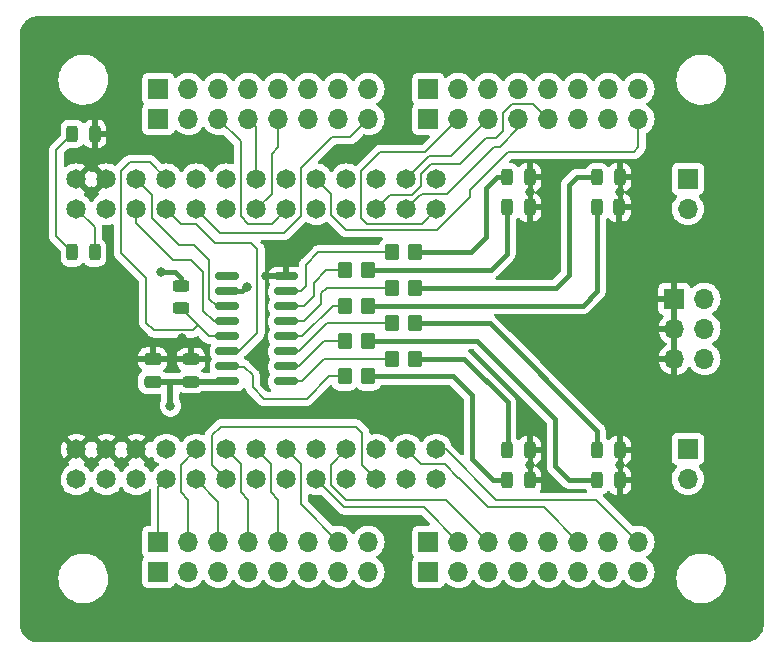
<source format=gbr>
%TF.GenerationSoftware,KiCad,Pcbnew,(5.99.0-8139-gd24b034cbc)*%
%TF.CreationDate,2021-01-06T10:54:56+00:00*%
%TF.ProjectId,neon,6e656f6e-2e6b-4696-9361-645f70636258,1.0*%
%TF.SameCoordinates,Original*%
%TF.FileFunction,Copper,L1,Top*%
%TF.FilePolarity,Positive*%
%FSLAX46Y46*%
G04 Gerber Fmt 4.6, Leading zero omitted, Abs format (unit mm)*
G04 Created by KiCad (PCBNEW (5.99.0-8139-gd24b034cbc)) date 2021-01-06 10:54:56*
%MOMM*%
%LPD*%
G01*
G04 APERTURE LIST*
G04 Aperture macros list*
%AMRoundRect*
0 Rectangle with rounded corners*
0 $1 Rounding radius*
0 $2 $3 $4 $5 $6 $7 $8 $9 X,Y pos of 4 corners*
0 Add a 4 corners polygon primitive as box body*
4,1,4,$2,$3,$4,$5,$6,$7,$8,$9,$2,$3,0*
0 Add four circle primitives for the rounded corners*
1,1,$1+$1,$2,$3,0*
1,1,$1+$1,$4,$5,0*
1,1,$1+$1,$6,$7,0*
1,1,$1+$1,$8,$9,0*
0 Add four rect primitives between the rounded corners*
20,1,$1+$1,$2,$3,$4,$5,0*
20,1,$1+$1,$4,$5,$6,$7,0*
20,1,$1+$1,$6,$7,$8,$9,0*
20,1,$1+$1,$8,$9,$2,$3,0*%
G04 Aperture macros list end*
%TA.AperFunction,ComponentPad*%
%ADD10C,1.650000*%
%TD*%
%TA.AperFunction,ComponentPad*%
%ADD11R,1.700000X1.700000*%
%TD*%
%TA.AperFunction,ComponentPad*%
%ADD12O,1.700000X1.700000*%
%TD*%
%TA.AperFunction,SMDPad,CuDef*%
%ADD13RoundRect,0.243750X0.243750X0.456250X-0.243750X0.456250X-0.243750X-0.456250X0.243750X-0.456250X0*%
%TD*%
%TA.AperFunction,SMDPad,CuDef*%
%ADD14RoundRect,0.243750X0.456250X-0.243750X0.456250X0.243750X-0.456250X0.243750X-0.456250X-0.243750X0*%
%TD*%
%TA.AperFunction,SMDPad,CuDef*%
%ADD15RoundRect,0.150000X0.825000X0.150000X-0.825000X0.150000X-0.825000X-0.150000X0.825000X-0.150000X0*%
%TD*%
%TA.AperFunction,SMDPad,CuDef*%
%ADD16RoundRect,0.250000X0.350000X0.450000X-0.350000X0.450000X-0.350000X-0.450000X0.350000X-0.450000X0*%
%TD*%
%TA.AperFunction,SMDPad,CuDef*%
%ADD17RoundRect,0.250000X0.475000X-0.250000X0.475000X0.250000X-0.475000X0.250000X-0.475000X-0.250000X0*%
%TD*%
%TA.AperFunction,ViaPad*%
%ADD18C,0.800000*%
%TD*%
%TA.AperFunction,Conductor*%
%ADD19C,0.203200*%
%TD*%
%TA.AperFunction,Conductor*%
%ADD20C,0.500000*%
%TD*%
%TA.AperFunction,Conductor*%
%ADD21C,0.381000*%
%TD*%
G04 APERTURE END LIST*
D10*
%TO.P,U1,1,V3V3*%
%TO.N,V3V3*%
X118784400Y-117653600D03*
%TO.P,U1,2,V3V3*%
X121324400Y-117653600D03*
%TO.P,U1,3,V3V3*%
X123864400Y-117653600D03*
%TO.P,U1,4,AD0*%
%TO.N,/AD0*%
X126404400Y-117653600D03*
%TO.P,U1,5,AD2*%
%TO.N,/AD2*%
X128944400Y-117653600D03*
%TO.P,U1,6,VIO*%
%TO.N,/VIO*%
X131484400Y-117653600D03*
%TO.P,U1,7,AD5*%
%TO.N,/AD5*%
X134024400Y-117653600D03*
%TO.P,U1,8,AD7*%
%TO.N,/AD7*%
X136564400Y-117653600D03*
%TO.P,U1,9,BD1*%
%TO.N,/BD1*%
X139104400Y-117653600D03*
%TO.P,U1,10,BD3*%
%TO.N,/BD3*%
X141644400Y-117653600D03*
%TO.P,U1,11,VIO*%
%TO.N,/VIO*%
X144184400Y-117653600D03*
%TO.P,U1,12,BD6*%
%TO.N,/BD6*%
X146724400Y-117653600D03*
%TO.P,U1,13,SUSPEND*%
%TO.N,no_connect_59*%
X149264400Y-117653600D03*
%TO.P,U1,14,GND*%
%TO.N,GND*%
X118784400Y-115114600D03*
%TO.P,U1,15,GND*%
X121324400Y-115114600D03*
%TO.P,U1,16,GND*%
X123864400Y-115114600D03*
%TO.P,U1,17,RESET*%
%TO.N,no_connect_60*%
X126404400Y-115114600D03*
%TO.P,U1,18,AD1*%
%TO.N,/AD1*%
X128944400Y-115114600D03*
%TO.P,U1,19,AD3*%
%TO.N,/AD3*%
X131484400Y-115114600D03*
%TO.P,U1,20,AD4*%
%TO.N,/AD4*%
X134024400Y-115114600D03*
%TO.P,U1,21,AD6*%
%TO.N,/AD6*%
X136564400Y-115114600D03*
%TO.P,U1,22,BD0*%
%TO.N,/BD0*%
X139104400Y-115114600D03*
%TO.P,U1,23,BD2*%
%TO.N,/BD2*%
X141644400Y-115114600D03*
%TO.P,U1,24,BD4*%
%TO.N,/BD4*%
X144184400Y-115114600D03*
%TO.P,U1,25,BD5*%
%TO.N,/BD5*%
X146724400Y-115114600D03*
%TO.P,U1,26,BD7*%
%TO.N,/BD7*%
X149264400Y-115114600D03*
%TO.P,U1,27,VBUS*%
%TO.N,/VBUS*%
X118784400Y-94763600D03*
%TO.P,U1,28,VCC*%
%TO.N,/VCC*%
X121324400Y-94763600D03*
%TO.P,U1,29,CS*%
%TO.N,/CS*%
X123864400Y-94763600D03*
%TO.P,U1,30,DATA*%
%TO.N,/DATA*%
X126404400Y-94763600D03*
%TO.P,U1,31,DD7*%
%TO.N,/DD7*%
X128944400Y-94763600D03*
%TO.P,U1,32,DD5*%
%TO.N,/DD5*%
X131484400Y-94763600D03*
%TO.P,U1,33,DD4*%
%TO.N,/DD4*%
X134024400Y-94763600D03*
%TO.P,U1,34,DD2*%
%TO.N,/DD2*%
X136564400Y-94763600D03*
%TO.P,U1,35,DD0*%
%TO.N,/DD0*%
X139104400Y-94763600D03*
%TO.P,U1,36,CD6*%
%TO.N,/CD6*%
X141644400Y-94763600D03*
%TO.P,U1,37,CD4*%
%TO.N,/CD4*%
X144184400Y-94763600D03*
%TO.P,U1,38,CD3*%
%TO.N,/CD3*%
X146724400Y-94763600D03*
%TO.P,U1,39,CD1*%
%TO.N,/CD1*%
X149264400Y-94763600D03*
%TO.P,U1,40,GND*%
%TO.N,GND*%
X118784400Y-92223600D03*
%TO.P,U1,41,GND*%
X121324400Y-92223600D03*
%TO.P,U1,42,CLK*%
%TO.N,/CLK*%
X123864400Y-92223600D03*
%TO.P,U1,43,PWREN*%
%TO.N,/PWREN*%
X126404400Y-92223600D03*
%TO.P,U1,44,DD6*%
%TO.N,/DD6*%
X128944400Y-92223600D03*
%TO.P,U1,45,VIO*%
%TO.N,no_connect_61*%
X131484400Y-92223600D03*
%TO.P,U1,46,DD3*%
%TO.N,/DD3*%
X134024400Y-92223600D03*
%TO.P,U1,47,DD1*%
%TO.N,/DD1*%
X136564400Y-92223600D03*
%TO.P,U1,48,CD7*%
%TO.N,/CD7*%
X139104400Y-92223600D03*
%TO.P,U1,49,CD5*%
%TO.N,/CD5*%
X141644400Y-92223600D03*
%TO.P,U1,50,VIO*%
%TO.N,no_connect_62*%
X144184400Y-92223600D03*
%TO.P,U1,51,CD2*%
%TO.N,/CD2*%
X146724400Y-92223600D03*
%TO.P,U1,52,CD0*%
%TO.N,/CD0*%
X149264400Y-92223600D03*
%TD*%
D11*
%TO.P,J1,1,VIO*%
%TO.N,/VIO*%
X170561000Y-115062000D03*
D12*
%TO.P,J1,2,V3V3*%
%TO.N,V3V3*%
X170561000Y-117602000D03*
%TD*%
D11*
%TO.P,U2,1,C0*%
%TO.N,/CD0*%
X148590000Y-84582000D03*
D12*
%TO.P,U2,2,C1*%
%TO.N,/CD1*%
X151130000Y-84582000D03*
%TO.P,U2,3,C2*%
%TO.N,/CD2*%
X153670000Y-84582000D03*
%TO.P,U2,4,C3*%
%TO.N,/CD3*%
X156210000Y-84582000D03*
%TO.P,U2,5,C4*%
%TO.N,/CD4*%
X158750000Y-84582000D03*
%TO.P,U2,6,C5*%
%TO.N,/CD5*%
X161290000Y-84582000D03*
%TO.P,U2,7,C6*%
%TO.N,/CD6*%
X163830000Y-84582000D03*
%TO.P,U2,8,C7*%
%TO.N,/CD7*%
X166370000Y-84582000D03*
%TD*%
D11*
%TO.P,U5,1,D0*%
%TO.N,/DD0*%
X125730000Y-84582000D03*
D12*
%TO.P,U5,2,D1*%
%TO.N,/DD1*%
X128270000Y-84582000D03*
%TO.P,U5,3,D2*%
%TO.N,/DD2*%
X130810000Y-84582000D03*
%TO.P,U5,4,D3*%
%TO.N,/DD3*%
X133350000Y-84582000D03*
%TO.P,U5,5,D4*%
%TO.N,/DD4*%
X135890000Y-84582000D03*
%TO.P,U5,6,D5*%
%TO.N,/DD5*%
X138430000Y-84582000D03*
%TO.P,U5,7,D6*%
%TO.N,/DD6*%
X140970000Y-84582000D03*
%TO.P,U5,8,D7*%
%TO.N,/DD7*%
X143510000Y-84582000D03*
%TD*%
D11*
%TO.P,U4,1,A0*%
%TO.N,/AD0*%
X125730000Y-125476000D03*
D12*
%TO.P,U4,2,A1*%
%TO.N,/AD1*%
X128270000Y-125476000D03*
%TO.P,U4,3,A2*%
%TO.N,/AD2*%
X130810000Y-125476000D03*
%TO.P,U4,4,A3*%
%TO.N,/AD3*%
X133350000Y-125476000D03*
%TO.P,U4,5,A4*%
%TO.N,/AD4*%
X135890000Y-125476000D03*
%TO.P,U4,6,A5*%
%TO.N,/AD5*%
X138430000Y-125476000D03*
%TO.P,U4,7,A6*%
%TO.N,/AD6*%
X140970000Y-125476000D03*
%TO.P,U4,8,A7*%
%TO.N,/AD7*%
X143510000Y-125476000D03*
%TD*%
D11*
%TO.P,U3,1,B0*%
%TO.N,/BD0*%
X148590000Y-125476000D03*
D12*
%TO.P,U3,2,B1*%
%TO.N,/BD1*%
X151130000Y-125476000D03*
%TO.P,U3,3,B2*%
%TO.N,/BD2*%
X153670000Y-125476000D03*
%TO.P,U3,4,B3*%
%TO.N,/BD3*%
X156210000Y-125476000D03*
%TO.P,U3,5,B4*%
%TO.N,/BD4*%
X158750000Y-125476000D03*
%TO.P,U3,6,B5*%
%TO.N,/BD5*%
X161290000Y-125476000D03*
%TO.P,U3,7,B6*%
%TO.N,/BD6*%
X163830000Y-125476000D03*
%TO.P,U3,8,B7*%
%TO.N,/BD7*%
X166370000Y-125476000D03*
%TD*%
D13*
%TO.P,D1,1,K*%
%TO.N,GND*%
X157147500Y-117729000D03*
%TO.P,D1,2,A*%
%TO.N,Net-(D1-Pad2)*%
X155272500Y-117729000D03*
%TD*%
%TO.P,D2,1,K*%
%TO.N,GND*%
X157147500Y-115189000D03*
%TO.P,D2,2,A*%
%TO.N,Net-(D2-Pad2)*%
X155272500Y-115189000D03*
%TD*%
%TO.P,D4,1,K*%
%TO.N,GND*%
X164767500Y-115189000D03*
%TO.P,D4,2,A*%
%TO.N,Net-(D4-Pad2)*%
X162892500Y-115189000D03*
%TD*%
%TO.P,D5,1,K*%
%TO.N,GND*%
X164720500Y-94615000D03*
%TO.P,D5,2,A*%
%TO.N,Net-(D5-Pad2)*%
X162845500Y-94615000D03*
%TD*%
%TO.P,D6,1,K*%
%TO.N,GND*%
X164767500Y-92075000D03*
%TO.P,D6,2,A*%
%TO.N,Net-(D6-Pad2)*%
X162892500Y-92075000D03*
%TD*%
%TO.P,D7,1,K*%
%TO.N,GND*%
X157147500Y-94615000D03*
%TO.P,D7,2,A*%
%TO.N,Net-(D7-Pad2)*%
X155272500Y-94615000D03*
%TD*%
%TO.P,D8,1,K*%
%TO.N,GND*%
X157147500Y-92075000D03*
%TO.P,D8,2,A*%
%TO.N,Net-(D8-Pad2)*%
X155272500Y-92075000D03*
%TD*%
D14*
%TO.P,R1,1*%
%TO.N,/PWREN*%
X127635000Y-103172500D03*
%TO.P,R1,2*%
%TO.N,/VIO*%
X127635000Y-101297500D03*
%TD*%
D15*
%TO.P,U6,1,QB*%
%TO.N,Net-(R4-Pad2)*%
X136525000Y-109347000D03*
%TO.P,U6,2,QC*%
%TO.N,Net-(R5-Pad2)*%
X136525000Y-108077000D03*
%TO.P,U6,3,QD*%
%TO.N,Net-(R6-Pad2)*%
X136525000Y-106807000D03*
%TO.P,U6,4,QE*%
%TO.N,Net-(R7-Pad2)*%
X136525000Y-105537000D03*
%TO.P,U6,5,QF*%
%TO.N,Net-(R8-Pad2)*%
X136525000Y-104267000D03*
%TO.P,U6,6,QG*%
%TO.N,Net-(R9-Pad2)*%
X136525000Y-102997000D03*
%TO.P,U6,7,QH*%
%TO.N,Net-(R10-Pad2)*%
X136525000Y-101727000D03*
%TO.P,U6,8,GND*%
%TO.N,GND*%
X136525000Y-100457000D03*
%TO.P,U6,9,QH'*%
%TO.N,no_connect_63*%
X131575000Y-100457000D03*
%TO.P,U6,10,~SRCLR*%
%TO.N,/VIO*%
X131575000Y-101727000D03*
%TO.P,U6,11,SRCLK*%
%TO.N,/CLK*%
X131575000Y-102997000D03*
%TO.P,U6,12,RCLK*%
%TO.N,/CS*%
X131575000Y-104267000D03*
%TO.P,U6,13,~OE*%
%TO.N,/PWREN*%
X131575000Y-105537000D03*
%TO.P,U6,14,SER*%
%TO.N,/DATA*%
X131575000Y-106807000D03*
%TO.P,U6,15,QA*%
%TO.N,Net-(R3-Pad2)*%
X131575000Y-108077000D03*
%TO.P,U6,16,VCC*%
%TO.N,/VIO*%
X131575000Y-109347000D03*
%TD*%
D11*
%TO.P,J5,1,VBUS*%
%TO.N,/VBUS*%
X170561000Y-92202000D03*
D12*
%TO.P,J5,2,VCC*%
%TO.N,/VCC*%
X170561000Y-94742000D03*
%TD*%
D13*
%TO.P,D3,1,K*%
%TO.N,GND*%
X164767500Y-117729000D03*
%TO.P,D3,2,A*%
%TO.N,Net-(D3-Pad2)*%
X162892500Y-117729000D03*
%TD*%
D11*
%TO.P,S1,1,0*%
%TO.N,/CD0*%
X148590000Y-87122000D03*
D12*
%TO.P,S1,2,1*%
%TO.N,/CD1*%
X151130000Y-87122000D03*
%TO.P,S1,3,2*%
%TO.N,/CD2*%
X153670000Y-87122000D03*
%TO.P,S1,4,3*%
%TO.N,/CD3*%
X156210000Y-87122000D03*
%TO.P,S1,5,4*%
%TO.N,/CD4*%
X158750000Y-87122000D03*
%TO.P,S1,6,5*%
%TO.N,/CD5*%
X161290000Y-87122000D03*
%TO.P,S1,7,6*%
%TO.N,/CD6*%
X163830000Y-87122000D03*
%TO.P,S1,8,7*%
%TO.N,/CD7*%
X166370000Y-87122000D03*
%TD*%
D11*
%TO.P,S2,1,0*%
%TO.N,/DD0*%
X125730000Y-87122000D03*
D12*
%TO.P,S2,2,1*%
%TO.N,/DD1*%
X128270000Y-87122000D03*
%TO.P,S2,3,2*%
%TO.N,/DD2*%
X130810000Y-87122000D03*
%TO.P,S2,4,3*%
%TO.N,/DD3*%
X133350000Y-87122000D03*
%TO.P,S2,5,4*%
%TO.N,/DD4*%
X135890000Y-87122000D03*
%TO.P,S2,6,5*%
%TO.N,/DD5*%
X138430000Y-87122000D03*
%TO.P,S2,7,6*%
%TO.N,/DD6*%
X140970000Y-87122000D03*
%TO.P,S2,8,7*%
%TO.N,/DD7*%
X143510000Y-87122000D03*
%TD*%
D11*
%TO.P,S3,1,0*%
%TO.N,/AD0*%
X125730000Y-122936000D03*
D12*
%TO.P,S3,2,1*%
%TO.N,/AD1*%
X128270000Y-122936000D03*
%TO.P,S3,3,2*%
%TO.N,/AD2*%
X130810000Y-122936000D03*
%TO.P,S3,4,3*%
%TO.N,/AD3*%
X133350000Y-122936000D03*
%TO.P,S3,5,4*%
%TO.N,/AD4*%
X135890000Y-122936000D03*
%TO.P,S3,6,5*%
%TO.N,/AD5*%
X138430000Y-122936000D03*
%TO.P,S3,7,6*%
%TO.N,/AD6*%
X140970000Y-122936000D03*
%TO.P,S3,8,7*%
%TO.N,/AD7*%
X143510000Y-122936000D03*
%TD*%
D11*
%TO.P,S4,1,0*%
%TO.N,/BD0*%
X148590000Y-122936000D03*
D12*
%TO.P,S4,2,1*%
%TO.N,/BD1*%
X151130000Y-122936000D03*
%TO.P,S4,3,2*%
%TO.N,/BD2*%
X153670000Y-122936000D03*
%TO.P,S4,4,3*%
%TO.N,/BD3*%
X156210000Y-122936000D03*
%TO.P,S4,5,4*%
%TO.N,/BD4*%
X158750000Y-122936000D03*
%TO.P,S4,6,5*%
%TO.N,/BD5*%
X161290000Y-122936000D03*
%TO.P,S4,7,6*%
%TO.N,/BD6*%
X163830000Y-122936000D03*
%TO.P,S4,8,7*%
%TO.N,/BD7*%
X166370000Y-122936000D03*
%TD*%
D11*
%TO.P,J2,1,GND*%
%TO.N,GND*%
X169418000Y-102362000D03*
D12*
%TO.P,J2,2,V3V3*%
%TO.N,V3V3*%
X171958000Y-102362000D03*
%TO.P,J2,3,GND*%
%TO.N,GND*%
X169418000Y-104902000D03*
%TO.P,J2,4,V3V3*%
%TO.N,V3V3*%
X171958000Y-104902000D03*
%TO.P,J2,5,GND*%
%TO.N,GND*%
X169418000Y-107442000D03*
%TO.P,J2,6,V3V3*%
%TO.N,V3V3*%
X171958000Y-107442000D03*
%TD*%
D14*
%TO.P,C1,1*%
%TO.N,/VIO*%
X128490000Y-109367500D03*
%TO.P,C1,2*%
%TO.N,GND*%
X128490000Y-107492500D03*
%TD*%
D13*
%TO.P,D9,1,K*%
%TO.N,GND*%
X120317500Y-88392000D03*
%TO.P,D9,2,A*%
%TO.N,Net-(D9-Pad2)*%
X118442500Y-88392000D03*
%TD*%
%TO.P,R2,1*%
%TO.N,/VBUS*%
X120317500Y-98425000D03*
%TO.P,R2,2*%
%TO.N,Net-(D9-Pad2)*%
X118442500Y-98425000D03*
%TD*%
D16*
%TO.P,R7,1*%
%TO.N,Net-(D5-Pad2)*%
X143490000Y-102930000D03*
%TO.P,R7,2*%
%TO.N,Net-(R7-Pad2)*%
X141490000Y-102930000D03*
%TD*%
%TO.P,R3,1*%
%TO.N,Net-(D1-Pad2)*%
X143490000Y-108930000D03*
%TO.P,R3,2*%
%TO.N,Net-(R3-Pad2)*%
X141490000Y-108930000D03*
%TD*%
%TO.P,R5,1*%
%TO.N,Net-(D3-Pad2)*%
X143490000Y-105930000D03*
%TO.P,R5,2*%
%TO.N,Net-(R5-Pad2)*%
X141490000Y-105930000D03*
%TD*%
%TO.P,R4,1*%
%TO.N,Net-(D2-Pad2)*%
X147490000Y-107430000D03*
%TO.P,R4,2*%
%TO.N,Net-(R4-Pad2)*%
X145490000Y-107430000D03*
%TD*%
%TO.P,R6,1*%
%TO.N,Net-(D4-Pad2)*%
X147490000Y-104430000D03*
%TO.P,R6,2*%
%TO.N,Net-(R6-Pad2)*%
X145490000Y-104430000D03*
%TD*%
%TO.P,R9,1*%
%TO.N,Net-(D7-Pad2)*%
X143490000Y-99930000D03*
%TO.P,R9,2*%
%TO.N,Net-(R9-Pad2)*%
X141490000Y-99930000D03*
%TD*%
%TO.P,R10,1*%
%TO.N,Net-(D8-Pad2)*%
X147490000Y-98430000D03*
%TO.P,R10,2*%
%TO.N,Net-(R10-Pad2)*%
X145490000Y-98430000D03*
%TD*%
%TO.P,R8,1*%
%TO.N,Net-(D6-Pad2)*%
X147490000Y-101430000D03*
%TO.P,R8,2*%
%TO.N,Net-(R8-Pad2)*%
X145490000Y-101430000D03*
%TD*%
D17*
%TO.P,C2,1*%
%TO.N,/VIO*%
X125240000Y-109380000D03*
%TO.P,C2,2*%
%TO.N,GND*%
X125240000Y-107480000D03*
%TD*%
D18*
%TO.N,/VIO*%
X125984000Y-100076000D03*
X133223000Y-101346000D03*
X126740000Y-111430000D03*
%TO.N,GND*%
X164782500Y-93345000D03*
X164782500Y-116459000D03*
X157162500Y-116459000D03*
X157162500Y-93345000D03*
X127740000Y-105680000D03*
X134874000Y-100457000D03*
%TD*%
D19*
%TO.N,/VIO*%
X142990000Y-116459200D02*
X144184400Y-117653600D01*
X142990000Y-113680000D02*
X142990000Y-116459200D01*
X131484400Y-117653600D02*
X130240000Y-116409200D01*
X130240000Y-116409200D02*
X130240000Y-113930000D01*
X130240000Y-113930000D02*
X130990000Y-113180000D01*
X130990000Y-113180000D02*
X142490000Y-113180000D01*
X142490000Y-113180000D02*
X142990000Y-113680000D01*
D20*
X128490000Y-109367500D02*
X131554500Y-109367500D01*
X131554500Y-109367500D02*
X131575000Y-109347000D01*
X126802500Y-109367500D02*
X126790000Y-109380000D01*
X126790000Y-109380000D02*
X125240000Y-109380000D01*
X126740000Y-111430000D02*
X126740000Y-109430000D01*
X126740000Y-109430000D02*
X126802500Y-109367500D01*
X126802500Y-109367500D02*
X128490000Y-109367500D01*
D19*
%TO.N,Net-(U6-Pad6)*%
X138885000Y-102125000D02*
X138885000Y-100985000D01*
X136525000Y-102997000D02*
X136532000Y-102990000D01*
X136532000Y-102990000D02*
X138020000Y-102990000D01*
X138020000Y-102990000D02*
X138885000Y-102125000D01*
X139940000Y-99930000D02*
X141490000Y-99930000D01*
X138885000Y-100985000D02*
X139940000Y-99930000D01*
%TO.N,Net-(U6-Pad15)*%
X131588000Y-108090000D02*
X131575000Y-108077000D01*
X141490000Y-108930000D02*
X140160000Y-108930000D01*
X138270000Y-110820000D02*
X134660000Y-110820000D01*
X140160000Y-108930000D02*
X138270000Y-110820000D01*
X134660000Y-110820000D02*
X133700000Y-109860000D01*
X133700000Y-109860000D02*
X133700000Y-108850000D01*
X133700000Y-108850000D02*
X132940000Y-108090000D01*
X132940000Y-108090000D02*
X131588000Y-108090000D01*
%TO.N,Net-(U6-Pad1)*%
X137863000Y-109347000D02*
X136525000Y-109347000D01*
X145490000Y-107430000D02*
X139780000Y-107430000D01*
X139780000Y-107430000D02*
X137863000Y-109347000D01*
%TO.N,Net-(U6-Pad2)*%
X137593000Y-108077000D02*
X136525000Y-108077000D01*
X141490000Y-105930000D02*
X139740000Y-105930000D01*
X139740000Y-105930000D02*
X137593000Y-108077000D01*
%TO.N,Net-(U6-Pad3)*%
X137643000Y-106807000D02*
X136525000Y-106807000D01*
X145490000Y-104430000D02*
X140020000Y-104430000D01*
X140020000Y-104430000D02*
X137643000Y-106807000D01*
%TO.N,Net-(U6-Pad4)*%
X137893000Y-105537000D02*
X136525000Y-105537000D01*
X141490000Y-102930000D02*
X140500000Y-102930000D01*
X140500000Y-102930000D02*
X137893000Y-105537000D01*
%TO.N,Net-(U6-Pad5)*%
X139520000Y-102780000D02*
X138030000Y-104270000D01*
X139520000Y-101900000D02*
X139520000Y-102780000D01*
X145490000Y-101430000D02*
X139990000Y-101430000D01*
X139990000Y-101430000D02*
X139520000Y-101900000D01*
X138030000Y-104270000D02*
X136528000Y-104270000D01*
X136528000Y-104270000D02*
X136525000Y-104267000D01*
%TO.N,Net-(U6-Pad7)*%
X137813000Y-101727000D02*
X136525000Y-101727000D01*
X145490000Y-98430000D02*
X139280000Y-98430000D01*
X139280000Y-98430000D02*
X138230000Y-99480000D01*
X138230000Y-101310000D02*
X137813000Y-101727000D01*
X138230000Y-99480000D02*
X138230000Y-101310000D01*
%TO.N,/CD7*%
X152116000Y-93104000D02*
X152116000Y-93756000D01*
X166370000Y-87122000D02*
X166370000Y-89535000D01*
X166370000Y-89535000D02*
X165989000Y-89916000D01*
X165989000Y-89916000D02*
X155304000Y-89916000D01*
X155304000Y-89916000D02*
X152116000Y-93104000D01*
X152116000Y-93756000D02*
X149352000Y-96520000D01*
X149352000Y-96520000D02*
X141605000Y-96520000D01*
X140335000Y-93454200D02*
X139104400Y-92223600D01*
X141605000Y-96520000D02*
X140335000Y-95250000D01*
X140335000Y-95250000D02*
X140335000Y-93454200D01*
%TO.N,/CD3*%
X153290000Y-90330000D02*
X150148000Y-93472000D01*
X156210000Y-87884000D02*
X154627000Y-89467000D01*
X156210000Y-87122000D02*
X156210000Y-87884000D01*
X154153000Y-89467000D02*
X150148000Y-93472000D01*
X154627000Y-89467000D02*
X154153000Y-89467000D01*
X150148000Y-93472000D02*
X148082000Y-93472000D01*
X148082000Y-93472000D02*
X147955000Y-93599000D01*
X147889000Y-93599000D02*
X146724400Y-94763600D01*
X147955000Y-93599000D02*
X147889000Y-93599000D01*
%TO.N,/CD4*%
X154319000Y-88759000D02*
X154940000Y-88138000D01*
X148843990Y-90932010D02*
X151287990Y-90932010D01*
X154319000Y-88759000D02*
X153461000Y-88759000D01*
X153461000Y-88759000D02*
X151287990Y-90932010D01*
D21*
%TO.N,Net-(D8-Pad2)*%
X154389724Y-92075000D02*
X155272500Y-92075000D01*
X147490000Y-98430000D02*
X152190000Y-98430000D01*
X152190000Y-98430000D02*
X153490000Y-97130000D01*
X153490000Y-97130000D02*
X153490000Y-92974724D01*
X153490000Y-92974724D02*
X154389724Y-92075000D01*
X148190000Y-98430000D02*
X147490000Y-98430000D01*
%TO.N,Net-(D7-Pad2)*%
X153890000Y-99930000D02*
X143490000Y-99930000D01*
X155272500Y-94615000D02*
X155272500Y-98547500D01*
X155272500Y-98547500D02*
X153890000Y-99930000D01*
%TO.N,Net-(D6-Pad2)*%
X159390000Y-101430000D02*
X147490000Y-101430000D01*
X162892500Y-92075000D02*
X161145000Y-92075000D01*
X160490000Y-92730000D02*
X160490000Y-100330000D01*
X161145000Y-92075000D02*
X160490000Y-92730000D01*
X160490000Y-100330000D02*
X159390000Y-101430000D01*
%TO.N,Net-(D5-Pad2)*%
X162890000Y-94659500D02*
X162845500Y-94615000D01*
X143490000Y-102930000D02*
X161690000Y-102930000D01*
X161690000Y-102930000D02*
X162890000Y-101730000D01*
X162890000Y-101730000D02*
X162890000Y-94659500D01*
%TO.N,Net-(D4-Pad2)*%
X162892500Y-113532500D02*
X162892500Y-115189000D01*
X147490000Y-104430000D02*
X153790000Y-104430000D01*
X153790000Y-104430000D02*
X162892500Y-113532500D01*
%TO.N,Net-(D3-Pad2)*%
X143490000Y-105930000D02*
X152690000Y-105930000D01*
X152690000Y-105930000D02*
X159290000Y-112530000D01*
X159290000Y-112530000D02*
X159290000Y-116530000D01*
X159290000Y-116530000D02*
X160489000Y-117729000D01*
X160489000Y-117729000D02*
X162892500Y-117729000D01*
%TO.N,Net-(D1-Pad2)*%
X150690000Y-108930000D02*
X143490000Y-108930000D01*
X155272500Y-117729000D02*
X154089000Y-117729000D01*
X154089000Y-117729000D02*
X152290000Y-115930000D01*
X152290000Y-115930000D02*
X152290000Y-110530000D01*
X152290000Y-110530000D02*
X150690000Y-108930000D01*
%TO.N,Net-(D2-Pad2)*%
X151590000Y-107430000D02*
X155290000Y-111130000D01*
X147490000Y-107430000D02*
X151590000Y-107430000D01*
X155290000Y-115171500D02*
X155272500Y-115189000D01*
X155290000Y-111130000D02*
X155290000Y-115171500D01*
%TO.N,/VIO*%
X132842000Y-101727000D02*
X133223000Y-101346000D01*
X127635000Y-101297500D02*
X127635000Y-100584000D01*
X127635000Y-100584000D02*
X127127000Y-100076000D01*
X127127000Y-100076000D02*
X125984000Y-100076000D01*
X131575000Y-101727000D02*
X132842000Y-101727000D01*
%TO.N,GND*%
X164767500Y-92075000D02*
X164767500Y-94615000D01*
X164767500Y-115189000D02*
X164767500Y-117729000D01*
X157147500Y-115189000D02*
X157147500Y-117729000D01*
X157147500Y-92075000D02*
X157147500Y-94615000D01*
X136525000Y-100457000D02*
X134874000Y-100457000D01*
D19*
%TO.N,/VBUS*%
X120317500Y-96296700D02*
X120317500Y-98425000D01*
X118784400Y-94763600D02*
X120317500Y-96296700D01*
%TO.N,/PWREN*%
X128651000Y-105029000D02*
X129071250Y-104608750D01*
X124985800Y-90805000D02*
X123290872Y-90805000D01*
X122555000Y-98474518D02*
X124714000Y-100633518D01*
X123290872Y-90805000D02*
X122555000Y-91540872D01*
X124714000Y-100633518D02*
X124714000Y-104394000D01*
X126404400Y-92223600D02*
X124985800Y-90805000D01*
X124714000Y-104394000D02*
X125349000Y-105029000D01*
X129999500Y-105537000D02*
X131575000Y-105537000D01*
X122555000Y-91540872D02*
X122555000Y-98474518D01*
X129999500Y-105537000D02*
X129071250Y-104608750D01*
X125349000Y-105029000D02*
X128651000Y-105029000D01*
X129071250Y-104608750D02*
X127635000Y-103172500D01*
%TO.N,Net-(U6-Pad15)*%
X132550000Y-108077000D02*
X131575000Y-108077000D01*
%TO.N,/CD1*%
X148016000Y-96012000D02*
X149264400Y-94763600D01*
X144526000Y-89916000D02*
X142875000Y-91567000D01*
X142875000Y-91567000D02*
X142875000Y-95504000D01*
X148336000Y-89916000D02*
X144526000Y-89916000D01*
X142875000Y-95504000D02*
X143383000Y-96012000D01*
X143383000Y-96012000D02*
X148016000Y-96012000D01*
X151130000Y-87122000D02*
X148336000Y-89916000D01*
%TO.N,/CD2*%
X148651000Y-90297000D02*
X150495000Y-90297000D01*
X150495000Y-90297000D02*
X153670000Y-87122000D01*
X146724400Y-92223600D02*
X148651000Y-90297000D01*
%TO.N,/CD4*%
X157480000Y-85852000D02*
X158750000Y-87122000D01*
X147193000Y-93599000D02*
X147955000Y-92837000D01*
X154940000Y-86614000D02*
X155702000Y-85852000D01*
X145349000Y-93599000D02*
X147193000Y-93599000D01*
X144184400Y-94763600D02*
X145349000Y-93599000D01*
X155702000Y-85852000D02*
X157480000Y-85852000D01*
X147955000Y-92837000D02*
X147955000Y-91821000D01*
X154940000Y-88138000D02*
X154940000Y-86614000D01*
X147955000Y-91821000D02*
X148843990Y-90932010D01*
%TO.N,/DD2*%
X135316000Y-96012000D02*
X133350000Y-96012000D01*
X132715000Y-95377000D02*
X132715000Y-89027000D01*
X132715000Y-89027000D02*
X130810000Y-87122000D01*
X136564400Y-94763600D02*
X135316000Y-96012000D01*
X133350000Y-96012000D02*
X132715000Y-95377000D01*
%TO.N,/DD3*%
X134024400Y-92223600D02*
X134024400Y-87796400D01*
X134024400Y-87796400D02*
X133350000Y-87122000D01*
%TO.N,/DD4*%
X135316000Y-90109000D02*
X135890000Y-89535000D01*
X134024400Y-94763600D02*
X135316000Y-93472000D01*
X135316000Y-87696000D02*
X135890000Y-87122000D01*
X135890000Y-89535000D02*
X135890000Y-87122000D01*
X135316000Y-93472000D02*
X135316000Y-90109000D01*
%TO.N,/DD7*%
X128944400Y-94763600D02*
X129769399Y-95588599D01*
X137795000Y-91313000D02*
X140462000Y-88646000D01*
X140462000Y-88646000D02*
X141986000Y-88646000D01*
X129769399Y-95588599D02*
X129769399Y-95606399D01*
X137795000Y-95377000D02*
X137795000Y-91313000D01*
X136398000Y-96774000D02*
X137795000Y-95377000D01*
X141986000Y-88646000D02*
X143510000Y-87122000D01*
X129769399Y-95606399D02*
X130937000Y-96774000D01*
X130937000Y-96774000D02*
X136398000Y-96774000D01*
%TO.N,/AD0*%
X125730000Y-118328000D02*
X126404400Y-117653600D01*
X125730000Y-122936000D02*
X125730000Y-118328000D01*
%TO.N,/AD1*%
X127635000Y-116424000D02*
X128944400Y-115114600D01*
X128270000Y-122936000D02*
X128270000Y-119380000D01*
X128270000Y-119380000D02*
X127635000Y-118745000D01*
X127635000Y-118745000D02*
X127635000Y-116424000D01*
%TO.N,/AD2*%
X130810000Y-119519200D02*
X128944400Y-117653600D01*
X130810000Y-122936000D02*
X130810000Y-119519200D01*
%TO.N,/AD3*%
X132715000Y-118745000D02*
X132715000Y-116345200D01*
X132715000Y-116345200D02*
X131484400Y-115114600D01*
X133350000Y-122936000D02*
X133350000Y-119380000D01*
X133350000Y-119380000D02*
X132715000Y-118745000D01*
%TO.N,/AD4*%
X135890000Y-119380000D02*
X135255000Y-118745000D01*
X135890000Y-122936000D02*
X135890000Y-119380000D01*
X135255000Y-118745000D02*
X135255000Y-116345200D01*
X135255000Y-116345200D02*
X134024400Y-115114600D01*
%TO.N,/AD6*%
X137795000Y-116345200D02*
X136564400Y-115114600D01*
X137795000Y-119761000D02*
X137795000Y-116345200D01*
X140970000Y-122936000D02*
X137795000Y-119761000D01*
%TO.N,/BD1*%
X141465800Y-120015000D02*
X139104400Y-117653600D01*
X151130000Y-122936000D02*
X148209000Y-120015000D01*
X148209000Y-120015000D02*
X141465800Y-120015000D01*
%TO.N,/BD2*%
X140335000Y-116424000D02*
X141644400Y-115114600D01*
X150114000Y-119380000D02*
X141605000Y-119380000D01*
X141605000Y-119380000D02*
X140335000Y-118110000D01*
X153670000Y-122936000D02*
X150114000Y-119380000D01*
X140335000Y-118110000D02*
X140335000Y-116424000D01*
%TO.N,/BD5*%
X153670000Y-120015000D02*
X158369000Y-120015000D01*
X151163260Y-117508260D02*
X153670000Y-120015000D01*
X149953740Y-116332000D02*
X147941800Y-116332000D01*
X147941800Y-116332000D02*
X146724400Y-115114600D01*
X151130000Y-117508260D02*
X151163260Y-117508260D01*
X151130000Y-117508260D02*
X149953740Y-116332000D01*
X161290000Y-122936000D02*
X158369000Y-120015000D01*
%TO.N,/BD7*%
X162814000Y-119380000D02*
X154305000Y-119380000D01*
X166370000Y-122936000D02*
X162814000Y-119380000D01*
X150039600Y-115114600D02*
X149264400Y-115114600D01*
X154305000Y-119380000D02*
X150039600Y-115114600D01*
%TO.N,/CLK*%
X125222000Y-95504000D02*
X127508000Y-97790000D01*
X127508000Y-97790000D02*
X128778000Y-97790000D01*
X130048000Y-99060000D02*
X130048000Y-102362000D01*
X130683000Y-102997000D02*
X131575000Y-102997000D01*
X130048000Y-102362000D02*
X130683000Y-102997000D01*
X125222000Y-93581200D02*
X125222000Y-95504000D01*
X128778000Y-97790000D02*
X130048000Y-99060000D01*
X123864400Y-92223600D02*
X125222000Y-93581200D01*
%TO.N,Net-(D9-Pad2)*%
X117094000Y-97076500D02*
X117094000Y-89740500D01*
X117094000Y-89740500D02*
X118442500Y-88392000D01*
X118442500Y-98425000D02*
X117094000Y-97076500D01*
%TO.N,/DATA*%
X133604000Y-97663000D02*
X134112000Y-98171000D01*
X132550000Y-106807000D02*
X131575000Y-106807000D01*
X134112000Y-98171000D02*
X134112000Y-105245000D01*
X134112000Y-105245000D02*
X132550000Y-106807000D01*
X126404400Y-94763600D02*
X127652800Y-96012000D01*
X128905000Y-96012000D02*
X130556000Y-97663000D01*
X127652800Y-96012000D02*
X128905000Y-96012000D01*
X130556000Y-97663000D02*
X133604000Y-97663000D01*
%TO.N,/CS*%
X130429000Y-104267000D02*
X129540000Y-103378000D01*
X123864400Y-95924400D02*
X123864400Y-94763600D01*
X128524000Y-99060000D02*
X127000000Y-99060000D01*
X129540000Y-103378000D02*
X129540000Y-100076000D01*
X129540000Y-100076000D02*
X128524000Y-99060000D01*
X127000000Y-99060000D02*
X123864400Y-95924400D01*
X131575000Y-104267000D02*
X130429000Y-104267000D01*
%TD*%
%TA.AperFunction,Conductor*%
%TO.N,GND*%
G36*
X175429028Y-78439874D02*
G01*
X175442474Y-78442219D01*
X175447333Y-78442308D01*
X175447338Y-78442308D01*
X175557687Y-78444318D01*
X175564381Y-78444618D01*
X175609512Y-78447846D01*
X175618454Y-78448807D01*
X175692302Y-78459424D01*
X175784062Y-78472617D01*
X175792869Y-78474206D01*
X175819254Y-78479946D01*
X175827957Y-78482168D01*
X175928150Y-78511587D01*
X175988450Y-78529292D01*
X175996965Y-78532125D01*
X176022287Y-78541570D01*
X176030547Y-78544992D01*
X176182746Y-78614500D01*
X176190737Y-78618499D01*
X176214441Y-78631442D01*
X176222151Y-78636017D01*
X176356653Y-78722456D01*
X176362896Y-78726468D01*
X176370285Y-78731599D01*
X176391869Y-78747757D01*
X176398859Y-78753389D01*
X176525295Y-78862947D01*
X176531861Y-78869061D01*
X176550944Y-78888144D01*
X176557060Y-78894712D01*
X176666620Y-79021151D01*
X176672224Y-79028106D01*
X176688401Y-79049715D01*
X176688411Y-79049728D01*
X176693539Y-79057115D01*
X176783975Y-79197838D01*
X176788563Y-79205569D01*
X176801495Y-79229252D01*
X176805501Y-79237254D01*
X176875007Y-79389451D01*
X176878439Y-79397737D01*
X176887872Y-79423027D01*
X176890708Y-79431549D01*
X176937831Y-79592038D01*
X176940055Y-79600751D01*
X176945789Y-79627108D01*
X176947386Y-79635961D01*
X176971192Y-79801534D01*
X176972154Y-79810475D01*
X176973086Y-79823516D01*
X176975382Y-79855620D01*
X176975682Y-79862312D01*
X176977381Y-79955564D01*
X176977721Y-79974249D01*
X176978437Y-79978672D01*
X176980381Y-79990683D01*
X176982000Y-80010815D01*
X176982000Y-129847379D01*
X176980126Y-129869027D01*
X176977781Y-129882473D01*
X176977692Y-129887332D01*
X176977692Y-129887337D01*
X176975682Y-129997689D01*
X176975382Y-130004384D01*
X176972154Y-130049513D01*
X176971193Y-130058454D01*
X176947386Y-130224040D01*
X176945789Y-130232892D01*
X176940055Y-130259251D01*
X176937830Y-130267966D01*
X176890709Y-130428447D01*
X176887867Y-130436985D01*
X176878442Y-130462252D01*
X176875002Y-130470558D01*
X176840256Y-130546642D01*
X176805507Y-130622731D01*
X176801483Y-130630770D01*
X176788564Y-130654429D01*
X176783975Y-130662164D01*
X176693535Y-130802891D01*
X176688405Y-130810279D01*
X176672249Y-130831861D01*
X176666605Y-130838865D01*
X176557056Y-130965291D01*
X176550927Y-130971873D01*
X176531873Y-130990927D01*
X176525290Y-130997056D01*
X176398866Y-131106603D01*
X176391866Y-131112246D01*
X176370280Y-131128405D01*
X176370273Y-131128410D01*
X176362886Y-131133538D01*
X176332870Y-131152828D01*
X176222160Y-131223976D01*
X176214425Y-131228565D01*
X176190773Y-131241480D01*
X176182731Y-131245506D01*
X176098069Y-131284171D01*
X176030562Y-131315000D01*
X176022255Y-131318442D01*
X175996984Y-131327867D01*
X175988453Y-131330706D01*
X175901592Y-131356211D01*
X175827956Y-131377833D01*
X175819246Y-131380056D01*
X175792884Y-131385790D01*
X175784036Y-131387386D01*
X175618466Y-131411192D01*
X175609525Y-131412154D01*
X175596484Y-131413086D01*
X175564380Y-131415382D01*
X175557688Y-131415682D01*
X175450229Y-131417639D01*
X175450223Y-131417640D01*
X175445751Y-131417721D01*
X175429317Y-131420381D01*
X175409185Y-131422000D01*
X115572621Y-131422000D01*
X115550972Y-131420126D01*
X115542320Y-131418617D01*
X115542321Y-131418617D01*
X115537527Y-131417781D01*
X115532668Y-131417692D01*
X115532663Y-131417692D01*
X115422311Y-131415682D01*
X115415616Y-131415382D01*
X115370487Y-131412154D01*
X115361546Y-131411193D01*
X115195960Y-131387386D01*
X115187108Y-131385789D01*
X115160754Y-131380056D01*
X115160746Y-131380054D01*
X115152034Y-131377830D01*
X115143763Y-131375402D01*
X114991540Y-131330705D01*
X114983015Y-131327867D01*
X114957748Y-131318442D01*
X114949442Y-131315002D01*
X114873358Y-131280256D01*
X114797263Y-131245504D01*
X114789230Y-131241483D01*
X114765571Y-131228564D01*
X114757836Y-131223975D01*
X114617109Y-131133535D01*
X114609721Y-131128405D01*
X114588139Y-131112249D01*
X114581135Y-131106605D01*
X114454709Y-130997056D01*
X114448127Y-130990927D01*
X114429073Y-130971873D01*
X114422944Y-130965290D01*
X114313397Y-130838866D01*
X114307753Y-130831864D01*
X114307751Y-130831861D01*
X114291588Y-130810270D01*
X114286460Y-130802883D01*
X114196024Y-130662160D01*
X114191435Y-130654425D01*
X114178520Y-130630773D01*
X114174494Y-130622731D01*
X114105002Y-130470568D01*
X114101558Y-130462255D01*
X114092133Y-130436984D01*
X114089294Y-130428453D01*
X114063789Y-130341592D01*
X114042167Y-130267956D01*
X114039944Y-130259246D01*
X114034210Y-130232884D01*
X114032614Y-130224036D01*
X114008808Y-130058466D01*
X114007846Y-130049521D01*
X114007846Y-130049513D01*
X114004618Y-130004380D01*
X114004318Y-129997688D01*
X114002361Y-129890229D01*
X114002360Y-129890223D01*
X114002279Y-129885751D01*
X113999619Y-129869316D01*
X113998000Y-129849185D01*
X113998000Y-126012668D01*
X117266616Y-126012668D01*
X117283166Y-126299692D01*
X117283991Y-126303897D01*
X117283992Y-126303905D01*
X117305047Y-126411220D01*
X117338516Y-126581814D01*
X117348314Y-126610431D01*
X117426354Y-126838368D01*
X117431642Y-126853814D01*
X117560822Y-127110659D01*
X117723664Y-127347596D01*
X117917155Y-127560240D01*
X118137716Y-127744657D01*
X118141357Y-127746941D01*
X118377624Y-127895152D01*
X118377628Y-127895154D01*
X118381264Y-127897435D01*
X118643293Y-128015745D01*
X118647412Y-128016965D01*
X118914841Y-128096182D01*
X118914846Y-128096183D01*
X118918954Y-128097400D01*
X118923188Y-128098048D01*
X118923193Y-128098049D01*
X119176037Y-128136740D01*
X119203147Y-128140888D01*
X119349498Y-128143187D01*
X119486321Y-128145337D01*
X119486327Y-128145337D01*
X119490612Y-128145404D01*
X119494864Y-128144889D01*
X119494872Y-128144889D01*
X119716529Y-128118065D01*
X119776030Y-128110864D01*
X119780179Y-128109776D01*
X119780182Y-128109775D01*
X120049970Y-128038998D01*
X120054121Y-128037909D01*
X120319736Y-127927887D01*
X120368827Y-127899201D01*
X120564255Y-127785002D01*
X120564257Y-127785000D01*
X120567963Y-127782835D01*
X120794208Y-127605437D01*
X120994283Y-127398975D01*
X120996816Y-127395527D01*
X120996820Y-127395522D01*
X121161949Y-127170725D01*
X121164487Y-127167270D01*
X121195224Y-127110659D01*
X121299621Y-126918385D01*
X121299622Y-126918383D01*
X121301671Y-126914609D01*
X121403295Y-126645669D01*
X121443909Y-126468337D01*
X121466521Y-126369608D01*
X121466522Y-126369604D01*
X121467479Y-126365424D01*
X121468801Y-126350617D01*
X121492816Y-126081528D01*
X121492816Y-126081526D01*
X121493036Y-126079062D01*
X121493500Y-126034800D01*
X121473946Y-125747965D01*
X121469435Y-125726180D01*
X121416513Y-125470635D01*
X121415644Y-125466438D01*
X121319674Y-125195428D01*
X121187812Y-124939950D01*
X121022498Y-124704731D01*
X121017709Y-124699577D01*
X120829711Y-124497268D01*
X120829708Y-124497266D01*
X120826790Y-124494125D01*
X120823474Y-124491411D01*
X120823471Y-124491408D01*
X120607629Y-124314742D01*
X120607622Y-124314737D01*
X120604311Y-124312027D01*
X120359176Y-124161809D01*
X120355240Y-124160081D01*
X120099851Y-124047972D01*
X120099847Y-124047971D01*
X120095923Y-124046248D01*
X119819421Y-123967485D01*
X119608794Y-123937508D01*
X119539041Y-123927581D01*
X119539039Y-123927581D01*
X119534789Y-123926976D01*
X119383976Y-123926187D01*
X119251579Y-123925493D01*
X119251573Y-123925493D01*
X119247292Y-123925471D01*
X119243048Y-123926030D01*
X119243044Y-123926030D01*
X119117864Y-123942510D01*
X118962251Y-123962997D01*
X118958111Y-123964130D01*
X118958109Y-123964130D01*
X118689085Y-124037727D01*
X118684940Y-124038861D01*
X118663580Y-124047972D01*
X118424433Y-124149976D01*
X118424426Y-124149980D01*
X118420491Y-124151658D01*
X118416810Y-124153861D01*
X118177479Y-124297097D01*
X118177475Y-124297100D01*
X118173797Y-124299301D01*
X118170454Y-124301979D01*
X118170450Y-124301982D01*
X118083634Y-124371535D01*
X117949423Y-124479059D01*
X117946479Y-124482161D01*
X117946475Y-124482165D01*
X117754470Y-124684495D01*
X117751520Y-124687604D01*
X117583752Y-124921079D01*
X117449222Y-125175162D01*
X117350419Y-125445152D01*
X117289173Y-125726054D01*
X117266616Y-126012668D01*
X113998000Y-126012668D01*
X113998000Y-115109125D01*
X117446879Y-115109125D01*
X117446879Y-115120075D01*
X117466248Y-115341461D01*
X117468151Y-115352256D01*
X117525668Y-115566913D01*
X117529414Y-115577205D01*
X117623332Y-115778613D01*
X117628815Y-115788108D01*
X117669025Y-115845534D01*
X117679502Y-115853909D01*
X117692949Y-115846841D01*
X118412378Y-115127412D01*
X118418755Y-115115732D01*
X119148808Y-115115732D01*
X119148939Y-115117565D01*
X119153190Y-115124180D01*
X119876572Y-115847562D01*
X119888347Y-115853992D01*
X119900362Y-115844696D01*
X119939985Y-115788108D01*
X119945281Y-115778936D01*
X119996665Y-115729943D01*
X120066378Y-115716508D01*
X120132289Y-115742895D01*
X120163519Y-115778936D01*
X120168815Y-115788108D01*
X120209025Y-115845534D01*
X120219502Y-115853909D01*
X120232949Y-115846841D01*
X120952378Y-115127412D01*
X120958755Y-115115732D01*
X121688808Y-115115732D01*
X121688939Y-115117565D01*
X121693190Y-115124180D01*
X122416572Y-115847562D01*
X122428347Y-115853992D01*
X122440362Y-115844696D01*
X122479985Y-115788108D01*
X122485281Y-115778936D01*
X122536665Y-115729943D01*
X122606378Y-115716508D01*
X122672289Y-115742895D01*
X122703519Y-115778936D01*
X122708815Y-115788108D01*
X122749025Y-115845534D01*
X122759502Y-115853909D01*
X122772949Y-115846841D01*
X123492378Y-115127412D01*
X123499992Y-115113468D01*
X123499861Y-115111635D01*
X123495610Y-115105020D01*
X122772228Y-114381638D01*
X122760453Y-114375208D01*
X122748438Y-114384504D01*
X122708815Y-114441092D01*
X122703519Y-114450264D01*
X122652135Y-114499257D01*
X122582422Y-114512692D01*
X122516511Y-114486305D01*
X122485281Y-114450264D01*
X122479985Y-114441092D01*
X122439775Y-114383666D01*
X122429298Y-114375291D01*
X122415851Y-114382359D01*
X121696422Y-115101788D01*
X121688808Y-115115732D01*
X120958755Y-115115732D01*
X120959992Y-115113468D01*
X120959861Y-115111635D01*
X120955610Y-115105020D01*
X120232228Y-114381638D01*
X120220453Y-114375208D01*
X120208438Y-114384504D01*
X120168815Y-114441092D01*
X120163519Y-114450264D01*
X120112135Y-114499257D01*
X120042422Y-114512692D01*
X119976511Y-114486305D01*
X119945281Y-114450264D01*
X119939985Y-114441092D01*
X119899775Y-114383666D01*
X119889298Y-114375291D01*
X119875851Y-114382359D01*
X119156422Y-115101788D01*
X119148808Y-115115732D01*
X118418755Y-115115732D01*
X118419992Y-115113468D01*
X118419861Y-115111635D01*
X118415610Y-115105020D01*
X117692228Y-114381638D01*
X117680453Y-114375208D01*
X117668438Y-114384504D01*
X117628815Y-114441092D01*
X117623332Y-114450587D01*
X117529414Y-114651995D01*
X117525668Y-114662287D01*
X117468151Y-114876944D01*
X117466248Y-114887739D01*
X117446879Y-115109125D01*
X113998000Y-115109125D01*
X113998000Y-114009702D01*
X118045091Y-114009702D01*
X118052159Y-114023149D01*
X118771588Y-114742578D01*
X118785532Y-114750192D01*
X118787365Y-114750061D01*
X118793980Y-114745810D01*
X119517362Y-114022428D01*
X119523792Y-114010653D01*
X119523057Y-114009702D01*
X120585091Y-114009702D01*
X120592159Y-114023149D01*
X121311588Y-114742578D01*
X121325532Y-114750192D01*
X121327365Y-114750061D01*
X121333980Y-114745810D01*
X122057362Y-114022428D01*
X122063792Y-114010653D01*
X122063057Y-114009702D01*
X123125091Y-114009702D01*
X123132159Y-114023149D01*
X123851588Y-114742578D01*
X123865532Y-114750192D01*
X123867365Y-114750061D01*
X123873980Y-114745810D01*
X124597362Y-114022428D01*
X124603792Y-114010653D01*
X124594496Y-113998638D01*
X124537908Y-113959015D01*
X124528413Y-113953532D01*
X124327005Y-113859614D01*
X124316713Y-113855868D01*
X124102056Y-113798351D01*
X124091261Y-113796448D01*
X123869875Y-113777079D01*
X123858925Y-113777079D01*
X123637539Y-113796448D01*
X123626744Y-113798351D01*
X123412087Y-113855868D01*
X123401795Y-113859614D01*
X123200387Y-113953532D01*
X123190892Y-113959015D01*
X123133466Y-113999225D01*
X123125091Y-114009702D01*
X122063057Y-114009702D01*
X122054496Y-113998638D01*
X121997908Y-113959015D01*
X121988413Y-113953532D01*
X121787005Y-113859614D01*
X121776713Y-113855868D01*
X121562056Y-113798351D01*
X121551261Y-113796448D01*
X121329875Y-113777079D01*
X121318925Y-113777079D01*
X121097539Y-113796448D01*
X121086744Y-113798351D01*
X120872087Y-113855868D01*
X120861795Y-113859614D01*
X120660387Y-113953532D01*
X120650892Y-113959015D01*
X120593466Y-113999225D01*
X120585091Y-114009702D01*
X119523057Y-114009702D01*
X119514496Y-113998638D01*
X119457908Y-113959015D01*
X119448413Y-113953532D01*
X119247005Y-113859614D01*
X119236713Y-113855868D01*
X119022056Y-113798351D01*
X119011261Y-113796448D01*
X118789875Y-113777079D01*
X118778925Y-113777079D01*
X118557539Y-113796448D01*
X118546744Y-113798351D01*
X118332087Y-113855868D01*
X118321795Y-113859614D01*
X118120387Y-113953532D01*
X118110892Y-113959015D01*
X118053466Y-113999225D01*
X118045091Y-114009702D01*
X113998000Y-114009702D01*
X113998000Y-107176779D01*
X124007000Y-107176779D01*
X124007000Y-107207885D01*
X124011475Y-107223124D01*
X124012865Y-107224329D01*
X124020548Y-107226000D01*
X124967885Y-107226001D01*
X124983124Y-107221526D01*
X124984329Y-107220136D01*
X124986000Y-107212453D01*
X124986000Y-107207885D01*
X125493999Y-107207885D01*
X125498474Y-107223124D01*
X125499864Y-107224329D01*
X125507547Y-107226000D01*
X126454885Y-107226001D01*
X126470124Y-107221526D01*
X126471329Y-107220136D01*
X126473000Y-107212453D01*
X126473000Y-107195528D01*
X127282000Y-107195528D01*
X127282000Y-107220385D01*
X127286475Y-107235624D01*
X127287865Y-107236829D01*
X127295548Y-107238500D01*
X128217885Y-107238501D01*
X128233124Y-107234026D01*
X128234329Y-107232636D01*
X128236000Y-107224953D01*
X128236000Y-107220385D01*
X128743999Y-107220385D01*
X128748474Y-107235624D01*
X128749864Y-107236829D01*
X128757547Y-107238500D01*
X129679885Y-107238501D01*
X129695124Y-107234026D01*
X129696329Y-107232636D01*
X129698000Y-107224953D01*
X129698000Y-107209528D01*
X129697575Y-107202224D01*
X129683551Y-107081933D01*
X129680206Y-107067781D01*
X129625398Y-106916788D01*
X129618888Y-106903789D01*
X129530814Y-106769454D01*
X129521490Y-106758302D01*
X129404877Y-106647833D01*
X129393230Y-106639120D01*
X129254332Y-106558441D01*
X129240995Y-106552642D01*
X129086449Y-106505835D01*
X129073818Y-106503385D01*
X129005067Y-106497249D01*
X128999472Y-106497000D01*
X128762115Y-106497000D01*
X128746876Y-106501475D01*
X128745671Y-106502865D01*
X128744000Y-106510548D01*
X128743999Y-107220385D01*
X128236000Y-107220385D01*
X128236001Y-106515115D01*
X128231526Y-106499876D01*
X128230136Y-106498671D01*
X128222453Y-106497000D01*
X127994528Y-106497000D01*
X127987224Y-106497425D01*
X127866933Y-106511449D01*
X127852780Y-106514794D01*
X127701787Y-106569602D01*
X127688788Y-106576112D01*
X127554453Y-106664186D01*
X127543301Y-106673510D01*
X127432833Y-106790123D01*
X127424120Y-106801770D01*
X127343441Y-106940668D01*
X127337642Y-106954005D01*
X127290835Y-107108551D01*
X127288385Y-107121182D01*
X127282249Y-107189933D01*
X127282000Y-107195528D01*
X126473000Y-107195528D01*
X126473000Y-107190778D01*
X126472576Y-107183477D01*
X126458383Y-107061746D01*
X126455037Y-107047591D01*
X126399737Y-106895240D01*
X126393227Y-106882241D01*
X126304362Y-106746700D01*
X126295029Y-106735537D01*
X126177372Y-106624079D01*
X126165725Y-106615365D01*
X126025571Y-106533957D01*
X126012246Y-106528163D01*
X125856300Y-106480932D01*
X125843677Y-106478484D01*
X125773816Y-106472249D01*
X125768221Y-106472000D01*
X125512115Y-106472000D01*
X125496876Y-106476475D01*
X125495671Y-106477865D01*
X125494000Y-106485548D01*
X125493999Y-107207885D01*
X124986000Y-107207885D01*
X124986001Y-106490115D01*
X124981526Y-106474876D01*
X124980136Y-106473671D01*
X124972453Y-106472000D01*
X124725778Y-106472000D01*
X124718477Y-106472424D01*
X124596746Y-106486617D01*
X124582591Y-106489963D01*
X124430238Y-106545263D01*
X124417240Y-106551773D01*
X124281694Y-106640641D01*
X124270542Y-106649965D01*
X124159078Y-106767629D01*
X124150365Y-106779276D01*
X124068957Y-106919429D01*
X124063163Y-106932754D01*
X124015932Y-107088700D01*
X124013484Y-107101323D01*
X124007249Y-107171184D01*
X124007000Y-107176779D01*
X113998000Y-107176779D01*
X113998000Y-89721180D01*
X116479204Y-89721180D01*
X116479950Y-89729072D01*
X116483342Y-89764955D01*
X116483901Y-89776813D01*
X116483900Y-96999218D01*
X116483348Y-97010928D01*
X116481630Y-97018614D01*
X116481879Y-97026540D01*
X116481879Y-97026541D01*
X116483838Y-97088874D01*
X116483900Y-97092832D01*
X116483900Y-97116079D01*
X116484398Y-97120016D01*
X116484646Y-97123960D01*
X116484638Y-97123961D01*
X116485142Y-97130364D01*
X116486473Y-97172722D01*
X116491059Y-97188505D01*
X116491814Y-97191105D01*
X116495824Y-97210469D01*
X116496583Y-97216474D01*
X116498224Y-97229468D01*
X116501140Y-97236833D01*
X116501141Y-97236837D01*
X116513825Y-97268872D01*
X116517671Y-97280104D01*
X116529490Y-97320786D01*
X116534715Y-97329621D01*
X116539238Y-97337269D01*
X116547931Y-97355013D01*
X116554984Y-97372826D01*
X116559645Y-97379241D01*
X116579888Y-97407104D01*
X116586404Y-97417024D01*
X116603633Y-97446157D01*
X116603637Y-97446162D01*
X116607669Y-97452980D01*
X116620950Y-97466261D01*
X116633791Y-97481296D01*
X116645611Y-97497565D01*
X116651719Y-97502618D01*
X116651721Y-97502620D01*
X116679495Y-97525596D01*
X116688275Y-97533586D01*
X117409596Y-98254907D01*
X117443622Y-98317219D01*
X117446501Y-98344001D01*
X117446500Y-98924136D01*
X117450884Y-98961736D01*
X117460440Y-99043699D01*
X117461810Y-99055454D01*
X117464306Y-99062331D01*
X117464307Y-99062334D01*
X117515230Y-99202624D01*
X117521652Y-99220315D01*
X117617814Y-99366987D01*
X117623131Y-99372024D01*
X117623132Y-99372025D01*
X117648064Y-99395643D01*
X117745139Y-99487604D01*
X117751468Y-99491280D01*
X117751469Y-99491281D01*
X117890466Y-99572017D01*
X117890468Y-99572018D01*
X117896797Y-99575694D01*
X118064653Y-99626532D01*
X118071089Y-99627106D01*
X118071092Y-99627107D01*
X118139934Y-99633251D01*
X118139940Y-99633251D01*
X118142727Y-99633500D01*
X118729136Y-99633500D01*
X118821876Y-99622688D01*
X118853182Y-99619038D01*
X118853183Y-99619038D01*
X118860454Y-99618190D01*
X118867331Y-99615694D01*
X118867334Y-99615693D01*
X119018436Y-99560845D01*
X119025315Y-99558348D01*
X119127899Y-99491091D01*
X119165868Y-99466198D01*
X119165869Y-99466197D01*
X119171987Y-99462186D01*
X119177019Y-99456874D01*
X119177024Y-99456870D01*
X119288953Y-99338716D01*
X119350322Y-99303018D01*
X119421249Y-99306166D01*
X119479214Y-99347160D01*
X119485792Y-99356277D01*
X119492814Y-99366987D01*
X119498131Y-99372024D01*
X119498132Y-99372025D01*
X119523064Y-99395643D01*
X119620139Y-99487604D01*
X119626468Y-99491280D01*
X119626469Y-99491281D01*
X119765466Y-99572017D01*
X119765468Y-99572018D01*
X119771797Y-99575694D01*
X119939653Y-99626532D01*
X119946089Y-99627106D01*
X119946092Y-99627107D01*
X120014934Y-99633251D01*
X120014940Y-99633251D01*
X120017727Y-99633500D01*
X120604136Y-99633500D01*
X120696876Y-99622688D01*
X120728182Y-99619038D01*
X120728183Y-99619038D01*
X120735454Y-99618190D01*
X120742331Y-99615694D01*
X120742334Y-99615693D01*
X120893436Y-99560845D01*
X120900315Y-99558348D01*
X121002899Y-99491091D01*
X121040868Y-99466198D01*
X121040869Y-99466197D01*
X121046987Y-99462186D01*
X121167603Y-99334861D01*
X121171278Y-99328534D01*
X121171281Y-99328530D01*
X121252016Y-99189534D01*
X121252017Y-99189532D01*
X121255693Y-99183203D01*
X121306531Y-99015347D01*
X121313499Y-98937273D01*
X121313500Y-97925864D01*
X121301014Y-97818765D01*
X121299038Y-97801818D01*
X121299038Y-97801817D01*
X121298190Y-97794546D01*
X121287903Y-97766204D01*
X121240845Y-97636564D01*
X121238348Y-97629685D01*
X121142186Y-97483013D01*
X121130598Y-97472035D01*
X121020176Y-97367431D01*
X121014861Y-97362396D01*
X120990314Y-97348138D01*
X120941457Y-97296630D01*
X120927600Y-97239185D01*
X120927600Y-96373982D01*
X120928152Y-96362272D01*
X120929870Y-96354586D01*
X120927662Y-96284325D01*
X120927600Y-96280367D01*
X120927600Y-96257120D01*
X120927104Y-96253199D01*
X120926855Y-96249234D01*
X120926862Y-96249234D01*
X120926357Y-96242819D01*
X120925176Y-96205218D01*
X120943030Y-96136502D01*
X120995199Y-96088348D01*
X121065122Y-96076043D01*
X121083728Y-96079556D01*
X121086657Y-96080341D01*
X121086658Y-96080341D01*
X121091972Y-96081765D01*
X121324400Y-96102100D01*
X121556828Y-96081765D01*
X121562142Y-96080341D01*
X121562143Y-96080341D01*
X121782194Y-96021379D01*
X121782565Y-96022765D01*
X121846655Y-96018690D01*
X121908697Y-96053206D01*
X121942229Y-96115785D01*
X121944901Y-96141595D01*
X121944901Y-98397219D01*
X121944348Y-98408945D01*
X121942630Y-98416632D01*
X121942879Y-98424555D01*
X121944839Y-98486924D01*
X121944901Y-98490882D01*
X121944901Y-98514098D01*
X121945398Y-98518031D01*
X121945646Y-98521978D01*
X121945637Y-98521979D01*
X121946141Y-98528373D01*
X121947473Y-98570740D01*
X121949684Y-98578349D01*
X121949684Y-98578352D01*
X121952817Y-98589137D01*
X121956825Y-98608492D01*
X121959225Y-98627487D01*
X121962142Y-98634854D01*
X121962142Y-98634855D01*
X121974821Y-98666879D01*
X121978665Y-98678107D01*
X121988277Y-98711188D01*
X121990490Y-98718804D01*
X121994525Y-98725627D01*
X122000241Y-98735293D01*
X122008937Y-98753043D01*
X122015985Y-98770845D01*
X122020644Y-98777258D01*
X122020646Y-98777261D01*
X122040886Y-98805117D01*
X122047402Y-98815036D01*
X122068669Y-98850998D01*
X122081951Y-98864280D01*
X122094792Y-98879315D01*
X122101949Y-98889166D01*
X122101952Y-98889170D01*
X122106612Y-98895583D01*
X122112720Y-98900636D01*
X122140491Y-98923610D01*
X122149271Y-98931600D01*
X124066995Y-100849325D01*
X124101021Y-100911637D01*
X124103900Y-100938420D01*
X124103901Y-104316701D01*
X124103348Y-104328427D01*
X124101630Y-104336114D01*
X124101879Y-104344037D01*
X124103839Y-104406406D01*
X124103901Y-104410364D01*
X124103901Y-104433580D01*
X124104398Y-104437513D01*
X124104646Y-104441460D01*
X124104637Y-104441461D01*
X124105141Y-104447855D01*
X124106473Y-104490222D01*
X124108684Y-104497831D01*
X124108684Y-104497834D01*
X124111817Y-104508619D01*
X124115825Y-104527974D01*
X124118225Y-104546969D01*
X124121142Y-104554336D01*
X124121142Y-104554337D01*
X124133821Y-104586361D01*
X124137665Y-104597589D01*
X124146852Y-104629206D01*
X124149490Y-104638286D01*
X124153525Y-104645109D01*
X124159241Y-104654775D01*
X124167937Y-104672525D01*
X124174985Y-104690327D01*
X124179644Y-104696740D01*
X124179646Y-104696743D01*
X124199886Y-104724599D01*
X124206402Y-104734518D01*
X124227669Y-104770480D01*
X124240951Y-104783762D01*
X124253792Y-104798797D01*
X124260949Y-104808648D01*
X124260952Y-104808652D01*
X124265612Y-104815065D01*
X124271720Y-104820118D01*
X124299485Y-104843087D01*
X124308266Y-104851077D01*
X124862947Y-105405759D01*
X124870836Y-105414428D01*
X124875057Y-105421079D01*
X124880838Y-105426508D01*
X124880839Y-105426509D01*
X124926307Y-105469206D01*
X124929149Y-105471961D01*
X124945581Y-105488393D01*
X124948713Y-105490822D01*
X124951684Y-105493442D01*
X124951679Y-105493448D01*
X124956567Y-105497622D01*
X124987453Y-105526626D01*
X125004237Y-105535853D01*
X125020758Y-105546706D01*
X125026080Y-105550834D01*
X125035888Y-105558442D01*
X125074307Y-105575067D01*
X125074769Y-105575267D01*
X125085430Y-105580490D01*
X125122567Y-105600906D01*
X125130248Y-105602878D01*
X125141115Y-105605668D01*
X125159824Y-105612073D01*
X125177393Y-105619676D01*
X125219244Y-105626304D01*
X125230867Y-105628712D01*
X125263647Y-105637129D01*
X125263649Y-105637129D01*
X125271324Y-105639100D01*
X125290105Y-105639100D01*
X125309817Y-105640651D01*
X125329679Y-105643797D01*
X125337570Y-105643051D01*
X125373452Y-105639659D01*
X125385310Y-105639100D01*
X128573718Y-105639100D01*
X128585428Y-105639652D01*
X128593114Y-105641370D01*
X128601040Y-105641121D01*
X128601041Y-105641121D01*
X128663374Y-105639162D01*
X128667332Y-105639100D01*
X128690580Y-105639100D01*
X128694501Y-105638604D01*
X128698466Y-105638355D01*
X128698466Y-105638362D01*
X128704876Y-105637857D01*
X128730031Y-105637067D01*
X128739299Y-105636776D01*
X128739300Y-105636776D01*
X128747222Y-105636527D01*
X128765601Y-105631187D01*
X128784969Y-105627176D01*
X128796110Y-105625769D01*
X128796112Y-105625768D01*
X128803969Y-105624776D01*
X128811335Y-105621859D01*
X128811341Y-105621858D01*
X128843376Y-105609175D01*
X128854603Y-105605331D01*
X128887673Y-105595723D01*
X128887681Y-105595719D01*
X128895286Y-105593510D01*
X128904827Y-105587868D01*
X128911766Y-105583764D01*
X128929519Y-105575067D01*
X128939951Y-105570937D01*
X128939955Y-105570935D01*
X128947327Y-105568016D01*
X128981622Y-105543099D01*
X128991523Y-105536596D01*
X128998362Y-105532552D01*
X129067176Y-105515091D01*
X129134508Y-105537606D01*
X129151596Y-105551908D01*
X129513444Y-105913755D01*
X129521339Y-105922431D01*
X129525557Y-105929079D01*
X129531336Y-105934506D01*
X129531337Y-105934507D01*
X129576807Y-105977206D01*
X129579649Y-105979961D01*
X129596081Y-105996393D01*
X129599213Y-105998822D01*
X129602184Y-106001442D01*
X129602179Y-106001448D01*
X129607067Y-106005622D01*
X129637953Y-106034626D01*
X129654737Y-106043853D01*
X129671257Y-106054705D01*
X129686388Y-106066442D01*
X129725269Y-106083267D01*
X129735930Y-106088490D01*
X129773067Y-106108906D01*
X129780748Y-106110878D01*
X129791615Y-106113668D01*
X129810324Y-106120073D01*
X129827893Y-106127676D01*
X129869744Y-106134304D01*
X129881367Y-106136712D01*
X129914147Y-106145129D01*
X129914149Y-106145129D01*
X129921824Y-106147100D01*
X129940605Y-106147100D01*
X129960317Y-106148651D01*
X129980179Y-106151797D01*
X129988070Y-106151051D01*
X130023952Y-106147659D01*
X130035810Y-106147100D01*
X130063889Y-106147100D01*
X130132010Y-106167102D01*
X130178503Y-106220758D01*
X130188607Y-106291032D01*
X130177897Y-106326748D01*
X130118974Y-106451967D01*
X130117489Y-106459750D01*
X130117488Y-106459754D01*
X130095292Y-106576112D01*
X130091500Y-106595989D01*
X130091500Y-106996578D01*
X130091997Y-107000509D01*
X130103578Y-107092184D01*
X130107345Y-107122005D01*
X130110262Y-107129371D01*
X130110262Y-107129373D01*
X130151698Y-107234026D01*
X130168571Y-107276643D01*
X130173229Y-107283054D01*
X130173230Y-107283056D01*
X130235093Y-107368203D01*
X130258952Y-107435071D01*
X130242871Y-107504223D01*
X130230241Y-107522580D01*
X130194841Y-107565370D01*
X130194838Y-107565374D01*
X130189788Y-107571479D01*
X130186413Y-107578652D01*
X130186412Y-107578653D01*
X130177404Y-107597797D01*
X130118974Y-107721967D01*
X130117489Y-107729750D01*
X130117488Y-107729754D01*
X130105029Y-107795067D01*
X130091500Y-107865989D01*
X130091500Y-108266578D01*
X130098393Y-108321143D01*
X130105865Y-108380286D01*
X130107345Y-108392005D01*
X130124508Y-108435352D01*
X130125008Y-108436616D01*
X130131487Y-108507316D01*
X130098715Y-108570296D01*
X130037096Y-108605560D01*
X130007856Y-108609000D01*
X129546765Y-108609000D01*
X129478644Y-108588998D01*
X129460111Y-108574472D01*
X129403345Y-108520696D01*
X129367648Y-108459326D01*
X129370796Y-108388400D01*
X129411790Y-108330434D01*
X129420914Y-108323852D01*
X129425547Y-108320814D01*
X129436699Y-108311490D01*
X129547167Y-108194877D01*
X129555880Y-108183230D01*
X129636559Y-108044332D01*
X129642358Y-108030995D01*
X129689165Y-107876449D01*
X129691615Y-107863818D01*
X129697751Y-107795067D01*
X129698000Y-107789472D01*
X129698000Y-107764615D01*
X129693525Y-107749376D01*
X129692135Y-107748171D01*
X129684452Y-107746500D01*
X128744002Y-107746499D01*
X128743996Y-107746500D01*
X127300115Y-107746499D01*
X127284876Y-107750974D01*
X127283671Y-107752364D01*
X127282000Y-107760047D01*
X127282000Y-107775472D01*
X127282425Y-107782776D01*
X127296449Y-107903067D01*
X127299794Y-107917219D01*
X127354602Y-108068212D01*
X127361112Y-108081211D01*
X127449186Y-108215546D01*
X127458510Y-108226698D01*
X127576711Y-108338671D01*
X127612409Y-108400040D01*
X127609261Y-108470967D01*
X127568268Y-108528933D01*
X127559144Y-108535515D01*
X127554321Y-108538678D01*
X127548012Y-108542814D01*
X127542975Y-108548131D01*
X127542974Y-108548132D01*
X127522587Y-108569653D01*
X127461218Y-108605351D01*
X127431115Y-108609000D01*
X126868487Y-108609000D01*
X126849536Y-108607567D01*
X126848237Y-108607369D01*
X126829146Y-108604465D01*
X126829145Y-108604465D01*
X126826605Y-108604672D01*
X126826595Y-108604672D01*
X126778493Y-108608585D01*
X126768278Y-108609000D01*
X126759614Y-108609000D01*
X126755979Y-108609424D01*
X126755976Y-108609424D01*
X126739837Y-108611306D01*
X126729997Y-108612453D01*
X126725626Y-108612886D01*
X126652896Y-108618801D01*
X126650417Y-108619604D01*
X126631250Y-108621500D01*
X126331140Y-108621500D01*
X126263019Y-108601498D01*
X126244488Y-108586973D01*
X126174264Y-108520450D01*
X126138565Y-108459081D01*
X126141712Y-108388155D01*
X126182706Y-108330189D01*
X126191829Y-108323606D01*
X126198307Y-108319359D01*
X126209458Y-108310035D01*
X126320922Y-108192371D01*
X126329635Y-108180724D01*
X126411043Y-108040571D01*
X126416837Y-108027246D01*
X126464068Y-107871300D01*
X126466516Y-107858677D01*
X126472751Y-107788816D01*
X126473000Y-107783221D01*
X126473000Y-107752115D01*
X126468525Y-107736876D01*
X126467135Y-107735671D01*
X126459452Y-107734000D01*
X125494002Y-107733999D01*
X125493996Y-107734000D01*
X124025115Y-107733999D01*
X124009876Y-107738474D01*
X124008671Y-107739864D01*
X124007000Y-107747547D01*
X124007000Y-107769222D01*
X124007424Y-107776523D01*
X124021617Y-107898254D01*
X124024963Y-107912409D01*
X124080263Y-108064760D01*
X124086773Y-108077759D01*
X124175638Y-108213300D01*
X124184967Y-108224458D01*
X124305794Y-108338919D01*
X124341492Y-108400289D01*
X124338344Y-108471215D01*
X124297350Y-108529181D01*
X124288230Y-108535761D01*
X124275253Y-108544269D01*
X124153642Y-108672645D01*
X124064825Y-108825555D01*
X124013567Y-108994796D01*
X124006500Y-109073978D01*
X124006500Y-109672885D01*
X124012925Y-109727990D01*
X124020783Y-109795389D01*
X124021978Y-109805642D01*
X124024474Y-109812520D01*
X124024475Y-109812522D01*
X124076645Y-109956249D01*
X124082313Y-109971863D01*
X124143006Y-110064436D01*
X124173606Y-110111108D01*
X124179269Y-110119746D01*
X124307645Y-110241358D01*
X124460555Y-110330175D01*
X124549478Y-110357107D01*
X124621169Y-110378820D01*
X124629796Y-110381433D01*
X124636236Y-110382008D01*
X124636237Y-110382008D01*
X124706185Y-110388251D01*
X124706191Y-110388251D01*
X124708978Y-110388500D01*
X125757885Y-110388500D01*
X125761519Y-110388076D01*
X125761524Y-110388076D01*
X125797738Y-110383854D01*
X125840910Y-110378820D01*
X125910888Y-110390798D01*
X125963282Y-110438709D01*
X125981501Y-110503971D01*
X125981500Y-110716332D01*
X125981500Y-110893007D01*
X125964619Y-110956007D01*
X125925022Y-111024592D01*
X125905476Y-111058446D01*
X125903434Y-111064731D01*
X125858413Y-111203293D01*
X125846462Y-111240073D01*
X125845772Y-111246636D01*
X125845772Y-111246637D01*
X125841799Y-111284442D01*
X125826500Y-111430000D01*
X125846462Y-111619927D01*
X125905476Y-111801554D01*
X126000963Y-111966942D01*
X126128749Y-112108863D01*
X126134091Y-112112744D01*
X126134093Y-112112746D01*
X126277908Y-112217233D01*
X126283250Y-112221114D01*
X126289278Y-112223798D01*
X126289280Y-112223799D01*
X126451682Y-112296105D01*
X126457713Y-112298790D01*
X126551113Y-112318643D01*
X126638056Y-112337124D01*
X126638061Y-112337124D01*
X126644513Y-112338496D01*
X126835487Y-112338496D01*
X126841939Y-112337124D01*
X126841944Y-112337124D01*
X126928887Y-112318643D01*
X127022287Y-112298790D01*
X127028318Y-112296105D01*
X127190720Y-112223799D01*
X127190722Y-112223798D01*
X127196750Y-112221114D01*
X127202092Y-112217233D01*
X127345907Y-112112746D01*
X127345909Y-112112744D01*
X127351251Y-112108863D01*
X127479037Y-111966942D01*
X127574524Y-111801554D01*
X127633538Y-111619927D01*
X127653500Y-111430000D01*
X127638201Y-111284442D01*
X127634228Y-111246637D01*
X127634228Y-111246636D01*
X127633538Y-111240073D01*
X127621588Y-111203293D01*
X127576566Y-111064731D01*
X127574524Y-111058446D01*
X127515381Y-110956007D01*
X127498500Y-110893008D01*
X127498500Y-110389084D01*
X127518502Y-110320963D01*
X127572158Y-110274470D01*
X127642432Y-110264366D01*
X127687785Y-110280130D01*
X127725466Y-110302017D01*
X127725468Y-110302018D01*
X127731797Y-110305694D01*
X127899653Y-110356532D01*
X127906089Y-110357106D01*
X127906092Y-110357107D01*
X127974934Y-110363251D01*
X127974940Y-110363251D01*
X127977727Y-110363500D01*
X128989136Y-110363500D01*
X129092175Y-110351487D01*
X129113182Y-110349038D01*
X129113183Y-110349038D01*
X129120454Y-110348190D01*
X129127331Y-110345694D01*
X129127334Y-110345693D01*
X129278437Y-110290845D01*
X129285316Y-110288348D01*
X129431988Y-110192186D01*
X129441959Y-110181661D01*
X129457413Y-110165347D01*
X129518782Y-110129649D01*
X129548885Y-110126000D01*
X130522442Y-110126000D01*
X130546052Y-110128232D01*
X130683148Y-110154385D01*
X130683151Y-110154385D01*
X130688989Y-110155499D01*
X131739873Y-110155500D01*
X132439578Y-110155500D01*
X132498692Y-110148032D01*
X132557140Y-110140649D01*
X132557143Y-110140648D01*
X132565005Y-110139655D01*
X132572372Y-110136738D01*
X132572373Y-110136738D01*
X132610437Y-110121667D01*
X132719644Y-110078429D01*
X132730294Y-110070692D01*
X132847783Y-109985331D01*
X132854197Y-109980671D01*
X132859251Y-109974562D01*
X132859254Y-109974559D01*
X132881963Y-109947108D01*
X132940796Y-109907369D01*
X133011774Y-109905746D01*
X133072362Y-109942755D01*
X133097915Y-109998282D01*
X133101258Y-109997424D01*
X133103231Y-110005110D01*
X133104224Y-110012968D01*
X133107140Y-110020333D01*
X133107141Y-110020337D01*
X133119825Y-110052372D01*
X133123671Y-110063604D01*
X133135490Y-110104286D01*
X133145238Y-110120769D01*
X133153931Y-110138513D01*
X133160984Y-110156326D01*
X133165645Y-110162741D01*
X133185888Y-110190604D01*
X133192404Y-110200524D01*
X133209633Y-110229657D01*
X133209637Y-110229662D01*
X133213669Y-110236480D01*
X133226950Y-110249761D01*
X133239791Y-110264796D01*
X133251611Y-110281065D01*
X133257719Y-110286118D01*
X133257721Y-110286120D01*
X133285495Y-110309096D01*
X133294275Y-110317086D01*
X134173939Y-111196750D01*
X134181838Y-111205430D01*
X134186057Y-111212079D01*
X134191836Y-111217506D01*
X134191837Y-111217507D01*
X134237307Y-111260206D01*
X134240149Y-111262961D01*
X134256581Y-111279393D01*
X134259713Y-111281822D01*
X134262684Y-111284442D01*
X134262679Y-111284448D01*
X134267567Y-111288622D01*
X134298453Y-111317626D01*
X134315237Y-111326853D01*
X134331757Y-111337705D01*
X134346888Y-111349442D01*
X134354165Y-111352591D01*
X134385770Y-111366268D01*
X134396429Y-111371490D01*
X134426617Y-111388086D01*
X134426622Y-111388088D01*
X134433567Y-111391906D01*
X134441243Y-111393877D01*
X134441246Y-111393878D01*
X134452118Y-111396669D01*
X134470816Y-111403070D01*
X134488392Y-111410676D01*
X134502169Y-111412858D01*
X134530245Y-111417305D01*
X134541858Y-111419710D01*
X134582324Y-111430100D01*
X134601112Y-111430100D01*
X134620822Y-111431651D01*
X134640679Y-111434796D01*
X134648571Y-111434050D01*
X134684444Y-111430659D01*
X134696302Y-111430100D01*
X138192718Y-111430100D01*
X138204428Y-111430652D01*
X138212114Y-111432370D01*
X138220040Y-111432121D01*
X138220041Y-111432121D01*
X138282374Y-111430162D01*
X138286332Y-111430100D01*
X138309580Y-111430100D01*
X138313501Y-111429604D01*
X138317466Y-111429355D01*
X138317466Y-111429362D01*
X138323876Y-111428857D01*
X138349031Y-111428067D01*
X138358299Y-111427776D01*
X138358300Y-111427776D01*
X138366222Y-111427527D01*
X138380307Y-111423435D01*
X138384602Y-111422187D01*
X138403969Y-111418176D01*
X138415110Y-111416769D01*
X138415112Y-111416768D01*
X138422969Y-111415776D01*
X138430335Y-111412859D01*
X138430341Y-111412858D01*
X138462376Y-111400175D01*
X138473603Y-111396331D01*
X138506673Y-111386723D01*
X138506681Y-111386719D01*
X138514286Y-111384510D01*
X138530765Y-111374764D01*
X138548519Y-111366067D01*
X138558951Y-111361937D01*
X138558955Y-111361935D01*
X138566327Y-111359016D01*
X138600622Y-111334099D01*
X138610513Y-111327602D01*
X138646480Y-111306331D01*
X138659761Y-111293050D01*
X138674796Y-111280209D01*
X138684648Y-111273051D01*
X138691065Y-111268389D01*
X138696726Y-111261547D01*
X138719096Y-111234505D01*
X138727086Y-111225725D01*
X140258880Y-109693932D01*
X140321192Y-109659906D01*
X140392008Y-109664971D01*
X140448843Y-109707518D01*
X140456754Y-109720323D01*
X140457313Y-109721863D01*
X140461330Y-109727990D01*
X140546316Y-109857615D01*
X140554269Y-109869746D01*
X140682645Y-109991358D01*
X140835555Y-110080175D01*
X140968781Y-110120525D01*
X140993544Y-110128025D01*
X141004796Y-110131433D01*
X141011236Y-110132008D01*
X141011237Y-110132008D01*
X141081185Y-110138251D01*
X141081191Y-110138251D01*
X141083978Y-110138500D01*
X141882885Y-110138500D01*
X141978105Y-110127398D01*
X142008370Y-110123870D01*
X142008371Y-110123870D01*
X142015642Y-110123022D01*
X142022520Y-110120526D01*
X142022522Y-110120525D01*
X142174984Y-110065184D01*
X142181863Y-110062687D01*
X142290658Y-109991358D01*
X142323627Y-109969743D01*
X142323628Y-109969742D01*
X142329746Y-109965731D01*
X142381110Y-109911510D01*
X142397206Y-109894519D01*
X142458576Y-109858821D01*
X142529502Y-109861969D01*
X142575331Y-109889699D01*
X142682645Y-109991358D01*
X142835555Y-110080175D01*
X142968781Y-110120525D01*
X142993544Y-110128025D01*
X143004796Y-110131433D01*
X143011236Y-110132008D01*
X143011237Y-110132008D01*
X143081185Y-110138251D01*
X143081191Y-110138251D01*
X143083978Y-110138500D01*
X143882885Y-110138500D01*
X143978105Y-110127398D01*
X144008370Y-110123870D01*
X144008371Y-110123870D01*
X144015642Y-110123022D01*
X144022520Y-110120526D01*
X144022522Y-110120525D01*
X144174984Y-110065184D01*
X144181863Y-110062687D01*
X144290658Y-109991358D01*
X144323627Y-109969743D01*
X144323628Y-109969742D01*
X144329746Y-109965731D01*
X144451357Y-109837355D01*
X144529959Y-109702033D01*
X144535953Y-109691714D01*
X144587464Y-109642856D01*
X144644907Y-109629000D01*
X150348275Y-109629000D01*
X150416396Y-109649002D01*
X150437370Y-109665905D01*
X151554096Y-110782631D01*
X151588122Y-110844943D01*
X151591001Y-110871726D01*
X151591000Y-115498999D01*
X151570998Y-115567120D01*
X151517342Y-115613613D01*
X151447068Y-115623716D01*
X151382488Y-115594223D01*
X151375905Y-115588094D01*
X150574442Y-114786631D01*
X150541830Y-114730146D01*
X150523603Y-114662118D01*
X150523600Y-114662111D01*
X150522179Y-114656806D01*
X150479804Y-114565933D01*
X150425901Y-114450337D01*
X150425898Y-114450332D01*
X150423575Y-114445350D01*
X150327585Y-114308263D01*
X150292909Y-114258740D01*
X150292907Y-114258737D01*
X150289750Y-114254229D01*
X150124771Y-114089250D01*
X150106200Y-114076246D01*
X150011165Y-114009702D01*
X149933650Y-113955425D01*
X149928668Y-113953102D01*
X149928663Y-113953099D01*
X149727176Y-113859144D01*
X149727174Y-113859143D01*
X149722194Y-113856821D01*
X149716886Y-113855399D01*
X149716884Y-113855398D01*
X149502143Y-113797859D01*
X149502142Y-113797859D01*
X149496828Y-113796435D01*
X149264400Y-113776100D01*
X149031972Y-113796435D01*
X149026658Y-113797859D01*
X149026657Y-113797859D01*
X148811916Y-113855398D01*
X148811914Y-113855399D01*
X148806606Y-113856821D01*
X148801626Y-113859143D01*
X148801624Y-113859144D01*
X148600137Y-113953099D01*
X148600132Y-113953102D01*
X148595150Y-113955425D01*
X148517635Y-114009702D01*
X148422601Y-114076246D01*
X148404029Y-114089250D01*
X148239050Y-114254229D01*
X148235893Y-114258737D01*
X148235891Y-114258740D01*
X148201215Y-114308263D01*
X148105225Y-114445350D01*
X148103305Y-114449467D01*
X148052135Y-114498257D01*
X147982421Y-114511692D01*
X147916511Y-114485305D01*
X147885538Y-114449559D01*
X147883575Y-114445350D01*
X147787585Y-114308263D01*
X147752909Y-114258740D01*
X147752907Y-114258737D01*
X147749750Y-114254229D01*
X147584771Y-114089250D01*
X147566200Y-114076246D01*
X147471165Y-114009702D01*
X147393650Y-113955425D01*
X147388668Y-113953102D01*
X147388663Y-113953099D01*
X147187176Y-113859144D01*
X147187174Y-113859143D01*
X147182194Y-113856821D01*
X147176886Y-113855399D01*
X147176884Y-113855398D01*
X146962143Y-113797859D01*
X146962142Y-113797859D01*
X146956828Y-113796435D01*
X146724400Y-113776100D01*
X146491972Y-113796435D01*
X146486658Y-113797859D01*
X146486657Y-113797859D01*
X146271916Y-113855398D01*
X146271914Y-113855399D01*
X146266606Y-113856821D01*
X146261626Y-113859143D01*
X146261624Y-113859144D01*
X146060137Y-113953099D01*
X146060132Y-113953102D01*
X146055150Y-113955425D01*
X145977635Y-114009702D01*
X145882601Y-114076246D01*
X145864029Y-114089250D01*
X145699050Y-114254229D01*
X145695893Y-114258737D01*
X145695891Y-114258740D01*
X145661215Y-114308263D01*
X145565225Y-114445350D01*
X145563305Y-114449467D01*
X145512135Y-114498257D01*
X145442421Y-114511692D01*
X145376511Y-114485305D01*
X145345538Y-114449559D01*
X145343575Y-114445350D01*
X145247585Y-114308263D01*
X145212909Y-114258740D01*
X145212907Y-114258737D01*
X145209750Y-114254229D01*
X145044771Y-114089250D01*
X145026200Y-114076246D01*
X144931165Y-114009702D01*
X144853650Y-113955425D01*
X144848668Y-113953102D01*
X144848663Y-113953099D01*
X144647176Y-113859144D01*
X144647174Y-113859143D01*
X144642194Y-113856821D01*
X144636886Y-113855399D01*
X144636884Y-113855398D01*
X144422143Y-113797859D01*
X144422142Y-113797859D01*
X144416828Y-113796435D01*
X144184400Y-113776100D01*
X143951972Y-113796435D01*
X143946658Y-113797859D01*
X143946657Y-113797859D01*
X143760669Y-113847694D01*
X143689692Y-113846004D01*
X143630897Y-113806210D01*
X143602949Y-113740945D01*
X143602120Y-113729944D01*
X143601904Y-113723042D01*
X143600162Y-113667624D01*
X143600100Y-113663667D01*
X143600100Y-113640420D01*
X143599604Y-113636499D01*
X143599355Y-113632534D01*
X143599362Y-113632534D01*
X143598857Y-113626119D01*
X143598371Y-113610630D01*
X143597527Y-113583777D01*
X143592185Y-113565389D01*
X143588176Y-113546029D01*
X143586770Y-113534899D01*
X143585776Y-113527031D01*
X143570178Y-113487633D01*
X143566336Y-113476410D01*
X143556724Y-113443329D01*
X143556723Y-113443327D01*
X143554511Y-113435713D01*
X143544761Y-113419227D01*
X143536064Y-113401474D01*
X143531934Y-113391042D01*
X143531933Y-113391039D01*
X143529016Y-113383673D01*
X143504111Y-113349394D01*
X143497596Y-113339475D01*
X143480371Y-113310349D01*
X143480368Y-113310345D01*
X143476331Y-113303519D01*
X143463050Y-113290238D01*
X143450209Y-113275203D01*
X143443052Y-113265352D01*
X143443049Y-113265348D01*
X143438389Y-113258935D01*
X143404516Y-113230913D01*
X143395736Y-113222924D01*
X142976061Y-112803250D01*
X142968164Y-112794572D01*
X142963943Y-112787921D01*
X142949412Y-112774275D01*
X142912677Y-112739779D01*
X142909835Y-112737024D01*
X142893418Y-112720607D01*
X142890280Y-112718173D01*
X142887315Y-112715559D01*
X142887320Y-112715553D01*
X142882448Y-112711393D01*
X142851547Y-112682374D01*
X142834764Y-112673147D01*
X142818243Y-112662295D01*
X142809372Y-112655414D01*
X142809370Y-112655413D01*
X142803111Y-112650558D01*
X142795839Y-112647411D01*
X142764225Y-112633730D01*
X142753579Y-112628515D01*
X142716433Y-112608094D01*
X142697879Y-112603330D01*
X142679182Y-112596928D01*
X142668885Y-112592472D01*
X142668875Y-112592469D01*
X142661607Y-112589324D01*
X142653784Y-112588085D01*
X142653774Y-112588082D01*
X142619763Y-112582695D01*
X142608142Y-112580289D01*
X142575357Y-112571872D01*
X142567676Y-112569900D01*
X142548887Y-112569900D01*
X142529176Y-112568349D01*
X142524643Y-112567631D01*
X142509320Y-112565204D01*
X142501428Y-112565950D01*
X142465556Y-112569341D01*
X142453698Y-112569900D01*
X131067278Y-112569900D01*
X131055567Y-112569348D01*
X131047886Y-112567631D01*
X130993472Y-112569341D01*
X130977657Y-112569838D01*
X130973699Y-112569900D01*
X130950420Y-112569900D01*
X130946492Y-112570396D01*
X130942540Y-112570645D01*
X130942540Y-112570638D01*
X130936125Y-112571143D01*
X130893777Y-112572474D01*
X130875388Y-112577816D01*
X130856048Y-112581821D01*
X130837031Y-112584224D01*
X130829659Y-112587143D01*
X130829658Y-112587143D01*
X130797623Y-112599826D01*
X130786393Y-112603671D01*
X130745713Y-112615490D01*
X130729232Y-112625237D01*
X130711478Y-112633934D01*
X130701048Y-112638064D01*
X130693673Y-112640984D01*
X130659383Y-112665897D01*
X130649474Y-112672406D01*
X130620346Y-112689632D01*
X130620344Y-112689634D01*
X130613519Y-112693670D01*
X130600239Y-112706950D01*
X130585204Y-112719791D01*
X130568935Y-112731611D01*
X130563882Y-112737719D01*
X130563880Y-112737721D01*
X130540904Y-112765495D01*
X130532914Y-112774275D01*
X129863246Y-113443943D01*
X129854571Y-113451838D01*
X129847922Y-113456057D01*
X129842496Y-113461835D01*
X129842495Y-113461836D01*
X129799795Y-113507307D01*
X129797040Y-113510149D01*
X129780607Y-113526582D01*
X129778178Y-113529714D01*
X129775558Y-113532685D01*
X129775552Y-113532680D01*
X129771378Y-113537568D01*
X129742375Y-113568453D01*
X129733951Y-113583777D01*
X129733151Y-113585232D01*
X129722298Y-113601754D01*
X129710558Y-113616889D01*
X129707411Y-113624161D01*
X129707410Y-113624163D01*
X129693726Y-113655784D01*
X129688504Y-113666444D01*
X129668095Y-113703567D01*
X129666125Y-113711242D01*
X129666124Y-113711243D01*
X129663333Y-113722114D01*
X129656927Y-113740823D01*
X129649324Y-113758393D01*
X129648084Y-113766220D01*
X129648084Y-113766221D01*
X129643967Y-113792216D01*
X129613554Y-113856369D01*
X129553285Y-113893895D01*
X129482296Y-113892881D01*
X129466268Y-113886699D01*
X129407176Y-113859144D01*
X129407174Y-113859143D01*
X129402194Y-113856821D01*
X129396886Y-113855399D01*
X129396884Y-113855398D01*
X129182143Y-113797859D01*
X129182142Y-113797859D01*
X129176828Y-113796435D01*
X128944400Y-113776100D01*
X128711972Y-113796435D01*
X128706658Y-113797859D01*
X128706657Y-113797859D01*
X128491916Y-113855398D01*
X128491914Y-113855399D01*
X128486606Y-113856821D01*
X128481626Y-113859143D01*
X128481624Y-113859144D01*
X128280137Y-113953099D01*
X128280132Y-113953102D01*
X128275150Y-113955425D01*
X128197635Y-114009702D01*
X128102601Y-114076246D01*
X128084029Y-114089250D01*
X127919050Y-114254229D01*
X127915893Y-114258737D01*
X127915891Y-114258740D01*
X127881215Y-114308263D01*
X127785225Y-114445350D01*
X127783305Y-114449467D01*
X127732135Y-114498257D01*
X127662421Y-114511692D01*
X127596511Y-114485305D01*
X127565538Y-114449559D01*
X127563575Y-114445350D01*
X127467585Y-114308263D01*
X127432909Y-114258740D01*
X127432907Y-114258737D01*
X127429750Y-114254229D01*
X127264771Y-114089250D01*
X127246200Y-114076246D01*
X127151165Y-114009702D01*
X127073650Y-113955425D01*
X127068668Y-113953102D01*
X127068663Y-113953099D01*
X126867176Y-113859144D01*
X126867174Y-113859143D01*
X126862194Y-113856821D01*
X126856886Y-113855399D01*
X126856884Y-113855398D01*
X126642143Y-113797859D01*
X126642142Y-113797859D01*
X126636828Y-113796435D01*
X126404400Y-113776100D01*
X126171972Y-113796435D01*
X126166658Y-113797859D01*
X126166657Y-113797859D01*
X125951916Y-113855398D01*
X125951914Y-113855399D01*
X125946606Y-113856821D01*
X125941626Y-113859143D01*
X125941624Y-113859144D01*
X125740137Y-113953099D01*
X125740132Y-113953102D01*
X125735150Y-113955425D01*
X125657635Y-114009702D01*
X125562601Y-114076246D01*
X125544029Y-114089250D01*
X125379050Y-114254229D01*
X125375893Y-114258737D01*
X125375891Y-114258740D01*
X125341215Y-114308263D01*
X125245225Y-114445350D01*
X125243116Y-114449873D01*
X125191844Y-114498758D01*
X125122130Y-114512192D01*
X125056220Y-114485803D01*
X125024991Y-114449762D01*
X125019985Y-114441092D01*
X124979775Y-114383666D01*
X124969298Y-114375291D01*
X124955851Y-114382359D01*
X124236422Y-115101788D01*
X124228808Y-115115732D01*
X124228939Y-115117565D01*
X124233190Y-115124180D01*
X124956572Y-115847562D01*
X124968347Y-115853992D01*
X124980362Y-115844696D01*
X125019985Y-115788108D01*
X125024991Y-115779438D01*
X125076374Y-115730444D01*
X125146087Y-115717007D01*
X125211998Y-115743394D01*
X125243093Y-115779279D01*
X125245225Y-115783850D01*
X125248376Y-115788350D01*
X125359607Y-115947203D01*
X125379050Y-115974971D01*
X125544029Y-116139950D01*
X125548537Y-116143107D01*
X125548540Y-116143109D01*
X125672367Y-116229814D01*
X125735150Y-116273775D01*
X125738566Y-116275368D01*
X125787191Y-116326365D01*
X125800626Y-116396079D01*
X125774239Y-116461989D01*
X125738734Y-116492754D01*
X125735150Y-116494425D01*
X125726751Y-116500306D01*
X125554456Y-116620949D01*
X125544029Y-116628250D01*
X125379050Y-116793229D01*
X125375893Y-116797737D01*
X125375891Y-116797740D01*
X125319451Y-116878345D01*
X125245225Y-116984350D01*
X125243305Y-116988467D01*
X125192135Y-117037257D01*
X125122421Y-117050692D01*
X125056511Y-117024305D01*
X125025538Y-116988559D01*
X125023575Y-116984350D01*
X124949349Y-116878345D01*
X124892909Y-116797740D01*
X124892907Y-116797737D01*
X124889750Y-116793229D01*
X124724771Y-116628250D01*
X124714345Y-116620949D01*
X124542049Y-116500306D01*
X124533650Y-116494425D01*
X124529828Y-116492643D01*
X124481108Y-116441544D01*
X124467674Y-116371830D01*
X124494063Y-116305920D01*
X124530104Y-116274691D01*
X124537908Y-116270185D01*
X124595334Y-116229975D01*
X124603709Y-116219498D01*
X124596641Y-116206051D01*
X123877212Y-115486622D01*
X123863268Y-115479008D01*
X123861435Y-115479139D01*
X123854820Y-115483390D01*
X123131438Y-116206772D01*
X123125008Y-116218547D01*
X123134304Y-116230562D01*
X123190892Y-116270185D01*
X123198696Y-116274691D01*
X123247690Y-116326074D01*
X123261127Y-116395787D01*
X123234740Y-116461698D01*
X123199096Y-116492585D01*
X123195150Y-116494425D01*
X123186751Y-116500306D01*
X123014456Y-116620949D01*
X123004029Y-116628250D01*
X122839050Y-116793229D01*
X122835893Y-116797737D01*
X122835891Y-116797740D01*
X122779451Y-116878345D01*
X122705225Y-116984350D01*
X122703305Y-116988467D01*
X122652135Y-117037257D01*
X122582421Y-117050692D01*
X122516511Y-117024305D01*
X122485538Y-116988559D01*
X122483575Y-116984350D01*
X122409349Y-116878345D01*
X122352909Y-116797740D01*
X122352907Y-116797737D01*
X122349750Y-116793229D01*
X122184771Y-116628250D01*
X122174345Y-116620949D01*
X122002049Y-116500306D01*
X121993650Y-116494425D01*
X121989828Y-116492643D01*
X121941108Y-116441544D01*
X121927674Y-116371830D01*
X121954063Y-116305920D01*
X121990104Y-116274691D01*
X121997908Y-116270185D01*
X122055334Y-116229975D01*
X122063709Y-116219498D01*
X122056641Y-116206051D01*
X121337212Y-115486622D01*
X121323268Y-115479008D01*
X121321435Y-115479139D01*
X121314820Y-115483390D01*
X120591438Y-116206772D01*
X120585008Y-116218547D01*
X120594304Y-116230562D01*
X120650892Y-116270185D01*
X120658696Y-116274691D01*
X120707690Y-116326074D01*
X120721127Y-116395787D01*
X120694740Y-116461698D01*
X120659096Y-116492585D01*
X120655150Y-116494425D01*
X120646751Y-116500306D01*
X120474456Y-116620949D01*
X120464029Y-116628250D01*
X120299050Y-116793229D01*
X120295893Y-116797737D01*
X120295891Y-116797740D01*
X120239451Y-116878345D01*
X120165225Y-116984350D01*
X120163305Y-116988467D01*
X120112135Y-117037257D01*
X120042421Y-117050692D01*
X119976511Y-117024305D01*
X119945538Y-116988559D01*
X119943575Y-116984350D01*
X119869349Y-116878345D01*
X119812909Y-116797740D01*
X119812907Y-116797737D01*
X119809750Y-116793229D01*
X119644771Y-116628250D01*
X119634345Y-116620949D01*
X119462049Y-116500306D01*
X119453650Y-116494425D01*
X119449828Y-116492643D01*
X119401108Y-116441544D01*
X119387674Y-116371830D01*
X119414063Y-116305920D01*
X119450104Y-116274691D01*
X119457908Y-116270185D01*
X119515334Y-116229975D01*
X119523709Y-116219498D01*
X119516641Y-116206051D01*
X118797212Y-115486622D01*
X118783268Y-115479008D01*
X118781435Y-115479139D01*
X118774820Y-115483390D01*
X118051438Y-116206772D01*
X118045008Y-116218547D01*
X118054304Y-116230562D01*
X118110892Y-116270185D01*
X118118696Y-116274691D01*
X118167690Y-116326074D01*
X118181127Y-116395787D01*
X118154740Y-116461698D01*
X118119096Y-116492585D01*
X118115150Y-116494425D01*
X118106751Y-116500306D01*
X117934456Y-116620949D01*
X117924029Y-116628250D01*
X117759050Y-116793229D01*
X117755893Y-116797737D01*
X117755891Y-116797740D01*
X117719961Y-116849054D01*
X117625225Y-116984350D01*
X117622902Y-116989332D01*
X117622899Y-116989337D01*
X117550672Y-117144229D01*
X117526621Y-117195806D01*
X117525199Y-117201114D01*
X117525198Y-117201116D01*
X117480722Y-117367105D01*
X117466235Y-117421172D01*
X117445900Y-117653600D01*
X117466235Y-117886028D01*
X117467659Y-117891342D01*
X117467659Y-117891343D01*
X117519370Y-118084331D01*
X117526621Y-118111394D01*
X117528943Y-118116374D01*
X117528944Y-118116376D01*
X117622899Y-118317863D01*
X117622902Y-118317868D01*
X117625225Y-118322850D01*
X117692926Y-118419536D01*
X117753938Y-118506670D01*
X117759050Y-118513971D01*
X117924029Y-118678950D01*
X117928537Y-118682107D01*
X117928540Y-118682109D01*
X117948724Y-118696242D01*
X118115150Y-118812775D01*
X118120132Y-118815098D01*
X118120137Y-118815101D01*
X118320850Y-118908695D01*
X118326606Y-118911379D01*
X118331914Y-118912801D01*
X118331916Y-118912802D01*
X118546657Y-118970341D01*
X118546658Y-118970341D01*
X118551972Y-118971765D01*
X118784400Y-118992100D01*
X119016828Y-118971765D01*
X119022142Y-118970341D01*
X119022143Y-118970341D01*
X119236884Y-118912802D01*
X119236886Y-118912801D01*
X119242194Y-118911379D01*
X119247950Y-118908695D01*
X119448663Y-118815101D01*
X119448668Y-118815098D01*
X119453650Y-118812775D01*
X119620076Y-118696242D01*
X119640260Y-118682109D01*
X119640263Y-118682107D01*
X119644771Y-118678950D01*
X119809750Y-118513971D01*
X119814863Y-118506670D01*
X119940424Y-118327350D01*
X119943575Y-118322850D01*
X119945495Y-118318733D01*
X119996665Y-118269943D01*
X120066379Y-118256508D01*
X120132289Y-118282895D01*
X120163262Y-118318641D01*
X120165225Y-118322850D01*
X120168376Y-118327350D01*
X120293938Y-118506670D01*
X120299050Y-118513971D01*
X120464029Y-118678950D01*
X120468537Y-118682107D01*
X120468540Y-118682109D01*
X120488724Y-118696242D01*
X120655150Y-118812775D01*
X120660132Y-118815098D01*
X120660137Y-118815101D01*
X120860850Y-118908695D01*
X120866606Y-118911379D01*
X120871914Y-118912801D01*
X120871916Y-118912802D01*
X121086657Y-118970341D01*
X121086658Y-118970341D01*
X121091972Y-118971765D01*
X121324400Y-118992100D01*
X121556828Y-118971765D01*
X121562142Y-118970341D01*
X121562143Y-118970341D01*
X121776884Y-118912802D01*
X121776886Y-118912801D01*
X121782194Y-118911379D01*
X121787950Y-118908695D01*
X121988663Y-118815101D01*
X121988668Y-118815098D01*
X121993650Y-118812775D01*
X122160076Y-118696242D01*
X122180260Y-118682109D01*
X122180263Y-118682107D01*
X122184771Y-118678950D01*
X122349750Y-118513971D01*
X122354863Y-118506670D01*
X122480424Y-118327350D01*
X122483575Y-118322850D01*
X122485495Y-118318733D01*
X122536665Y-118269943D01*
X122606379Y-118256508D01*
X122672289Y-118282895D01*
X122703262Y-118318641D01*
X122705225Y-118322850D01*
X122708376Y-118327350D01*
X122833938Y-118506670D01*
X122839050Y-118513971D01*
X123004029Y-118678950D01*
X123008537Y-118682107D01*
X123008540Y-118682109D01*
X123028724Y-118696242D01*
X123195150Y-118812775D01*
X123200132Y-118815098D01*
X123200137Y-118815101D01*
X123400850Y-118908695D01*
X123406606Y-118911379D01*
X123411914Y-118912801D01*
X123411916Y-118912802D01*
X123626657Y-118970341D01*
X123626658Y-118970341D01*
X123631972Y-118971765D01*
X123864400Y-118992100D01*
X124096828Y-118971765D01*
X124102142Y-118970341D01*
X124102143Y-118970341D01*
X124316884Y-118912802D01*
X124316886Y-118912801D01*
X124322194Y-118911379D01*
X124327950Y-118908695D01*
X124528663Y-118815101D01*
X124528668Y-118815098D01*
X124533650Y-118812775D01*
X124700076Y-118696242D01*
X124720260Y-118682109D01*
X124720263Y-118682107D01*
X124724771Y-118678950D01*
X124889750Y-118513971D01*
X124892909Y-118509460D01*
X124896444Y-118505247D01*
X124898139Y-118506670D01*
X124946170Y-118468294D01*
X125016791Y-118461000D01*
X125080144Y-118493044D01*
X125116116Y-118554253D01*
X125119901Y-118584902D01*
X125119900Y-120021769D01*
X125119900Y-121446500D01*
X125099898Y-121514621D01*
X125046242Y-121561114D01*
X124993900Y-121572500D01*
X124880000Y-121572500D01*
X124806921Y-121577727D01*
X124753884Y-121593300D01*
X124675330Y-121616365D01*
X124675328Y-121616366D01*
X124666684Y-121618904D01*
X124646350Y-121631972D01*
X124551309Y-121693051D01*
X124551306Y-121693053D01*
X124543729Y-121697923D01*
X124537828Y-121704733D01*
X124453918Y-121801569D01*
X124453916Y-121801572D01*
X124448016Y-121808381D01*
X124387300Y-121941330D01*
X124386018Y-121950245D01*
X124386018Y-121950246D01*
X124367139Y-122081552D01*
X124367138Y-122081559D01*
X124366500Y-122086000D01*
X124366500Y-123786000D01*
X124371727Y-123859079D01*
X124391657Y-123926954D01*
X124403558Y-123967485D01*
X124412904Y-123999316D01*
X124417775Y-124006895D01*
X124487051Y-124114691D01*
X124487053Y-124114694D01*
X124491923Y-124122271D01*
X124497598Y-124127188D01*
X124526776Y-124191077D01*
X124516674Y-124261351D01*
X124497283Y-124291524D01*
X124453918Y-124341569D01*
X124453916Y-124341572D01*
X124448016Y-124348381D01*
X124387300Y-124481330D01*
X124386018Y-124490245D01*
X124386018Y-124490246D01*
X124367139Y-124621552D01*
X124367138Y-124621559D01*
X124366500Y-124626000D01*
X124366500Y-126326000D01*
X124371727Y-126399079D01*
X124412904Y-126539316D01*
X124417775Y-126546895D01*
X124487051Y-126654691D01*
X124487053Y-126654694D01*
X124491923Y-126662271D01*
X124498733Y-126668172D01*
X124595569Y-126752082D01*
X124595572Y-126752084D01*
X124602381Y-126757984D01*
X124610579Y-126761728D01*
X124722998Y-126813068D01*
X124735330Y-126818700D01*
X124744245Y-126819982D01*
X124744246Y-126819982D01*
X124875552Y-126838861D01*
X124875559Y-126838862D01*
X124880000Y-126839500D01*
X126580000Y-126839500D01*
X126653079Y-126834273D01*
X126731165Y-126811345D01*
X126784670Y-126795635D01*
X126784672Y-126795634D01*
X126793316Y-126793096D01*
X126859721Y-126750420D01*
X126908691Y-126718949D01*
X126908694Y-126718947D01*
X126916271Y-126714077D01*
X126941086Y-126685439D01*
X127006082Y-126610431D01*
X127006084Y-126610428D01*
X127011984Y-126603619D01*
X127072700Y-126470670D01*
X127073320Y-126466360D01*
X127110432Y-126408610D01*
X127175012Y-126379117D01*
X127245286Y-126389220D01*
X127277335Y-126410270D01*
X127445629Y-126562069D01*
X127640406Y-126685439D01*
X127853184Y-126774228D01*
X127858387Y-126775425D01*
X127858392Y-126775426D01*
X128072678Y-126824701D01*
X128072683Y-126824702D01*
X128077881Y-126825897D01*
X128083209Y-126826200D01*
X128083212Y-126826200D01*
X128233877Y-126834755D01*
X128308071Y-126838968D01*
X128313378Y-126838368D01*
X128313380Y-126838368D01*
X128487354Y-126818700D01*
X128537173Y-126813068D01*
X128542288Y-126811587D01*
X128542292Y-126811586D01*
X128671298Y-126774228D01*
X128758635Y-126748937D01*
X128966125Y-126648409D01*
X128970463Y-126645309D01*
X128970468Y-126645306D01*
X129149370Y-126517459D01*
X129153711Y-126514357D01*
X129301352Y-126365424D01*
X129312277Y-126354403D01*
X129312278Y-126354402D01*
X129316030Y-126350617D01*
X129319090Y-126346255D01*
X129319095Y-126346249D01*
X129437634Y-126177271D01*
X129493130Y-126132990D01*
X129563755Y-126125743D01*
X129627088Y-126157829D01*
X129651461Y-126189410D01*
X129671685Y-126226580D01*
X129814424Y-126407644D01*
X129818389Y-126411220D01*
X129981659Y-126558489D01*
X129981665Y-126558494D01*
X129985629Y-126562069D01*
X130180406Y-126685439D01*
X130393184Y-126774228D01*
X130398387Y-126775425D01*
X130398392Y-126775426D01*
X130612678Y-126824701D01*
X130612683Y-126824702D01*
X130617881Y-126825897D01*
X130623209Y-126826200D01*
X130623212Y-126826200D01*
X130773877Y-126834755D01*
X130848071Y-126838968D01*
X130853378Y-126838368D01*
X130853380Y-126838368D01*
X131027354Y-126818700D01*
X131077173Y-126813068D01*
X131082288Y-126811587D01*
X131082292Y-126811586D01*
X131211298Y-126774228D01*
X131298635Y-126748937D01*
X131506125Y-126648409D01*
X131510463Y-126645309D01*
X131510468Y-126645306D01*
X131689370Y-126517459D01*
X131693711Y-126514357D01*
X131841352Y-126365424D01*
X131852277Y-126354403D01*
X131852278Y-126354402D01*
X131856030Y-126350617D01*
X131859090Y-126346255D01*
X131859095Y-126346249D01*
X131977634Y-126177271D01*
X132033130Y-126132990D01*
X132103755Y-126125743D01*
X132167088Y-126157829D01*
X132191461Y-126189410D01*
X132211685Y-126226580D01*
X132354424Y-126407644D01*
X132358389Y-126411220D01*
X132521659Y-126558489D01*
X132521665Y-126558494D01*
X132525629Y-126562069D01*
X132720406Y-126685439D01*
X132933184Y-126774228D01*
X132938387Y-126775425D01*
X132938392Y-126775426D01*
X133152678Y-126824701D01*
X133152683Y-126824702D01*
X133157881Y-126825897D01*
X133163209Y-126826200D01*
X133163212Y-126826200D01*
X133313877Y-126834755D01*
X133388071Y-126838968D01*
X133393378Y-126838368D01*
X133393380Y-126838368D01*
X133567354Y-126818700D01*
X133617173Y-126813068D01*
X133622288Y-126811587D01*
X133622292Y-126811586D01*
X133751298Y-126774228D01*
X133838635Y-126748937D01*
X134046125Y-126648409D01*
X134050463Y-126645309D01*
X134050468Y-126645306D01*
X134229370Y-126517459D01*
X134233711Y-126514357D01*
X134381352Y-126365424D01*
X134392277Y-126354403D01*
X134392278Y-126354402D01*
X134396030Y-126350617D01*
X134399090Y-126346255D01*
X134399095Y-126346249D01*
X134517634Y-126177271D01*
X134573130Y-126132990D01*
X134643755Y-126125743D01*
X134707088Y-126157829D01*
X134731461Y-126189410D01*
X134751685Y-126226580D01*
X134894424Y-126407644D01*
X134898389Y-126411220D01*
X135061659Y-126558489D01*
X135061665Y-126558494D01*
X135065629Y-126562069D01*
X135260406Y-126685439D01*
X135473184Y-126774228D01*
X135478387Y-126775425D01*
X135478392Y-126775426D01*
X135692678Y-126824701D01*
X135692683Y-126824702D01*
X135697881Y-126825897D01*
X135703209Y-126826200D01*
X135703212Y-126826200D01*
X135853877Y-126834755D01*
X135928071Y-126838968D01*
X135933378Y-126838368D01*
X135933380Y-126838368D01*
X136107354Y-126818700D01*
X136157173Y-126813068D01*
X136162288Y-126811587D01*
X136162292Y-126811586D01*
X136291298Y-126774228D01*
X136378635Y-126748937D01*
X136586125Y-126648409D01*
X136590463Y-126645309D01*
X136590468Y-126645306D01*
X136769370Y-126517459D01*
X136773711Y-126514357D01*
X136921352Y-126365424D01*
X136932277Y-126354403D01*
X136932278Y-126354402D01*
X136936030Y-126350617D01*
X136939090Y-126346255D01*
X136939095Y-126346249D01*
X137057634Y-126177271D01*
X137113130Y-126132990D01*
X137183755Y-126125743D01*
X137247088Y-126157829D01*
X137271461Y-126189410D01*
X137291685Y-126226580D01*
X137434424Y-126407644D01*
X137438389Y-126411220D01*
X137601659Y-126558489D01*
X137601665Y-126558494D01*
X137605629Y-126562069D01*
X137800406Y-126685439D01*
X138013184Y-126774228D01*
X138018387Y-126775425D01*
X138018392Y-126775426D01*
X138232678Y-126824701D01*
X138232683Y-126824702D01*
X138237881Y-126825897D01*
X138243209Y-126826200D01*
X138243212Y-126826200D01*
X138393877Y-126834755D01*
X138468071Y-126838968D01*
X138473378Y-126838368D01*
X138473380Y-126838368D01*
X138647354Y-126818700D01*
X138697173Y-126813068D01*
X138702288Y-126811587D01*
X138702292Y-126811586D01*
X138831298Y-126774228D01*
X138918635Y-126748937D01*
X139126125Y-126648409D01*
X139130463Y-126645309D01*
X139130468Y-126645306D01*
X139309370Y-126517459D01*
X139313711Y-126514357D01*
X139461352Y-126365424D01*
X139472277Y-126354403D01*
X139472278Y-126354402D01*
X139476030Y-126350617D01*
X139479090Y-126346255D01*
X139479095Y-126346249D01*
X139597634Y-126177271D01*
X139653130Y-126132990D01*
X139723755Y-126125743D01*
X139787088Y-126157829D01*
X139811461Y-126189410D01*
X139831685Y-126226580D01*
X139974424Y-126407644D01*
X139978389Y-126411220D01*
X140141659Y-126558489D01*
X140141665Y-126558494D01*
X140145629Y-126562069D01*
X140340406Y-126685439D01*
X140553184Y-126774228D01*
X140558387Y-126775425D01*
X140558392Y-126775426D01*
X140772678Y-126824701D01*
X140772683Y-126824702D01*
X140777881Y-126825897D01*
X140783209Y-126826200D01*
X140783212Y-126826200D01*
X140933877Y-126834755D01*
X141008071Y-126838968D01*
X141013378Y-126838368D01*
X141013380Y-126838368D01*
X141187354Y-126818700D01*
X141237173Y-126813068D01*
X141242288Y-126811587D01*
X141242292Y-126811586D01*
X141371298Y-126774228D01*
X141458635Y-126748937D01*
X141666125Y-126648409D01*
X141670463Y-126645309D01*
X141670468Y-126645306D01*
X141849370Y-126517459D01*
X141853711Y-126514357D01*
X142001352Y-126365424D01*
X142012277Y-126354403D01*
X142012278Y-126354402D01*
X142016030Y-126350617D01*
X142019090Y-126346255D01*
X142019095Y-126346249D01*
X142137634Y-126177271D01*
X142193130Y-126132990D01*
X142263755Y-126125743D01*
X142327088Y-126157829D01*
X142351461Y-126189410D01*
X142371685Y-126226580D01*
X142514424Y-126407644D01*
X142518389Y-126411220D01*
X142681659Y-126558489D01*
X142681665Y-126558494D01*
X142685629Y-126562069D01*
X142880406Y-126685439D01*
X143093184Y-126774228D01*
X143098387Y-126775425D01*
X143098392Y-126775426D01*
X143312678Y-126824701D01*
X143312683Y-126824702D01*
X143317881Y-126825897D01*
X143323209Y-126826200D01*
X143323212Y-126826200D01*
X143473877Y-126834755D01*
X143548071Y-126838968D01*
X143553378Y-126838368D01*
X143553380Y-126838368D01*
X143727354Y-126818700D01*
X143777173Y-126813068D01*
X143782288Y-126811587D01*
X143782292Y-126811586D01*
X143911298Y-126774228D01*
X143998635Y-126748937D01*
X144206125Y-126648409D01*
X144210463Y-126645309D01*
X144210468Y-126645306D01*
X144389370Y-126517459D01*
X144393711Y-126514357D01*
X144541352Y-126365424D01*
X144552277Y-126354403D01*
X144552278Y-126354402D01*
X144556030Y-126350617D01*
X144646330Y-126221895D01*
X144685375Y-126166236D01*
X144685376Y-126166234D01*
X144688439Y-126161868D01*
X144787153Y-125953508D01*
X144849349Y-125731494D01*
X144873249Y-125502176D01*
X144873500Y-125476000D01*
X144854007Y-125246265D01*
X144796084Y-125023098D01*
X144758629Y-124939950D01*
X144703578Y-124817743D01*
X144703577Y-124817741D01*
X144701388Y-124812882D01*
X144690338Y-124796468D01*
X144670686Y-124767278D01*
X144572627Y-124621626D01*
X144413482Y-124454799D01*
X144228504Y-124317171D01*
X144223743Y-124314751D01*
X144220425Y-124312693D01*
X144173071Y-124259796D01*
X144161832Y-124189695D01*
X144190277Y-124124645D01*
X144213564Y-124103093D01*
X144222304Y-124096847D01*
X144393711Y-123974357D01*
X144556030Y-123810617D01*
X144646330Y-123681895D01*
X144685375Y-123626236D01*
X144685376Y-123626234D01*
X144688439Y-123621868D01*
X144787153Y-123413508D01*
X144849349Y-123191494D01*
X144873249Y-122962176D01*
X144873500Y-122936000D01*
X144854007Y-122706265D01*
X144796084Y-122483098D01*
X144701388Y-122272882D01*
X144690338Y-122256468D01*
X144670686Y-122227278D01*
X144572627Y-122081626D01*
X144413482Y-121914799D01*
X144228504Y-121777171D01*
X144223753Y-121774755D01*
X144223749Y-121774753D01*
X144027740Y-121675097D01*
X144027739Y-121675097D01*
X144022982Y-121672678D01*
X143882033Y-121628912D01*
X143807895Y-121605891D01*
X143807889Y-121605890D01*
X143802792Y-121604307D01*
X143697798Y-121590391D01*
X143579515Y-121574714D01*
X143579510Y-121574714D01*
X143574230Y-121574014D01*
X143568900Y-121574214D01*
X143568899Y-121574214D01*
X143475320Y-121577727D01*
X143343831Y-121582663D01*
X143305561Y-121590693D01*
X143123411Y-121628912D01*
X143123408Y-121628913D01*
X143118184Y-121630009D01*
X142903740Y-121714697D01*
X142706631Y-121834306D01*
X142702601Y-121837803D01*
X142576406Y-121947309D01*
X142532492Y-121985415D01*
X142529109Y-121989541D01*
X142529105Y-121989545D01*
X142494545Y-122031695D01*
X142386304Y-122163705D01*
X142383667Y-122168338D01*
X142383666Y-122168339D01*
X142350116Y-122227278D01*
X142299033Y-122276584D01*
X142229402Y-122290445D01*
X142163332Y-122264461D01*
X142136094Y-122235312D01*
X142130686Y-122227278D01*
X142038599Y-122090496D01*
X142035607Y-122086052D01*
X142035605Y-122086050D01*
X142032627Y-122081626D01*
X141873482Y-121914799D01*
X141688504Y-121777171D01*
X141683753Y-121774755D01*
X141683749Y-121774753D01*
X141487740Y-121675097D01*
X141487739Y-121675097D01*
X141482982Y-121672678D01*
X141342033Y-121628912D01*
X141267895Y-121605891D01*
X141267889Y-121605890D01*
X141262792Y-121604307D01*
X141157798Y-121590391D01*
X141039515Y-121574714D01*
X141039510Y-121574714D01*
X141034230Y-121574014D01*
X141028900Y-121574214D01*
X141028899Y-121574214D01*
X140935320Y-121577727D01*
X140803831Y-121582663D01*
X140602472Y-121624913D01*
X140531697Y-121619326D01*
X140487504Y-121590693D01*
X138442005Y-119545194D01*
X138407979Y-119482882D01*
X138405100Y-119456099D01*
X138405100Y-118996543D01*
X138425102Y-118928422D01*
X138478758Y-118881929D01*
X138549032Y-118871825D01*
X138584351Y-118882349D01*
X138641619Y-118909054D01*
X138641624Y-118909056D01*
X138646606Y-118911379D01*
X138651914Y-118912801D01*
X138651916Y-118912802D01*
X138866657Y-118970341D01*
X138866658Y-118970341D01*
X138871972Y-118971765D01*
X139104400Y-118992100D01*
X139336828Y-118971765D01*
X139349661Y-118968327D01*
X139442379Y-118943484D01*
X139513355Y-118945174D01*
X139564084Y-118976096D01*
X140979743Y-120391755D01*
X140987638Y-120400430D01*
X140991857Y-120407079D01*
X140997635Y-120412505D01*
X140997636Y-120412506D01*
X141043107Y-120455206D01*
X141045949Y-120457961D01*
X141062381Y-120474393D01*
X141065513Y-120476822D01*
X141068484Y-120479442D01*
X141068479Y-120479448D01*
X141073367Y-120483622D01*
X141104253Y-120512626D01*
X141121037Y-120521853D01*
X141137557Y-120532705D01*
X141152688Y-120544442D01*
X141191569Y-120561267D01*
X141202230Y-120566490D01*
X141239367Y-120586906D01*
X141247048Y-120588878D01*
X141257915Y-120591668D01*
X141276624Y-120598073D01*
X141294193Y-120605676D01*
X141302023Y-120606916D01*
X141302029Y-120606918D01*
X141336037Y-120612305D01*
X141347658Y-120614711D01*
X141380443Y-120623128D01*
X141388124Y-120625100D01*
X141406912Y-120625100D01*
X141426622Y-120626651D01*
X141446479Y-120629796D01*
X141454371Y-120629050D01*
X141490244Y-120625659D01*
X141502102Y-120625100D01*
X147904099Y-120625100D01*
X147972220Y-120645102D01*
X147993194Y-120662005D01*
X148688594Y-121357405D01*
X148722620Y-121419717D01*
X148717555Y-121490532D01*
X148675008Y-121547368D01*
X148608488Y-121572179D01*
X148599499Y-121572500D01*
X147740000Y-121572500D01*
X147666921Y-121577727D01*
X147613884Y-121593300D01*
X147535330Y-121616365D01*
X147535328Y-121616366D01*
X147526684Y-121618904D01*
X147506350Y-121631972D01*
X147411309Y-121693051D01*
X147411306Y-121693053D01*
X147403729Y-121697923D01*
X147397828Y-121704733D01*
X147313918Y-121801569D01*
X147313916Y-121801572D01*
X147308016Y-121808381D01*
X147247300Y-121941330D01*
X147246018Y-121950245D01*
X147246018Y-121950246D01*
X147227139Y-122081552D01*
X147227138Y-122081559D01*
X147226500Y-122086000D01*
X147226500Y-123786000D01*
X147231727Y-123859079D01*
X147251657Y-123926954D01*
X147263558Y-123967485D01*
X147272904Y-123999316D01*
X147277775Y-124006895D01*
X147347051Y-124114691D01*
X147347053Y-124114694D01*
X147351923Y-124122271D01*
X147357598Y-124127188D01*
X147386776Y-124191077D01*
X147376674Y-124261351D01*
X147357283Y-124291524D01*
X147313918Y-124341569D01*
X147313916Y-124341572D01*
X147308016Y-124348381D01*
X147247300Y-124481330D01*
X147246018Y-124490245D01*
X147246018Y-124490246D01*
X147227139Y-124621552D01*
X147227138Y-124621559D01*
X147226500Y-124626000D01*
X147226500Y-126326000D01*
X147231727Y-126399079D01*
X147272904Y-126539316D01*
X147277775Y-126546895D01*
X147347051Y-126654691D01*
X147347053Y-126654694D01*
X147351923Y-126662271D01*
X147358733Y-126668172D01*
X147455569Y-126752082D01*
X147455572Y-126752084D01*
X147462381Y-126757984D01*
X147470579Y-126761728D01*
X147582998Y-126813068D01*
X147595330Y-126818700D01*
X147604245Y-126819982D01*
X147604246Y-126819982D01*
X147735552Y-126838861D01*
X147735559Y-126838862D01*
X147740000Y-126839500D01*
X149440000Y-126839500D01*
X149513079Y-126834273D01*
X149591165Y-126811345D01*
X149644670Y-126795635D01*
X149644672Y-126795634D01*
X149653316Y-126793096D01*
X149719721Y-126750420D01*
X149768691Y-126718949D01*
X149768694Y-126718947D01*
X149776271Y-126714077D01*
X149801086Y-126685439D01*
X149866082Y-126610431D01*
X149866084Y-126610428D01*
X149871984Y-126603619D01*
X149932700Y-126470670D01*
X149933320Y-126466360D01*
X149970432Y-126408610D01*
X150035012Y-126379117D01*
X150105286Y-126389220D01*
X150137335Y-126410270D01*
X150305629Y-126562069D01*
X150500406Y-126685439D01*
X150713184Y-126774228D01*
X150718387Y-126775425D01*
X150718392Y-126775426D01*
X150932678Y-126824701D01*
X150932683Y-126824702D01*
X150937881Y-126825897D01*
X150943209Y-126826200D01*
X150943212Y-126826200D01*
X151093877Y-126834755D01*
X151168071Y-126838968D01*
X151173378Y-126838368D01*
X151173380Y-126838368D01*
X151347354Y-126818700D01*
X151397173Y-126813068D01*
X151402288Y-126811587D01*
X151402292Y-126811586D01*
X151531298Y-126774228D01*
X151618635Y-126748937D01*
X151826125Y-126648409D01*
X151830463Y-126645309D01*
X151830468Y-126645306D01*
X152009370Y-126517459D01*
X152013711Y-126514357D01*
X152161352Y-126365424D01*
X152172277Y-126354403D01*
X152172278Y-126354402D01*
X152176030Y-126350617D01*
X152179090Y-126346255D01*
X152179095Y-126346249D01*
X152297634Y-126177271D01*
X152353130Y-126132990D01*
X152423755Y-126125743D01*
X152487088Y-126157829D01*
X152511461Y-126189410D01*
X152531685Y-126226580D01*
X152674424Y-126407644D01*
X152678389Y-126411220D01*
X152841659Y-126558489D01*
X152841665Y-126558494D01*
X152845629Y-126562069D01*
X153040406Y-126685439D01*
X153253184Y-126774228D01*
X153258387Y-126775425D01*
X153258392Y-126775426D01*
X153472678Y-126824701D01*
X153472683Y-126824702D01*
X153477881Y-126825897D01*
X153483209Y-126826200D01*
X153483212Y-126826200D01*
X153633877Y-126834755D01*
X153708071Y-126838968D01*
X153713378Y-126838368D01*
X153713380Y-126838368D01*
X153887354Y-126818700D01*
X153937173Y-126813068D01*
X153942288Y-126811587D01*
X153942292Y-126811586D01*
X154071298Y-126774228D01*
X154158635Y-126748937D01*
X154366125Y-126648409D01*
X154370463Y-126645309D01*
X154370468Y-126645306D01*
X154549370Y-126517459D01*
X154553711Y-126514357D01*
X154701352Y-126365424D01*
X154712277Y-126354403D01*
X154712278Y-126354402D01*
X154716030Y-126350617D01*
X154719090Y-126346255D01*
X154719095Y-126346249D01*
X154837634Y-126177271D01*
X154893130Y-126132990D01*
X154963755Y-126125743D01*
X155027088Y-126157829D01*
X155051461Y-126189410D01*
X155071685Y-126226580D01*
X155214424Y-126407644D01*
X155218389Y-126411220D01*
X155381659Y-126558489D01*
X155381665Y-126558494D01*
X155385629Y-126562069D01*
X155580406Y-126685439D01*
X155793184Y-126774228D01*
X155798387Y-126775425D01*
X155798392Y-126775426D01*
X156012678Y-126824701D01*
X156012683Y-126824702D01*
X156017881Y-126825897D01*
X156023209Y-126826200D01*
X156023212Y-126826200D01*
X156173877Y-126834755D01*
X156248071Y-126838968D01*
X156253378Y-126838368D01*
X156253380Y-126838368D01*
X156427354Y-126818700D01*
X156477173Y-126813068D01*
X156482288Y-126811587D01*
X156482292Y-126811586D01*
X156611298Y-126774228D01*
X156698635Y-126748937D01*
X156906125Y-126648409D01*
X156910463Y-126645309D01*
X156910468Y-126645306D01*
X157089370Y-126517459D01*
X157093711Y-126514357D01*
X157241352Y-126365424D01*
X157252277Y-126354403D01*
X157252278Y-126354402D01*
X157256030Y-126350617D01*
X157259090Y-126346255D01*
X157259095Y-126346249D01*
X157377634Y-126177271D01*
X157433130Y-126132990D01*
X157503755Y-126125743D01*
X157567088Y-126157829D01*
X157591461Y-126189410D01*
X157611685Y-126226580D01*
X157754424Y-126407644D01*
X157758389Y-126411220D01*
X157921659Y-126558489D01*
X157921665Y-126558494D01*
X157925629Y-126562069D01*
X158120406Y-126685439D01*
X158333184Y-126774228D01*
X158338387Y-126775425D01*
X158338392Y-126775426D01*
X158552678Y-126824701D01*
X158552683Y-126824702D01*
X158557881Y-126825897D01*
X158563209Y-126826200D01*
X158563212Y-126826200D01*
X158713877Y-126834755D01*
X158788071Y-126838968D01*
X158793378Y-126838368D01*
X158793380Y-126838368D01*
X158967354Y-126818700D01*
X159017173Y-126813068D01*
X159022288Y-126811587D01*
X159022292Y-126811586D01*
X159151298Y-126774228D01*
X159238635Y-126748937D01*
X159446125Y-126648409D01*
X159450463Y-126645309D01*
X159450468Y-126645306D01*
X159629370Y-126517459D01*
X159633711Y-126514357D01*
X159781352Y-126365424D01*
X159792277Y-126354403D01*
X159792278Y-126354402D01*
X159796030Y-126350617D01*
X159799090Y-126346255D01*
X159799095Y-126346249D01*
X159917634Y-126177271D01*
X159973130Y-126132990D01*
X160043755Y-126125743D01*
X160107088Y-126157829D01*
X160131461Y-126189410D01*
X160151685Y-126226580D01*
X160294424Y-126407644D01*
X160298389Y-126411220D01*
X160461659Y-126558489D01*
X160461665Y-126558494D01*
X160465629Y-126562069D01*
X160660406Y-126685439D01*
X160873184Y-126774228D01*
X160878387Y-126775425D01*
X160878392Y-126775426D01*
X161092678Y-126824701D01*
X161092683Y-126824702D01*
X161097881Y-126825897D01*
X161103209Y-126826200D01*
X161103212Y-126826200D01*
X161253877Y-126834755D01*
X161328071Y-126838968D01*
X161333378Y-126838368D01*
X161333380Y-126838368D01*
X161507354Y-126818700D01*
X161557173Y-126813068D01*
X161562288Y-126811587D01*
X161562292Y-126811586D01*
X161691298Y-126774228D01*
X161778635Y-126748937D01*
X161986125Y-126648409D01*
X161990463Y-126645309D01*
X161990468Y-126645306D01*
X162169370Y-126517459D01*
X162173711Y-126514357D01*
X162321352Y-126365424D01*
X162332277Y-126354403D01*
X162332278Y-126354402D01*
X162336030Y-126350617D01*
X162339090Y-126346255D01*
X162339095Y-126346249D01*
X162457634Y-126177271D01*
X162513130Y-126132990D01*
X162583755Y-126125743D01*
X162647088Y-126157829D01*
X162671461Y-126189410D01*
X162691685Y-126226580D01*
X162834424Y-126407644D01*
X162838389Y-126411220D01*
X163001659Y-126558489D01*
X163001665Y-126558494D01*
X163005629Y-126562069D01*
X163200406Y-126685439D01*
X163413184Y-126774228D01*
X163418387Y-126775425D01*
X163418392Y-126775426D01*
X163632678Y-126824701D01*
X163632683Y-126824702D01*
X163637881Y-126825897D01*
X163643209Y-126826200D01*
X163643212Y-126826200D01*
X163793877Y-126834755D01*
X163868071Y-126838968D01*
X163873378Y-126838368D01*
X163873380Y-126838368D01*
X164047354Y-126818700D01*
X164097173Y-126813068D01*
X164102288Y-126811587D01*
X164102292Y-126811586D01*
X164231298Y-126774228D01*
X164318635Y-126748937D01*
X164526125Y-126648409D01*
X164530463Y-126645309D01*
X164530468Y-126645306D01*
X164709370Y-126517459D01*
X164713711Y-126514357D01*
X164861352Y-126365424D01*
X164872277Y-126354403D01*
X164872278Y-126354402D01*
X164876030Y-126350617D01*
X164879090Y-126346255D01*
X164879095Y-126346249D01*
X164997634Y-126177271D01*
X165053130Y-126132990D01*
X165123755Y-126125743D01*
X165187088Y-126157829D01*
X165211461Y-126189410D01*
X165231685Y-126226580D01*
X165374424Y-126407644D01*
X165378389Y-126411220D01*
X165541659Y-126558489D01*
X165541665Y-126558494D01*
X165545629Y-126562069D01*
X165740406Y-126685439D01*
X165953184Y-126774228D01*
X165958387Y-126775425D01*
X165958392Y-126775426D01*
X166172678Y-126824701D01*
X166172683Y-126824702D01*
X166177881Y-126825897D01*
X166183209Y-126826200D01*
X166183212Y-126826200D01*
X166333877Y-126834755D01*
X166408071Y-126838968D01*
X166413378Y-126838368D01*
X166413380Y-126838368D01*
X166587354Y-126818700D01*
X166637173Y-126813068D01*
X166642288Y-126811587D01*
X166642292Y-126811586D01*
X166771298Y-126774228D01*
X166858635Y-126748937D01*
X167066125Y-126648409D01*
X167070463Y-126645309D01*
X167070468Y-126645306D01*
X167249370Y-126517459D01*
X167253711Y-126514357D01*
X167401352Y-126365424D01*
X167412277Y-126354403D01*
X167412278Y-126354402D01*
X167416030Y-126350617D01*
X167506330Y-126221895D01*
X167545375Y-126166236D01*
X167545376Y-126166234D01*
X167548439Y-126161868D01*
X167619124Y-126012668D01*
X169590616Y-126012668D01*
X169607166Y-126299692D01*
X169607991Y-126303897D01*
X169607992Y-126303905D01*
X169629047Y-126411220D01*
X169662516Y-126581814D01*
X169672314Y-126610431D01*
X169750354Y-126838368D01*
X169755642Y-126853814D01*
X169884822Y-127110659D01*
X170047664Y-127347596D01*
X170241155Y-127560240D01*
X170461716Y-127744657D01*
X170465357Y-127746941D01*
X170701624Y-127895152D01*
X170701628Y-127895154D01*
X170705264Y-127897435D01*
X170967293Y-128015745D01*
X170971412Y-128016965D01*
X171238841Y-128096182D01*
X171238846Y-128096183D01*
X171242954Y-128097400D01*
X171247188Y-128098048D01*
X171247193Y-128098049D01*
X171500037Y-128136740D01*
X171527147Y-128140888D01*
X171673498Y-128143187D01*
X171810321Y-128145337D01*
X171810327Y-128145337D01*
X171814612Y-128145404D01*
X171818864Y-128144889D01*
X171818872Y-128144889D01*
X172040529Y-128118065D01*
X172100030Y-128110864D01*
X172104179Y-128109776D01*
X172104182Y-128109775D01*
X172373970Y-128038998D01*
X172378121Y-128037909D01*
X172643736Y-127927887D01*
X172692827Y-127899201D01*
X172888255Y-127785002D01*
X172888257Y-127785000D01*
X172891963Y-127782835D01*
X173118208Y-127605437D01*
X173318283Y-127398975D01*
X173320816Y-127395527D01*
X173320820Y-127395522D01*
X173485949Y-127170725D01*
X173488487Y-127167270D01*
X173519224Y-127110659D01*
X173623621Y-126918385D01*
X173623622Y-126918383D01*
X173625671Y-126914609D01*
X173727295Y-126645669D01*
X173767909Y-126468337D01*
X173790521Y-126369608D01*
X173790522Y-126369604D01*
X173791479Y-126365424D01*
X173792801Y-126350617D01*
X173816816Y-126081528D01*
X173816816Y-126081526D01*
X173817036Y-126079062D01*
X173817500Y-126034800D01*
X173797946Y-125747965D01*
X173793435Y-125726180D01*
X173740513Y-125470635D01*
X173739644Y-125466438D01*
X173643674Y-125195428D01*
X173511812Y-124939950D01*
X173346498Y-124704731D01*
X173341709Y-124699577D01*
X173153711Y-124497268D01*
X173153708Y-124497266D01*
X173150790Y-124494125D01*
X173147474Y-124491411D01*
X173147471Y-124491408D01*
X172931629Y-124314742D01*
X172931622Y-124314737D01*
X172928311Y-124312027D01*
X172683176Y-124161809D01*
X172679240Y-124160081D01*
X172423851Y-124047972D01*
X172423847Y-124047971D01*
X172419923Y-124046248D01*
X172143421Y-123967485D01*
X171932794Y-123937508D01*
X171863041Y-123927581D01*
X171863039Y-123927581D01*
X171858789Y-123926976D01*
X171707976Y-123926187D01*
X171575579Y-123925493D01*
X171575573Y-123925493D01*
X171571292Y-123925471D01*
X171567048Y-123926030D01*
X171567044Y-123926030D01*
X171441864Y-123942510D01*
X171286251Y-123962997D01*
X171282111Y-123964130D01*
X171282109Y-123964130D01*
X171013085Y-124037727D01*
X171008940Y-124038861D01*
X170987580Y-124047972D01*
X170748433Y-124149976D01*
X170748426Y-124149980D01*
X170744491Y-124151658D01*
X170740810Y-124153861D01*
X170501479Y-124297097D01*
X170501475Y-124297100D01*
X170497797Y-124299301D01*
X170494454Y-124301979D01*
X170494450Y-124301982D01*
X170407634Y-124371535D01*
X170273423Y-124479059D01*
X170270479Y-124482161D01*
X170270475Y-124482165D01*
X170078470Y-124684495D01*
X170075520Y-124687604D01*
X169907752Y-124921079D01*
X169773222Y-125175162D01*
X169674419Y-125445152D01*
X169613173Y-125726054D01*
X169590616Y-126012668D01*
X167619124Y-126012668D01*
X167647153Y-125953508D01*
X167709349Y-125731494D01*
X167733249Y-125502176D01*
X167733500Y-125476000D01*
X167714007Y-125246265D01*
X167656084Y-125023098D01*
X167618629Y-124939950D01*
X167563578Y-124817743D01*
X167563577Y-124817741D01*
X167561388Y-124812882D01*
X167550338Y-124796468D01*
X167530686Y-124767278D01*
X167432627Y-124621626D01*
X167273482Y-124454799D01*
X167088504Y-124317171D01*
X167083743Y-124314751D01*
X167080425Y-124312693D01*
X167033071Y-124259796D01*
X167021832Y-124189695D01*
X167050277Y-124124645D01*
X167073564Y-124103093D01*
X167082304Y-124096847D01*
X167253711Y-123974357D01*
X167416030Y-123810617D01*
X167506330Y-123681895D01*
X167545375Y-123626236D01*
X167545376Y-123626234D01*
X167548439Y-123621868D01*
X167647153Y-123413508D01*
X167709349Y-123191494D01*
X167733249Y-122962176D01*
X167733500Y-122936000D01*
X167714007Y-122706265D01*
X167656084Y-122483098D01*
X167561388Y-122272882D01*
X167550338Y-122256468D01*
X167530686Y-122227278D01*
X167432627Y-122081626D01*
X167273482Y-121914799D01*
X167088504Y-121777171D01*
X167083753Y-121774755D01*
X167083749Y-121774753D01*
X166887740Y-121675097D01*
X166887739Y-121675097D01*
X166882982Y-121672678D01*
X166742033Y-121628912D01*
X166667895Y-121605891D01*
X166667889Y-121605890D01*
X166662792Y-121604307D01*
X166557798Y-121590391D01*
X166439515Y-121574714D01*
X166439510Y-121574714D01*
X166434230Y-121574014D01*
X166428900Y-121574214D01*
X166428899Y-121574214D01*
X166335320Y-121577727D01*
X166203831Y-121582663D01*
X166002472Y-121624913D01*
X165931697Y-121619326D01*
X165887504Y-121590693D01*
X163383343Y-119086532D01*
X163349317Y-119024220D01*
X163354382Y-118953405D01*
X163396929Y-118896569D01*
X163429445Y-118878999D01*
X163468433Y-118864846D01*
X163475315Y-118862348D01*
X163621987Y-118766186D01*
X163696118Y-118687932D01*
X163739303Y-118642345D01*
X163800673Y-118606647D01*
X163871599Y-118609795D01*
X163929565Y-118650788D01*
X163936148Y-118659913D01*
X163939186Y-118664546D01*
X163948510Y-118675698D01*
X164065123Y-118786167D01*
X164076770Y-118794880D01*
X164215668Y-118875559D01*
X164229005Y-118881358D01*
X164383551Y-118928165D01*
X164396182Y-118930615D01*
X164464933Y-118936751D01*
X164470528Y-118937000D01*
X164495385Y-118937000D01*
X164510624Y-118932525D01*
X164511829Y-118931135D01*
X164513500Y-118923452D01*
X164513500Y-118918885D01*
X165021499Y-118918885D01*
X165025974Y-118934124D01*
X165027364Y-118935329D01*
X165035047Y-118937000D01*
X165050472Y-118937000D01*
X165057776Y-118936575D01*
X165178067Y-118922551D01*
X165192219Y-118919206D01*
X165343212Y-118864398D01*
X165356211Y-118857888D01*
X165490546Y-118769814D01*
X165501698Y-118760490D01*
X165612166Y-118643877D01*
X165620879Y-118632230D01*
X165701558Y-118493332D01*
X165707357Y-118479995D01*
X165754164Y-118325449D01*
X165756614Y-118312818D01*
X165762750Y-118244067D01*
X165762999Y-118238472D01*
X165762999Y-118001115D01*
X165758524Y-117985876D01*
X165757134Y-117984671D01*
X165749451Y-117983000D01*
X165039615Y-117982999D01*
X165024376Y-117987474D01*
X165023171Y-117988864D01*
X165021500Y-117996547D01*
X165021499Y-118918885D01*
X164513500Y-118918885D01*
X164513501Y-117983000D01*
X164513500Y-117982996D01*
X164513501Y-117601000D01*
X164533503Y-117532879D01*
X164587159Y-117486386D01*
X164639501Y-117475000D01*
X165744885Y-117475001D01*
X165760124Y-117470526D01*
X165761329Y-117469136D01*
X165763000Y-117461453D01*
X165763000Y-117233528D01*
X165762575Y-117226224D01*
X165748551Y-117105933D01*
X165745206Y-117091781D01*
X165690398Y-116940788D01*
X165683888Y-116927789D01*
X165595814Y-116793454D01*
X165586490Y-116782302D01*
X165469877Y-116671833D01*
X165458230Y-116663120D01*
X165319332Y-116582441D01*
X165299287Y-116573726D01*
X165300259Y-116571491D01*
X165250564Y-116538956D01*
X165221620Y-116474127D01*
X165232319Y-116403942D01*
X165279266Y-116350682D01*
X165303494Y-116338815D01*
X165343212Y-116324398D01*
X165356211Y-116317888D01*
X165490546Y-116229814D01*
X165501698Y-116220490D01*
X165612166Y-116103877D01*
X165620879Y-116092230D01*
X165701558Y-115953332D01*
X165707357Y-115939995D01*
X165754164Y-115785449D01*
X165756614Y-115772818D01*
X165762750Y-115704067D01*
X165762999Y-115698472D01*
X165762999Y-115461115D01*
X165758524Y-115445876D01*
X165757134Y-115444671D01*
X165749451Y-115443000D01*
X165021502Y-115442999D01*
X165021496Y-115443000D01*
X164639500Y-115442999D01*
X164571379Y-115422997D01*
X164524886Y-115369341D01*
X164513500Y-115316999D01*
X164513500Y-114916885D01*
X165021499Y-114916885D01*
X165025974Y-114932124D01*
X165027364Y-114933329D01*
X165035047Y-114935000D01*
X165744885Y-114935001D01*
X165760124Y-114930526D01*
X165761329Y-114929136D01*
X165763000Y-114921453D01*
X165763000Y-114693528D01*
X165762575Y-114686224D01*
X165748551Y-114565933D01*
X165745206Y-114551781D01*
X165690398Y-114400788D01*
X165683888Y-114387789D01*
X165595814Y-114253454D01*
X165586490Y-114242302D01*
X165554503Y-114212000D01*
X169197500Y-114212000D01*
X169197500Y-115912000D01*
X169202727Y-115985079D01*
X169243904Y-116125316D01*
X169253309Y-116139950D01*
X169318051Y-116240691D01*
X169318053Y-116240694D01*
X169322923Y-116248271D01*
X169329733Y-116254172D01*
X169426569Y-116338082D01*
X169426572Y-116338084D01*
X169433381Y-116343984D01*
X169441579Y-116347728D01*
X169449431Y-116351314D01*
X169566330Y-116404700D01*
X169572639Y-116405607D01*
X169631244Y-116443269D01*
X169660738Y-116507849D01*
X169650636Y-116578123D01*
X169618601Y-116620949D01*
X169605697Y-116632147D01*
X169583492Y-116651415D01*
X169580109Y-116655541D01*
X169580105Y-116655545D01*
X169507768Y-116743767D01*
X169437304Y-116829705D01*
X169434665Y-116834341D01*
X169434663Y-116834344D01*
X169349274Y-116984350D01*
X169323245Y-117030077D01*
X169244578Y-117246802D01*
X169243629Y-117252051D01*
X169243628Y-117252054D01*
X169204501Y-117468429D01*
X169203551Y-117473683D01*
X169203500Y-117479023D01*
X169201877Y-117648125D01*
X169201338Y-117704233D01*
X169238002Y-117931861D01*
X169312494Y-118150056D01*
X169315044Y-118154743D01*
X169315045Y-118154745D01*
X169343728Y-118207463D01*
X169422685Y-118352580D01*
X169565424Y-118533644D01*
X169596183Y-118561388D01*
X169732659Y-118684489D01*
X169732665Y-118684494D01*
X169736629Y-118688069D01*
X169741142Y-118690928D01*
X169741144Y-118690929D01*
X169772913Y-118711051D01*
X169931406Y-118811439D01*
X170144184Y-118900228D01*
X170149387Y-118901425D01*
X170149392Y-118901426D01*
X170363678Y-118950701D01*
X170363683Y-118950702D01*
X170368881Y-118951897D01*
X170374209Y-118952200D01*
X170374212Y-118952200D01*
X170530293Y-118961063D01*
X170599071Y-118964968D01*
X170604378Y-118964368D01*
X170604380Y-118964368D01*
X170725272Y-118950701D01*
X170828173Y-118939068D01*
X170833288Y-118937587D01*
X170833292Y-118937586D01*
X170931813Y-118909056D01*
X171049635Y-118874937D01*
X171257125Y-118774409D01*
X171261463Y-118771309D01*
X171261468Y-118771306D01*
X171440370Y-118643459D01*
X171444711Y-118640357D01*
X171570000Y-118513971D01*
X171603277Y-118480403D01*
X171603278Y-118480402D01*
X171607030Y-118476617D01*
X171641135Y-118428000D01*
X171736375Y-118292236D01*
X171736376Y-118292234D01*
X171739439Y-118287868D01*
X171838153Y-118079508D01*
X171900349Y-117857494D01*
X171924249Y-117628176D01*
X171924500Y-117602000D01*
X171914690Y-117486386D01*
X171905458Y-117377576D01*
X171905457Y-117377572D01*
X171905007Y-117372265D01*
X171847084Y-117149098D01*
X171827640Y-117105933D01*
X171754578Y-116943743D01*
X171754577Y-116943741D01*
X171752388Y-116938882D01*
X171623627Y-116747626D01*
X171610131Y-116733478D01*
X171491868Y-116609507D01*
X171459321Y-116546410D01*
X171466052Y-116475733D01*
X171509926Y-116419916D01*
X171547538Y-116401640D01*
X171585368Y-116390532D01*
X171615670Y-116381635D01*
X171615672Y-116381634D01*
X171624316Y-116379096D01*
X171683347Y-116341159D01*
X171739691Y-116304949D01*
X171739694Y-116304947D01*
X171747271Y-116300077D01*
X171770062Y-116273775D01*
X171837082Y-116196431D01*
X171837084Y-116196428D01*
X171842984Y-116189619D01*
X171846728Y-116181421D01*
X171899958Y-116064864D01*
X171899958Y-116064863D01*
X171903700Y-116056670D01*
X171915092Y-115977436D01*
X171923861Y-115916448D01*
X171923862Y-115916441D01*
X171924500Y-115912000D01*
X171924500Y-114212000D01*
X171919273Y-114138921D01*
X171890944Y-114042441D01*
X171880635Y-114007330D01*
X171880634Y-114007328D01*
X171878096Y-113998684D01*
X171836771Y-113934381D01*
X171803949Y-113883309D01*
X171803947Y-113883306D01*
X171799077Y-113875729D01*
X171785262Y-113863758D01*
X171695431Y-113785918D01*
X171695428Y-113785916D01*
X171688619Y-113780016D01*
X171658412Y-113766221D01*
X171563864Y-113723042D01*
X171563863Y-113723042D01*
X171555670Y-113719300D01*
X171546755Y-113718018D01*
X171546754Y-113718018D01*
X171415448Y-113699139D01*
X171415441Y-113699138D01*
X171411000Y-113698500D01*
X169711000Y-113698500D01*
X169637921Y-113703727D01*
X169584884Y-113719300D01*
X169506330Y-113742365D01*
X169506328Y-113742366D01*
X169497684Y-113744904D01*
X169490105Y-113749775D01*
X169382309Y-113819051D01*
X169382306Y-113819053D01*
X169374729Y-113823923D01*
X169368828Y-113830733D01*
X169284918Y-113927569D01*
X169284916Y-113927572D01*
X169279016Y-113934381D01*
X169275272Y-113942579D01*
X169249683Y-113998612D01*
X169218300Y-114067330D01*
X169217018Y-114076245D01*
X169217018Y-114076246D01*
X169198139Y-114207552D01*
X169198138Y-114207559D01*
X169197500Y-114212000D01*
X165554503Y-114212000D01*
X165469877Y-114131833D01*
X165458230Y-114123120D01*
X165319332Y-114042441D01*
X165305995Y-114036642D01*
X165151449Y-113989835D01*
X165138818Y-113987385D01*
X165070067Y-113981249D01*
X165064472Y-113981000D01*
X165039615Y-113981000D01*
X165024376Y-113985475D01*
X165023171Y-113986865D01*
X165021500Y-113994548D01*
X165021499Y-114916885D01*
X164513500Y-114916885D01*
X164513501Y-113999115D01*
X164509026Y-113983876D01*
X164507636Y-113982671D01*
X164499953Y-113981000D01*
X164484528Y-113981000D01*
X164477224Y-113981425D01*
X164356933Y-113995449D01*
X164342781Y-113998794D01*
X164191788Y-114053602D01*
X164178789Y-114060112D01*
X164044454Y-114148186D01*
X164033302Y-114157510D01*
X163921329Y-114275712D01*
X163859960Y-114311410D01*
X163789033Y-114308263D01*
X163731067Y-114267269D01*
X163724485Y-114258145D01*
X163721200Y-114253135D01*
X163721199Y-114253134D01*
X163717186Y-114247013D01*
X163630847Y-114165223D01*
X163595149Y-114103853D01*
X163591500Y-114073750D01*
X163591500Y-113559129D01*
X163591792Y-113550559D01*
X163592101Y-113546029D01*
X163595535Y-113495655D01*
X163592177Y-113476410D01*
X163584708Y-113433616D01*
X163583745Y-113427092D01*
X163577092Y-113372115D01*
X163577092Y-113372114D01*
X163576179Y-113364572D01*
X163573493Y-113357465D01*
X163572639Y-113353987D01*
X163568800Y-113339951D01*
X163567758Y-113336500D01*
X163566453Y-113329021D01*
X163563401Y-113322069D01*
X163563400Y-113322065D01*
X163541141Y-113271359D01*
X163538648Y-113265252D01*
X163524241Y-113227125D01*
X163516387Y-113206340D01*
X163512085Y-113200081D01*
X163510428Y-113196911D01*
X163503335Y-113184167D01*
X163501516Y-113181091D01*
X163498462Y-113174134D01*
X163493837Y-113168107D01*
X163493835Y-113168103D01*
X163460117Y-113124161D01*
X163456239Y-113118823D01*
X163424883Y-113073198D01*
X163424877Y-113073191D01*
X163420578Y-113066936D01*
X163376458Y-113027627D01*
X163371181Y-113022645D01*
X158062959Y-107714423D01*
X168086255Y-107714423D01*
X168094638Y-107766471D01*
X168097212Y-107776793D01*
X168168230Y-107984810D01*
X168172497Y-107994533D01*
X168277556Y-108187625D01*
X168283402Y-108196491D01*
X168419486Y-108369113D01*
X168426750Y-108376875D01*
X168589967Y-108524094D01*
X168598444Y-108530528D01*
X168784122Y-108648136D01*
X168793567Y-108653053D01*
X168996406Y-108737694D01*
X169006545Y-108740950D01*
X169146345Y-108773096D01*
X169160422Y-108772257D01*
X169164000Y-108762999D01*
X169164000Y-107714115D01*
X169159525Y-107698876D01*
X169158135Y-107697671D01*
X169150452Y-107696000D01*
X168101403Y-107696000D01*
X168088222Y-107699870D01*
X168086255Y-107714423D01*
X158062959Y-107714423D01*
X156574331Y-106225796D01*
X155522958Y-105174423D01*
X168086255Y-105174423D01*
X168094638Y-105226471D01*
X168097212Y-105236793D01*
X168168230Y-105444810D01*
X168172497Y-105454533D01*
X168277556Y-105647625D01*
X168283402Y-105656491D01*
X168419486Y-105829113D01*
X168426750Y-105836875D01*
X168589967Y-105984094D01*
X168598444Y-105990528D01*
X168717188Y-106065740D01*
X168764033Y-106119088D01*
X168774600Y-106189294D01*
X168745533Y-106254067D01*
X168715132Y-106279903D01*
X168619486Y-106337942D01*
X168610896Y-106344206D01*
X168444884Y-106488264D01*
X168437464Y-106495895D01*
X168298100Y-106665860D01*
X168292075Y-106674627D01*
X168183342Y-106865644D01*
X168178877Y-106875308D01*
X168103882Y-107081916D01*
X168101111Y-107092184D01*
X168087008Y-107170174D01*
X168088427Y-107183414D01*
X168103062Y-107188000D01*
X169145885Y-107188000D01*
X169161124Y-107183525D01*
X169162329Y-107182135D01*
X169164000Y-107174452D01*
X169164000Y-105174115D01*
X169159525Y-105158876D01*
X169158135Y-105157671D01*
X169150452Y-105156000D01*
X168101403Y-105156000D01*
X168088222Y-105159870D01*
X168086255Y-105174423D01*
X155522958Y-105174423D01*
X154303117Y-103954583D01*
X154297263Y-103948317D01*
X154266063Y-103912551D01*
X154266060Y-103912548D01*
X154261068Y-103906826D01*
X154254183Y-103901987D01*
X154209528Y-103870602D01*
X154204236Y-103866672D01*
X154188272Y-103854154D01*
X154147007Y-103796383D01*
X154143526Y-103725472D01*
X154178935Y-103663936D01*
X154241992Y-103631312D01*
X154266017Y-103629000D01*
X161663370Y-103629000D01*
X161671940Y-103629292D01*
X161719268Y-103632519D01*
X161719272Y-103632519D01*
X161726844Y-103633035D01*
X161734321Y-103631730D01*
X161734322Y-103631730D01*
X161761360Y-103627011D01*
X161788890Y-103622206D01*
X161795374Y-103621249D01*
X161857928Y-103613679D01*
X161865029Y-103610996D01*
X161868497Y-103610144D01*
X161882567Y-103606295D01*
X161886002Y-103605258D01*
X161893478Y-103603953D01*
X161902256Y-103600100D01*
X161918685Y-103592888D01*
X161951136Y-103578643D01*
X161957228Y-103576156D01*
X162004738Y-103558203D01*
X162016160Y-103553887D01*
X162022418Y-103549586D01*
X162025567Y-103547940D01*
X162038368Y-103540815D01*
X162041414Y-103539014D01*
X162048365Y-103535962D01*
X162054391Y-103531338D01*
X162054393Y-103531337D01*
X162098329Y-103497624D01*
X162103667Y-103493746D01*
X162149302Y-103462383D01*
X162149308Y-103462377D01*
X162155564Y-103458078D01*
X162161934Y-103450929D01*
X162194892Y-103413937D01*
X162199874Y-103408661D01*
X162978987Y-102629548D01*
X168055000Y-102629548D01*
X168055000Y-103209743D01*
X168055161Y-103214250D01*
X168059740Y-103278269D01*
X168062126Y-103291491D01*
X168098819Y-103416458D01*
X168106233Y-103432692D01*
X168175426Y-103540360D01*
X168187112Y-103553847D01*
X168283840Y-103637662D01*
X168298848Y-103647307D01*
X168415274Y-103700476D01*
X168429538Y-103704665D01*
X168489263Y-103743050D01*
X168518756Y-103807631D01*
X168508651Y-103877905D01*
X168476619Y-103920726D01*
X168444884Y-103948264D01*
X168437464Y-103955895D01*
X168298100Y-104125860D01*
X168292075Y-104134627D01*
X168183342Y-104325644D01*
X168178877Y-104335308D01*
X168103882Y-104541916D01*
X168101111Y-104552184D01*
X168087008Y-104630174D01*
X168088427Y-104643414D01*
X168103062Y-104648000D01*
X169145885Y-104648000D01*
X169161124Y-104643525D01*
X169162329Y-104642135D01*
X169164000Y-104634452D01*
X169164000Y-102634115D01*
X169159525Y-102618876D01*
X169158135Y-102617671D01*
X169150452Y-102616000D01*
X168073115Y-102616000D01*
X168057876Y-102620475D01*
X168056671Y-102621865D01*
X168055000Y-102629548D01*
X162978987Y-102629548D01*
X163365427Y-102243108D01*
X163371693Y-102237254D01*
X163378862Y-102231000D01*
X163413174Y-102201068D01*
X163449397Y-102149529D01*
X163453328Y-102144236D01*
X163487487Y-102100672D01*
X163492176Y-102094692D01*
X163495303Y-102087767D01*
X163497149Y-102084719D01*
X163504373Y-102072054D01*
X163506065Y-102068898D01*
X163510438Y-102062676D01*
X163533324Y-102003977D01*
X163535879Y-101997899D01*
X163541150Y-101986224D01*
X163561784Y-101940525D01*
X163563169Y-101933054D01*
X163564245Y-101929620D01*
X163568247Y-101915571D01*
X163569125Y-101912153D01*
X163571883Y-101905078D01*
X163580106Y-101842618D01*
X163581138Y-101836104D01*
X163591226Y-101781673D01*
X163591226Y-101781672D01*
X163592610Y-101774205D01*
X163589209Y-101715220D01*
X163589000Y-101707968D01*
X163589000Y-101516495D01*
X168055000Y-101516495D01*
X168055000Y-102089885D01*
X168059475Y-102105124D01*
X168060865Y-102106329D01*
X168068548Y-102108000D01*
X169145885Y-102108000D01*
X169161124Y-102103525D01*
X169162329Y-102102135D01*
X169164000Y-102094452D01*
X169164000Y-101017115D01*
X169162659Y-101012548D01*
X169672000Y-101012548D01*
X169672000Y-108761941D01*
X169676151Y-108776079D01*
X169686798Y-108777774D01*
X169690192Y-108777096D01*
X169901333Y-108715954D01*
X169911259Y-108712143D01*
X170109065Y-108616307D01*
X170118212Y-108610876D01*
X170297041Y-108483083D01*
X170305149Y-108476182D01*
X170459893Y-108320082D01*
X170466706Y-108311934D01*
X170585368Y-108142781D01*
X170640864Y-108098501D01*
X170711489Y-108091254D01*
X170774822Y-108123340D01*
X170799196Y-108154923D01*
X170819685Y-108192580D01*
X170962424Y-108373644D01*
X170981648Y-108390984D01*
X171129659Y-108524489D01*
X171129665Y-108524494D01*
X171133629Y-108528069D01*
X171138142Y-108530928D01*
X171138144Y-108530929D01*
X171185696Y-108561048D01*
X171328406Y-108651439D01*
X171541184Y-108740228D01*
X171546387Y-108741425D01*
X171546392Y-108741426D01*
X171760678Y-108790701D01*
X171760683Y-108790702D01*
X171765881Y-108791897D01*
X171771209Y-108792200D01*
X171771212Y-108792200D01*
X171927293Y-108801063D01*
X171996071Y-108804968D01*
X172001378Y-108804368D01*
X172001380Y-108804368D01*
X172122272Y-108790701D01*
X172225173Y-108779068D01*
X172230288Y-108777587D01*
X172230292Y-108777586D01*
X172355161Y-108741426D01*
X172446635Y-108714937D01*
X172654125Y-108614409D01*
X172658463Y-108611309D01*
X172658468Y-108611306D01*
X172837370Y-108483459D01*
X172841711Y-108480357D01*
X172981922Y-108338919D01*
X173000277Y-108320403D01*
X173000278Y-108320402D01*
X173004030Y-108316617D01*
X173052083Y-108248117D01*
X173133375Y-108132236D01*
X173133376Y-108132234D01*
X173136439Y-108127868D01*
X173153786Y-108091254D01*
X173232868Y-107924331D01*
X173235153Y-107919508D01*
X173297349Y-107697494D01*
X173321249Y-107468176D01*
X173321500Y-107442000D01*
X173316810Y-107386728D01*
X173302458Y-107217576D01*
X173302457Y-107217572D01*
X173302007Y-107212265D01*
X173291345Y-107171184D01*
X173245426Y-106994269D01*
X173244084Y-106989098D01*
X173225714Y-106948317D01*
X173151578Y-106783743D01*
X173151577Y-106783741D01*
X173149388Y-106778882D01*
X173020627Y-106587626D01*
X172994371Y-106560102D01*
X172935768Y-106498671D01*
X172861482Y-106420799D01*
X172676504Y-106283171D01*
X172671743Y-106280751D01*
X172668425Y-106278693D01*
X172621071Y-106225796D01*
X172609832Y-106155695D01*
X172638277Y-106090645D01*
X172661564Y-106069093D01*
X172690202Y-106048628D01*
X172841711Y-105940357D01*
X173004030Y-105776617D01*
X173088103Y-105656771D01*
X173133375Y-105592236D01*
X173133376Y-105592234D01*
X173136439Y-105587868D01*
X173153786Y-105551254D01*
X173232868Y-105384331D01*
X173235153Y-105379508D01*
X173297349Y-105157494D01*
X173321249Y-104928176D01*
X173321500Y-104902000D01*
X173316501Y-104843087D01*
X173302458Y-104677576D01*
X173302457Y-104677572D01*
X173302007Y-104672265D01*
X173299682Y-104663305D01*
X173245426Y-104454269D01*
X173244084Y-104449098D01*
X173240644Y-104441460D01*
X173151578Y-104243743D01*
X173151577Y-104243741D01*
X173149388Y-104238882D01*
X173020627Y-104047626D01*
X172861482Y-103880799D01*
X172676504Y-103743171D01*
X172671743Y-103740751D01*
X172668425Y-103738693D01*
X172621071Y-103685796D01*
X172609832Y-103615695D01*
X172638277Y-103550645D01*
X172661564Y-103529093D01*
X172690199Y-103508630D01*
X172841711Y-103400357D01*
X172929296Y-103312005D01*
X173000277Y-103240403D01*
X173000278Y-103240402D01*
X173004030Y-103236617D01*
X173136439Y-103047868D01*
X173235153Y-102839508D01*
X173297349Y-102617494D01*
X173321249Y-102388176D01*
X173321500Y-102362000D01*
X173320296Y-102347814D01*
X173302458Y-102137576D01*
X173302457Y-102137572D01*
X173302007Y-102132265D01*
X173298013Y-102116874D01*
X173245426Y-101914269D01*
X173244084Y-101909098D01*
X173228020Y-101873436D01*
X173151578Y-101703743D01*
X173151577Y-101703741D01*
X173149388Y-101698882D01*
X173020627Y-101507626D01*
X172861482Y-101340799D01*
X172816781Y-101307540D01*
X172680786Y-101206357D01*
X172680787Y-101206357D01*
X172676504Y-101203171D01*
X172671753Y-101200755D01*
X172671749Y-101200753D01*
X172475740Y-101101097D01*
X172475739Y-101101097D01*
X172470982Y-101098678D01*
X172330033Y-101054912D01*
X172255895Y-101031891D01*
X172255889Y-101031890D01*
X172250792Y-101030307D01*
X172116800Y-101012548D01*
X172027515Y-101000714D01*
X172027510Y-101000714D01*
X172022230Y-101000014D01*
X172016900Y-101000214D01*
X172016899Y-101000214D01*
X171907030Y-101004339D01*
X171791831Y-101008663D01*
X171721010Y-101023523D01*
X171571411Y-101054912D01*
X171571408Y-101054913D01*
X171566184Y-101056009D01*
X171351740Y-101140697D01*
X171154631Y-101260306D01*
X171150601Y-101263803D01*
X171007160Y-101388274D01*
X170980492Y-101411415D01*
X170974961Y-101418160D01*
X170973778Y-101418967D01*
X170973390Y-101419366D01*
X170973309Y-101419287D01*
X170916305Y-101458157D01*
X170845335Y-101460093D01*
X170784585Y-101423352D01*
X170756628Y-101373773D01*
X170737180Y-101307540D01*
X170729767Y-101291308D01*
X170660574Y-101183640D01*
X170648888Y-101170153D01*
X170552160Y-101086338D01*
X170537152Y-101076693D01*
X170420725Y-101023523D01*
X170403612Y-101018498D01*
X170272446Y-100999639D01*
X170263505Y-100999000D01*
X169690115Y-100999000D01*
X169674876Y-101003475D01*
X169673671Y-101004865D01*
X169672000Y-101012548D01*
X169162659Y-101012548D01*
X169159525Y-101001876D01*
X169158135Y-101000671D01*
X169150452Y-100999000D01*
X168570257Y-100999000D01*
X168565750Y-100999161D01*
X168501731Y-101003740D01*
X168488509Y-101006126D01*
X168363542Y-101042819D01*
X168347308Y-101050233D01*
X168239640Y-101119426D01*
X168226153Y-101131112D01*
X168142338Y-101227840D01*
X168132693Y-101242848D01*
X168079523Y-101359275D01*
X168074498Y-101376388D01*
X168055639Y-101507554D01*
X168055000Y-101516495D01*
X163589000Y-101516495D01*
X163589000Y-95687599D01*
X163609002Y-95619478D01*
X163623528Y-95600946D01*
X163692304Y-95528345D01*
X163753673Y-95492647D01*
X163824600Y-95495795D01*
X163882565Y-95536789D01*
X163889148Y-95545913D01*
X163892186Y-95550546D01*
X163901510Y-95561698D01*
X164018123Y-95672167D01*
X164029770Y-95680880D01*
X164168668Y-95761559D01*
X164182005Y-95767358D01*
X164336551Y-95814165D01*
X164349182Y-95816615D01*
X164417933Y-95822751D01*
X164423528Y-95823000D01*
X164448385Y-95823000D01*
X164463624Y-95818525D01*
X164464829Y-95817135D01*
X164466500Y-95809452D01*
X164466500Y-95804885D01*
X164974499Y-95804885D01*
X164978974Y-95820124D01*
X164980364Y-95821329D01*
X164988047Y-95823000D01*
X165003472Y-95823000D01*
X165010776Y-95822575D01*
X165131067Y-95808551D01*
X165145219Y-95805206D01*
X165296212Y-95750398D01*
X165309211Y-95743888D01*
X165443546Y-95655814D01*
X165454698Y-95646490D01*
X165565166Y-95529877D01*
X165573879Y-95518230D01*
X165654558Y-95379332D01*
X165660357Y-95365995D01*
X165707164Y-95211449D01*
X165709614Y-95198818D01*
X165715750Y-95130067D01*
X165715999Y-95124472D01*
X165715999Y-94887115D01*
X165711524Y-94871876D01*
X165710134Y-94870671D01*
X165702451Y-94869000D01*
X164992615Y-94868999D01*
X164977376Y-94873474D01*
X164976171Y-94874864D01*
X164974500Y-94882547D01*
X164974499Y-95804885D01*
X164466500Y-95804885D01*
X164466501Y-94869000D01*
X164466500Y-94868996D01*
X164466501Y-94487000D01*
X164486503Y-94418879D01*
X164540159Y-94372386D01*
X164592501Y-94361000D01*
X165697885Y-94361001D01*
X165713124Y-94356526D01*
X165714329Y-94355136D01*
X165716000Y-94347453D01*
X165716000Y-94119528D01*
X165715575Y-94112224D01*
X165701551Y-93991933D01*
X165698206Y-93977781D01*
X165643398Y-93826788D01*
X165636888Y-93813789D01*
X165548814Y-93679454D01*
X165539490Y-93668302D01*
X165422877Y-93557833D01*
X165411230Y-93549120D01*
X165272328Y-93468439D01*
X165271130Y-93467918D01*
X165270442Y-93467343D01*
X165266003Y-93464765D01*
X165266444Y-93464005D01*
X165216635Y-93422412D01*
X165195394Y-93354668D01*
X165214150Y-93286193D01*
X165266949Y-93238729D01*
X165278382Y-93233930D01*
X165343212Y-93210398D01*
X165356211Y-93203888D01*
X165490546Y-93115814D01*
X165501698Y-93106490D01*
X165612166Y-92989877D01*
X165620879Y-92978230D01*
X165701558Y-92839332D01*
X165707357Y-92825995D01*
X165754164Y-92671449D01*
X165756614Y-92658818D01*
X165762750Y-92590067D01*
X165762999Y-92584472D01*
X165762999Y-92347115D01*
X165758524Y-92331876D01*
X165757134Y-92330671D01*
X165749451Y-92329000D01*
X165021502Y-92328999D01*
X165021496Y-92329000D01*
X164639500Y-92328999D01*
X164571379Y-92308997D01*
X164524886Y-92255341D01*
X164513500Y-92202999D01*
X164513500Y-91802885D01*
X165021499Y-91802885D01*
X165025974Y-91818124D01*
X165027364Y-91819329D01*
X165035047Y-91821000D01*
X165744885Y-91821001D01*
X165760124Y-91816526D01*
X165761329Y-91815136D01*
X165763000Y-91807453D01*
X165763000Y-91579528D01*
X165762575Y-91572224D01*
X165748551Y-91451933D01*
X165745206Y-91437781D01*
X165714069Y-91352000D01*
X169197500Y-91352000D01*
X169197500Y-93052000D01*
X169202727Y-93125079D01*
X169212388Y-93157980D01*
X169239914Y-93251726D01*
X169243904Y-93265316D01*
X169255590Y-93283500D01*
X169318051Y-93380691D01*
X169318053Y-93380694D01*
X169322923Y-93388271D01*
X169329733Y-93394172D01*
X169426569Y-93478082D01*
X169426572Y-93478084D01*
X169433381Y-93483984D01*
X169566330Y-93544700D01*
X169572639Y-93545607D01*
X169631244Y-93583269D01*
X169660738Y-93647849D01*
X169650636Y-93718123D01*
X169618601Y-93760949D01*
X169602038Y-93775322D01*
X169583492Y-93791415D01*
X169580109Y-93795541D01*
X169580105Y-93795545D01*
X169510943Y-93879895D01*
X169437304Y-93969705D01*
X169434665Y-93974341D01*
X169434663Y-93974344D01*
X169363173Y-94099934D01*
X169323245Y-94170077D01*
X169244578Y-94386802D01*
X169243629Y-94392051D01*
X169243628Y-94392054D01*
X169221890Y-94512265D01*
X169203551Y-94613683D01*
X169203500Y-94619023D01*
X169202097Y-94765210D01*
X169201338Y-94844233D01*
X169238002Y-95071861D01*
X169312494Y-95290056D01*
X169315044Y-95294743D01*
X169315045Y-95294745D01*
X169357733Y-95373203D01*
X169422685Y-95492580D01*
X169565424Y-95673644D01*
X169594808Y-95700148D01*
X169732659Y-95824489D01*
X169732665Y-95824494D01*
X169736629Y-95828069D01*
X169741142Y-95830928D01*
X169741144Y-95830929D01*
X169807899Y-95873211D01*
X169931406Y-95951439D01*
X170144184Y-96040228D01*
X170149387Y-96041425D01*
X170149392Y-96041426D01*
X170363678Y-96090701D01*
X170363683Y-96090702D01*
X170368881Y-96091897D01*
X170374209Y-96092200D01*
X170374212Y-96092200D01*
X170530293Y-96101063D01*
X170599071Y-96104968D01*
X170604378Y-96104368D01*
X170604380Y-96104368D01*
X170746085Y-96088348D01*
X170828173Y-96079068D01*
X170833288Y-96077587D01*
X170833292Y-96077586D01*
X170920220Y-96052413D01*
X171049635Y-96014937D01*
X171057520Y-96011117D01*
X171065532Y-96007235D01*
X171257125Y-95914409D01*
X171261463Y-95911309D01*
X171261468Y-95911306D01*
X171432686Y-95788950D01*
X171444711Y-95780357D01*
X171554652Y-95669454D01*
X171603277Y-95620403D01*
X171603278Y-95620402D01*
X171607030Y-95616617D01*
X171653379Y-95550546D01*
X171736375Y-95432236D01*
X171736376Y-95432234D01*
X171739439Y-95427868D01*
X171838153Y-95219508D01*
X171900349Y-94997494D01*
X171924249Y-94768176D01*
X171924500Y-94742000D01*
X171924250Y-94739052D01*
X171905458Y-94517576D01*
X171905457Y-94517572D01*
X171905007Y-94512265D01*
X171898450Y-94487000D01*
X171857987Y-94331104D01*
X171847084Y-94289098D01*
X171822299Y-94234076D01*
X171754578Y-94083743D01*
X171754577Y-94083741D01*
X171752388Y-94078882D01*
X171623627Y-93887626D01*
X171618195Y-93881931D01*
X171491868Y-93749507D01*
X171459321Y-93686410D01*
X171466052Y-93615733D01*
X171509926Y-93559916D01*
X171547538Y-93541640D01*
X171580545Y-93531948D01*
X171615670Y-93521635D01*
X171615672Y-93521634D01*
X171624316Y-93519096D01*
X171682628Y-93481621D01*
X171739691Y-93444949D01*
X171739694Y-93444947D01*
X171747271Y-93440077D01*
X171764897Y-93419736D01*
X171837082Y-93336431D01*
X171837084Y-93336428D01*
X171842984Y-93329619D01*
X171878557Y-93251726D01*
X171899958Y-93204864D01*
X171899958Y-93204863D01*
X171903700Y-93196670D01*
X171904982Y-93187754D01*
X171923861Y-93056448D01*
X171923862Y-93056441D01*
X171924500Y-93052000D01*
X171924500Y-91352000D01*
X171919273Y-91278921D01*
X171894771Y-91195474D01*
X171880635Y-91147330D01*
X171880634Y-91147328D01*
X171878096Y-91138684D01*
X171844629Y-91086609D01*
X171803949Y-91023309D01*
X171803947Y-91023306D01*
X171799077Y-91015729D01*
X171754464Y-90977071D01*
X171695431Y-90925918D01*
X171695428Y-90925916D01*
X171688619Y-90920016D01*
X171680421Y-90916272D01*
X171563864Y-90863042D01*
X171563863Y-90863042D01*
X171555670Y-90859300D01*
X171546755Y-90858018D01*
X171546754Y-90858018D01*
X171415448Y-90839139D01*
X171415441Y-90839138D01*
X171411000Y-90838500D01*
X169711000Y-90838500D01*
X169637921Y-90843727D01*
X169584884Y-90859300D01*
X169506330Y-90882365D01*
X169506328Y-90882366D01*
X169497684Y-90884904D01*
X169490105Y-90889775D01*
X169382309Y-90959051D01*
X169382306Y-90959053D01*
X169374729Y-90963923D01*
X169368828Y-90970733D01*
X169284918Y-91067569D01*
X169284916Y-91067572D01*
X169279016Y-91074381D01*
X169275272Y-91082579D01*
X169224268Y-91194263D01*
X169218300Y-91207330D01*
X169217018Y-91216245D01*
X169217018Y-91216246D01*
X169198139Y-91347552D01*
X169198138Y-91347559D01*
X169197500Y-91352000D01*
X165714069Y-91352000D01*
X165690398Y-91286788D01*
X165683888Y-91273789D01*
X165595814Y-91139454D01*
X165586490Y-91128302D01*
X165469877Y-91017833D01*
X165458230Y-91009120D01*
X165319332Y-90928441D01*
X165305995Y-90922642D01*
X165151449Y-90875835D01*
X165138818Y-90873385D01*
X165070067Y-90867249D01*
X165064472Y-90867000D01*
X165039615Y-90867000D01*
X165024376Y-90871475D01*
X165023171Y-90872865D01*
X165021500Y-90880548D01*
X165021499Y-91802885D01*
X164513500Y-91802885D01*
X164513501Y-90885115D01*
X164509026Y-90869876D01*
X164507636Y-90868671D01*
X164499953Y-90867000D01*
X164484528Y-90867000D01*
X164477224Y-90867425D01*
X164356933Y-90881449D01*
X164342781Y-90884794D01*
X164191788Y-90939602D01*
X164178789Y-90946112D01*
X164044454Y-91034186D01*
X164033302Y-91043510D01*
X163921329Y-91161712D01*
X163859960Y-91197410D01*
X163789033Y-91194263D01*
X163731067Y-91153269D01*
X163724485Y-91144145D01*
X163721203Y-91139140D01*
X163717186Y-91133013D01*
X163691020Y-91108225D01*
X163595176Y-91017431D01*
X163589861Y-91012396D01*
X163529045Y-90977071D01*
X163444534Y-90927983D01*
X163444532Y-90927982D01*
X163438203Y-90924306D01*
X163270347Y-90873468D01*
X163263911Y-90872894D01*
X163263908Y-90872893D01*
X163195066Y-90866749D01*
X163195060Y-90866749D01*
X163192273Y-90866500D01*
X162605864Y-90866500D01*
X162513124Y-90877312D01*
X162481818Y-90880962D01*
X162481817Y-90880962D01*
X162474546Y-90881810D01*
X162467669Y-90884306D01*
X162467666Y-90884307D01*
X162363315Y-90922185D01*
X162309685Y-90941652D01*
X162163013Y-91037814D01*
X162042397Y-91165139D01*
X162038722Y-91171466D01*
X162038719Y-91171470D01*
X161956347Y-91313285D01*
X161904836Y-91362144D01*
X161847393Y-91376000D01*
X161171629Y-91376000D01*
X161163059Y-91375708D01*
X161161999Y-91375636D01*
X161108155Y-91371965D01*
X161100678Y-91373270D01*
X161100675Y-91373270D01*
X161046116Y-91382792D01*
X161039592Y-91383755D01*
X160984615Y-91390408D01*
X160984614Y-91390408D01*
X160977072Y-91391321D01*
X160969965Y-91394007D01*
X160966487Y-91394861D01*
X160952451Y-91398700D01*
X160949000Y-91399742D01*
X160941521Y-91401047D01*
X160934569Y-91404099D01*
X160934568Y-91404099D01*
X160883849Y-91426363D01*
X160877743Y-91428855D01*
X160825944Y-91448428D01*
X160825940Y-91448430D01*
X160818840Y-91451113D01*
X160812579Y-91455416D01*
X160809370Y-91457094D01*
X160796661Y-91464168D01*
X160793594Y-91465982D01*
X160786634Y-91469037D01*
X160736650Y-91507392D01*
X160731341Y-91511248D01*
X160679436Y-91546922D01*
X160674387Y-91552589D01*
X160674380Y-91552595D01*
X160640122Y-91591046D01*
X160635142Y-91596322D01*
X160014577Y-92216889D01*
X160008311Y-92222743D01*
X159966826Y-92258933D01*
X159962458Y-92265148D01*
X159962457Y-92265149D01*
X159930609Y-92310463D01*
X159926684Y-92315748D01*
X159887823Y-92365309D01*
X159884697Y-92372232D01*
X159882849Y-92375284D01*
X159875620Y-92387959D01*
X159873932Y-92391108D01*
X159869562Y-92397325D01*
X159866802Y-92404405D01*
X159846685Y-92456002D01*
X159844129Y-92462083D01*
X159821341Y-92512553D01*
X159821339Y-92512559D01*
X159818216Y-92519476D01*
X159816832Y-92526943D01*
X159815762Y-92530358D01*
X159811753Y-92544430D01*
X159810875Y-92547848D01*
X159808117Y-92554923D01*
X159807126Y-92562451D01*
X159799894Y-92617383D01*
X159798862Y-92623897D01*
X159787390Y-92685796D01*
X159787827Y-92693376D01*
X159787827Y-92693377D01*
X159790791Y-92744780D01*
X159791000Y-92752033D01*
X159791001Y-96392101D01*
X159791001Y-99988272D01*
X159770999Y-100056393D01*
X159754097Y-100077367D01*
X159595809Y-100235656D01*
X159275824Y-100555642D01*
X159137371Y-100694095D01*
X159075058Y-100728120D01*
X159048275Y-100731000D01*
X154365371Y-100731000D01*
X154297250Y-100710998D01*
X154250757Y-100657342D01*
X154240653Y-100587068D01*
X154270147Y-100522488D01*
X154288666Y-100505038D01*
X154298328Y-100497624D01*
X154303667Y-100493746D01*
X154349302Y-100462383D01*
X154349308Y-100462377D01*
X154355564Y-100458078D01*
X154394892Y-100413937D01*
X154399874Y-100408661D01*
X155747925Y-99060610D01*
X155754191Y-99054756D01*
X155789949Y-99023563D01*
X155789952Y-99023560D01*
X155795674Y-99018568D01*
X155831897Y-98967029D01*
X155835828Y-98961736D01*
X155843142Y-98952409D01*
X155874676Y-98912192D01*
X155877803Y-98905267D01*
X155879649Y-98902219D01*
X155886873Y-98889554D01*
X155888565Y-98886398D01*
X155892938Y-98880176D01*
X155915824Y-98821477D01*
X155918379Y-98815399D01*
X155938404Y-98771048D01*
X155944284Y-98758025D01*
X155945669Y-98750554D01*
X155946745Y-98747120D01*
X155950747Y-98733071D01*
X155951625Y-98729653D01*
X155954383Y-98722578D01*
X155960988Y-98672407D01*
X155962606Y-98660118D01*
X155963638Y-98653604D01*
X155973726Y-98599173D01*
X155973726Y-98599172D01*
X155975110Y-98591705D01*
X155973445Y-98562819D01*
X155971709Y-98532721D01*
X155971500Y-98525468D01*
X155971500Y-95734574D01*
X155991502Y-95666453D01*
X156006027Y-95647921D01*
X156014688Y-95638779D01*
X156097972Y-95550862D01*
X156119303Y-95528345D01*
X156180673Y-95492647D01*
X156251599Y-95495795D01*
X156309565Y-95536789D01*
X156316148Y-95545913D01*
X156319186Y-95550546D01*
X156328510Y-95561698D01*
X156445123Y-95672167D01*
X156456770Y-95680880D01*
X156595668Y-95761559D01*
X156609005Y-95767358D01*
X156763551Y-95814165D01*
X156776182Y-95816615D01*
X156844933Y-95822751D01*
X156850528Y-95823000D01*
X156875385Y-95823000D01*
X156890624Y-95818525D01*
X156891829Y-95817135D01*
X156893500Y-95809452D01*
X156893500Y-95804885D01*
X157401499Y-95804885D01*
X157405974Y-95820124D01*
X157407364Y-95821329D01*
X157415047Y-95823000D01*
X157430472Y-95823000D01*
X157437776Y-95822575D01*
X157558067Y-95808551D01*
X157572219Y-95805206D01*
X157723212Y-95750398D01*
X157736211Y-95743888D01*
X157870546Y-95655814D01*
X157881698Y-95646490D01*
X157992166Y-95529877D01*
X158000879Y-95518230D01*
X158081558Y-95379332D01*
X158087357Y-95365995D01*
X158134164Y-95211449D01*
X158136614Y-95198818D01*
X158142750Y-95130067D01*
X158142999Y-95124472D01*
X158142999Y-94887115D01*
X158138524Y-94871876D01*
X158137134Y-94870671D01*
X158129451Y-94869000D01*
X157419615Y-94868999D01*
X157404376Y-94873474D01*
X157403171Y-94874864D01*
X157401500Y-94882547D01*
X157401499Y-95804885D01*
X156893500Y-95804885D01*
X156893501Y-94869000D01*
X156893500Y-94868996D01*
X156893501Y-94487000D01*
X156913503Y-94418879D01*
X156967159Y-94372386D01*
X157019501Y-94361000D01*
X158124885Y-94361001D01*
X158140124Y-94356526D01*
X158141329Y-94355136D01*
X158143000Y-94347453D01*
X158143000Y-94119528D01*
X158142575Y-94112224D01*
X158128551Y-93991933D01*
X158125206Y-93977781D01*
X158070398Y-93826788D01*
X158063888Y-93813789D01*
X157975814Y-93679454D01*
X157966490Y-93668302D01*
X157849877Y-93557833D01*
X157838230Y-93549120D01*
X157699332Y-93468441D01*
X157679287Y-93459726D01*
X157680259Y-93457491D01*
X157630564Y-93424956D01*
X157601620Y-93360127D01*
X157612319Y-93289942D01*
X157659266Y-93236682D01*
X157683494Y-93224815D01*
X157723212Y-93210398D01*
X157736211Y-93203888D01*
X157870546Y-93115814D01*
X157881698Y-93106490D01*
X157992166Y-92989877D01*
X158000879Y-92978230D01*
X158081558Y-92839332D01*
X158087357Y-92825995D01*
X158134164Y-92671449D01*
X158136614Y-92658818D01*
X158142750Y-92590067D01*
X158142999Y-92584472D01*
X158142999Y-92347115D01*
X158138524Y-92331876D01*
X158137134Y-92330671D01*
X158129451Y-92329000D01*
X157401502Y-92328999D01*
X157401496Y-92329000D01*
X157019500Y-92328999D01*
X156951379Y-92308997D01*
X156904886Y-92255341D01*
X156893500Y-92202999D01*
X156893500Y-91802885D01*
X157401499Y-91802885D01*
X157405974Y-91818124D01*
X157407364Y-91819329D01*
X157415047Y-91821000D01*
X158124885Y-91821001D01*
X158140124Y-91816526D01*
X158141329Y-91815136D01*
X158143000Y-91807453D01*
X158143000Y-91579528D01*
X158142575Y-91572224D01*
X158128551Y-91451933D01*
X158125206Y-91437781D01*
X158070398Y-91286788D01*
X158063888Y-91273789D01*
X157975814Y-91139454D01*
X157966490Y-91128302D01*
X157849877Y-91017833D01*
X157838230Y-91009120D01*
X157699332Y-90928441D01*
X157685995Y-90922642D01*
X157531449Y-90875835D01*
X157518818Y-90873385D01*
X157450067Y-90867249D01*
X157444472Y-90867000D01*
X157419615Y-90867000D01*
X157404376Y-90871475D01*
X157403171Y-90872865D01*
X157401500Y-90880548D01*
X157401499Y-91802885D01*
X156893500Y-91802885D01*
X156893501Y-90885115D01*
X156889026Y-90869876D01*
X156887636Y-90868671D01*
X156879953Y-90867000D01*
X156864528Y-90867000D01*
X156857224Y-90867425D01*
X156736933Y-90881449D01*
X156722781Y-90884794D01*
X156571788Y-90939602D01*
X156558789Y-90946112D01*
X156424454Y-91034186D01*
X156413302Y-91043510D01*
X156301329Y-91161712D01*
X156239960Y-91197410D01*
X156169033Y-91194263D01*
X156111067Y-91153269D01*
X156104485Y-91144145D01*
X156101203Y-91139140D01*
X156097186Y-91133013D01*
X156071020Y-91108225D01*
X155975176Y-91017431D01*
X155969861Y-91012396D01*
X155909045Y-90977071D01*
X155824534Y-90927983D01*
X155824532Y-90927982D01*
X155818203Y-90924306D01*
X155650347Y-90873468D01*
X155643911Y-90872894D01*
X155643908Y-90872893D01*
X155575066Y-90866749D01*
X155575060Y-90866749D01*
X155572273Y-90866500D01*
X155520502Y-90866500D01*
X155452381Y-90846498D01*
X155405888Y-90792842D01*
X155395784Y-90722568D01*
X155425278Y-90657988D01*
X155431407Y-90651405D01*
X155519807Y-90563005D01*
X155582119Y-90528979D01*
X155608902Y-90526100D01*
X165911718Y-90526100D01*
X165923428Y-90526652D01*
X165931114Y-90528370D01*
X165939040Y-90528121D01*
X165939041Y-90528121D01*
X166001374Y-90526162D01*
X166005332Y-90526100D01*
X166028580Y-90526100D01*
X166032501Y-90525604D01*
X166036466Y-90525355D01*
X166036466Y-90525362D01*
X166042876Y-90524857D01*
X166068031Y-90524067D01*
X166077299Y-90523776D01*
X166077300Y-90523776D01*
X166085222Y-90523527D01*
X166103601Y-90518187D01*
X166122969Y-90514176D01*
X166134110Y-90512769D01*
X166134112Y-90512768D01*
X166141969Y-90511776D01*
X166149335Y-90508859D01*
X166149341Y-90508858D01*
X166181376Y-90496175D01*
X166192603Y-90492331D01*
X166225673Y-90482723D01*
X166225681Y-90482719D01*
X166233286Y-90480510D01*
X166249765Y-90470764D01*
X166267519Y-90462067D01*
X166277951Y-90457937D01*
X166277955Y-90457935D01*
X166285327Y-90455016D01*
X166319622Y-90430099D01*
X166329513Y-90423602D01*
X166365480Y-90402331D01*
X166378761Y-90389050D01*
X166393796Y-90376209D01*
X166403648Y-90369051D01*
X166410065Y-90364389D01*
X166420357Y-90351949D01*
X166438097Y-90330504D01*
X166446087Y-90321724D01*
X166746741Y-90021070D01*
X166755427Y-90013165D01*
X166762079Y-90008943D01*
X166810237Y-89957660D01*
X166812991Y-89954819D01*
X166829392Y-89938418D01*
X166831820Y-89935288D01*
X166834438Y-89932319D01*
X166834444Y-89932324D01*
X166838611Y-89927445D01*
X166862202Y-89902323D01*
X166867626Y-89896547D01*
X166876851Y-89879766D01*
X166887704Y-89863245D01*
X166894585Y-89854374D01*
X166899442Y-89848113D01*
X166916269Y-89809228D01*
X166921490Y-89798571D01*
X166938085Y-89768385D01*
X166938087Y-89768379D01*
X166941906Y-89761433D01*
X166943879Y-89753752D01*
X166946669Y-89742882D01*
X166953072Y-89724179D01*
X166953074Y-89724176D01*
X166960676Y-89706608D01*
X166966355Y-89670751D01*
X166967305Y-89664755D01*
X166969712Y-89653133D01*
X166970518Y-89649995D01*
X166980100Y-89612676D01*
X166980100Y-89593889D01*
X166981651Y-89574178D01*
X166983556Y-89562150D01*
X166983556Y-89562149D01*
X166984796Y-89554322D01*
X166980659Y-89510556D01*
X166980100Y-89498699D01*
X166980100Y-88415051D01*
X167000102Y-88346930D01*
X167051159Y-88301660D01*
X167061326Y-88296734D01*
X167066125Y-88294409D01*
X167070463Y-88291309D01*
X167070468Y-88291306D01*
X167249370Y-88163459D01*
X167253711Y-88160357D01*
X167416030Y-87996617D01*
X167508753Y-87864441D01*
X167545375Y-87812236D01*
X167545376Y-87812234D01*
X167548439Y-87807868D01*
X167647153Y-87599508D01*
X167709349Y-87377494D01*
X167733249Y-87148176D01*
X167733500Y-87122000D01*
X167714007Y-86892265D01*
X167656084Y-86669098D01*
X167561388Y-86458882D01*
X167550338Y-86442468D01*
X167530686Y-86413278D01*
X167432627Y-86267626D01*
X167273482Y-86100799D01*
X167088504Y-85963171D01*
X167083743Y-85960751D01*
X167080425Y-85958693D01*
X167033071Y-85905796D01*
X167021832Y-85835695D01*
X167050277Y-85770645D01*
X167073564Y-85749093D01*
X167082304Y-85742847D01*
X167253711Y-85620357D01*
X167416030Y-85456617D01*
X167506330Y-85327895D01*
X167545375Y-85272236D01*
X167545376Y-85272234D01*
X167548439Y-85267868D01*
X167647153Y-85059508D01*
X167709349Y-84837494D01*
X167733249Y-84608176D01*
X167733500Y-84582000D01*
X167733250Y-84579052D01*
X167714458Y-84357576D01*
X167714457Y-84357572D01*
X167714007Y-84352265D01*
X167656084Y-84129098D01*
X167638069Y-84089105D01*
X167563578Y-83923743D01*
X167563577Y-83923741D01*
X167561388Y-83918882D01*
X167550338Y-83902468D01*
X167493146Y-83817519D01*
X167479917Y-83797868D01*
X169590616Y-83797868D01*
X169607166Y-84084892D01*
X169607991Y-84089097D01*
X169607992Y-84089105D01*
X169616853Y-84134269D01*
X169662516Y-84367014D01*
X169663903Y-84371065D01*
X169735113Y-84579052D01*
X169755642Y-84639014D01*
X169757568Y-84642843D01*
X169858054Y-84842636D01*
X169884822Y-84895859D01*
X170047664Y-85132796D01*
X170241155Y-85345440D01*
X170461716Y-85529857D01*
X170465357Y-85532141D01*
X170701624Y-85680352D01*
X170701628Y-85680354D01*
X170705264Y-85682635D01*
X170967293Y-85800945D01*
X170971412Y-85802165D01*
X171238841Y-85881382D01*
X171238846Y-85881383D01*
X171242954Y-85882600D01*
X171247188Y-85883248D01*
X171247193Y-85883249D01*
X171500037Y-85921940D01*
X171527147Y-85926088D01*
X171673498Y-85928387D01*
X171810321Y-85930537D01*
X171810327Y-85930537D01*
X171814612Y-85930604D01*
X171818864Y-85930089D01*
X171818872Y-85930089D01*
X172040529Y-85903265D01*
X172100030Y-85896064D01*
X172104179Y-85894976D01*
X172104182Y-85894975D01*
X172373970Y-85824198D01*
X172378121Y-85823109D01*
X172643736Y-85713087D01*
X172692827Y-85684401D01*
X172888255Y-85570202D01*
X172888257Y-85570200D01*
X172891963Y-85568035D01*
X173118208Y-85390637D01*
X173318283Y-85184175D01*
X173320816Y-85180727D01*
X173320820Y-85180722D01*
X173485949Y-84955925D01*
X173488487Y-84952470D01*
X173519224Y-84895859D01*
X173623621Y-84703585D01*
X173623622Y-84703583D01*
X173625671Y-84699809D01*
X173727295Y-84430869D01*
X173791479Y-84150624D01*
X173796970Y-84089105D01*
X173816816Y-83866728D01*
X173816816Y-83866726D01*
X173817036Y-83864262D01*
X173817500Y-83820000D01*
X173815700Y-83793597D01*
X173798238Y-83537442D01*
X173798237Y-83537436D01*
X173797946Y-83533165D01*
X173796738Y-83527329D01*
X173758755Y-83343923D01*
X173739644Y-83251638D01*
X173643674Y-82980628D01*
X173511812Y-82725150D01*
X173346498Y-82489931D01*
X173343573Y-82486783D01*
X173153711Y-82282468D01*
X173153708Y-82282466D01*
X173150790Y-82279325D01*
X173147474Y-82276611D01*
X173147471Y-82276608D01*
X172931629Y-82099942D01*
X172931622Y-82099937D01*
X172928311Y-82097227D01*
X172683176Y-81947009D01*
X172679240Y-81945281D01*
X172423851Y-81833172D01*
X172423847Y-81833171D01*
X172419923Y-81831448D01*
X172143421Y-81752685D01*
X171932794Y-81722708D01*
X171863041Y-81712781D01*
X171863039Y-81712781D01*
X171858789Y-81712176D01*
X171707976Y-81711387D01*
X171575579Y-81710693D01*
X171575573Y-81710693D01*
X171571292Y-81710671D01*
X171567048Y-81711230D01*
X171567044Y-81711230D01*
X171441864Y-81727710D01*
X171286251Y-81748197D01*
X171282111Y-81749330D01*
X171282109Y-81749330D01*
X171265547Y-81753861D01*
X171008940Y-81824061D01*
X170987580Y-81833172D01*
X170748433Y-81935176D01*
X170748426Y-81935180D01*
X170744491Y-81936858D01*
X170740810Y-81939061D01*
X170501479Y-82082297D01*
X170501475Y-82082300D01*
X170497797Y-82084501D01*
X170494454Y-82087179D01*
X170494450Y-82087182D01*
X170384922Y-82174931D01*
X170273423Y-82264259D01*
X170270479Y-82267361D01*
X170270475Y-82267365D01*
X170256143Y-82282468D01*
X170075520Y-82472804D01*
X169907752Y-82706279D01*
X169773222Y-82960362D01*
X169674419Y-83230352D01*
X169613173Y-83511254D01*
X169590616Y-83797868D01*
X167479917Y-83797868D01*
X167432627Y-83727626D01*
X167273482Y-83560799D01*
X167088504Y-83423171D01*
X167083753Y-83420755D01*
X167083749Y-83420753D01*
X166887740Y-83321097D01*
X166887739Y-83321097D01*
X166882982Y-83318678D01*
X166742033Y-83274912D01*
X166667895Y-83251891D01*
X166667889Y-83251890D01*
X166662792Y-83250307D01*
X166557798Y-83236391D01*
X166439515Y-83220714D01*
X166439510Y-83220714D01*
X166434230Y-83220014D01*
X166428900Y-83220214D01*
X166428899Y-83220214D01*
X166335320Y-83223727D01*
X166203831Y-83228663D01*
X166175803Y-83234544D01*
X165983411Y-83274912D01*
X165983408Y-83274913D01*
X165978184Y-83276009D01*
X165763740Y-83360697D01*
X165566631Y-83480306D01*
X165562601Y-83483803D01*
X165436406Y-83593309D01*
X165392492Y-83631415D01*
X165389109Y-83635541D01*
X165389105Y-83635545D01*
X165354545Y-83677695D01*
X165246304Y-83809705D01*
X165243667Y-83814338D01*
X165243666Y-83814339D01*
X165210116Y-83873278D01*
X165159033Y-83922584D01*
X165089402Y-83936445D01*
X165023332Y-83910461D01*
X164996094Y-83881312D01*
X164990686Y-83873278D01*
X164898599Y-83736496D01*
X164895607Y-83732052D01*
X164895605Y-83732050D01*
X164892627Y-83727626D01*
X164733482Y-83560799D01*
X164548504Y-83423171D01*
X164543753Y-83420755D01*
X164543749Y-83420753D01*
X164347740Y-83321097D01*
X164347739Y-83321097D01*
X164342982Y-83318678D01*
X164202033Y-83274912D01*
X164127895Y-83251891D01*
X164127889Y-83251890D01*
X164122792Y-83250307D01*
X164017798Y-83236391D01*
X163899515Y-83220714D01*
X163899510Y-83220714D01*
X163894230Y-83220014D01*
X163888900Y-83220214D01*
X163888899Y-83220214D01*
X163795320Y-83223727D01*
X163663831Y-83228663D01*
X163635803Y-83234544D01*
X163443411Y-83274912D01*
X163443408Y-83274913D01*
X163438184Y-83276009D01*
X163223740Y-83360697D01*
X163026631Y-83480306D01*
X163022601Y-83483803D01*
X162896406Y-83593309D01*
X162852492Y-83631415D01*
X162849109Y-83635541D01*
X162849105Y-83635545D01*
X162814545Y-83677695D01*
X162706304Y-83809705D01*
X162703667Y-83814338D01*
X162703666Y-83814339D01*
X162670116Y-83873278D01*
X162619033Y-83922584D01*
X162549402Y-83936445D01*
X162483332Y-83910461D01*
X162456094Y-83881312D01*
X162450686Y-83873278D01*
X162358599Y-83736496D01*
X162355607Y-83732052D01*
X162355605Y-83732050D01*
X162352627Y-83727626D01*
X162193482Y-83560799D01*
X162008504Y-83423171D01*
X162003753Y-83420755D01*
X162003749Y-83420753D01*
X161807740Y-83321097D01*
X161807739Y-83321097D01*
X161802982Y-83318678D01*
X161662033Y-83274912D01*
X161587895Y-83251891D01*
X161587889Y-83251890D01*
X161582792Y-83250307D01*
X161477798Y-83236391D01*
X161359515Y-83220714D01*
X161359510Y-83220714D01*
X161354230Y-83220014D01*
X161348900Y-83220214D01*
X161348899Y-83220214D01*
X161255320Y-83223727D01*
X161123831Y-83228663D01*
X161095803Y-83234544D01*
X160903411Y-83274912D01*
X160903408Y-83274913D01*
X160898184Y-83276009D01*
X160683740Y-83360697D01*
X160486631Y-83480306D01*
X160482601Y-83483803D01*
X160356406Y-83593309D01*
X160312492Y-83631415D01*
X160309109Y-83635541D01*
X160309105Y-83635545D01*
X160274545Y-83677695D01*
X160166304Y-83809705D01*
X160163667Y-83814338D01*
X160163666Y-83814339D01*
X160130116Y-83873278D01*
X160079033Y-83922584D01*
X160009402Y-83936445D01*
X159943332Y-83910461D01*
X159916094Y-83881312D01*
X159910686Y-83873278D01*
X159818599Y-83736496D01*
X159815607Y-83732052D01*
X159815605Y-83732050D01*
X159812627Y-83727626D01*
X159653482Y-83560799D01*
X159468504Y-83423171D01*
X159463753Y-83420755D01*
X159463749Y-83420753D01*
X159267740Y-83321097D01*
X159267739Y-83321097D01*
X159262982Y-83318678D01*
X159122033Y-83274912D01*
X159047895Y-83251891D01*
X159047889Y-83251890D01*
X159042792Y-83250307D01*
X158937798Y-83236391D01*
X158819515Y-83220714D01*
X158819510Y-83220714D01*
X158814230Y-83220014D01*
X158808900Y-83220214D01*
X158808899Y-83220214D01*
X158715320Y-83223727D01*
X158583831Y-83228663D01*
X158555803Y-83234544D01*
X158363411Y-83274912D01*
X158363408Y-83274913D01*
X158358184Y-83276009D01*
X158143740Y-83360697D01*
X157946631Y-83480306D01*
X157942601Y-83483803D01*
X157816406Y-83593309D01*
X157772492Y-83631415D01*
X157769109Y-83635541D01*
X157769105Y-83635545D01*
X157734545Y-83677695D01*
X157626304Y-83809705D01*
X157623667Y-83814338D01*
X157623666Y-83814339D01*
X157590116Y-83873278D01*
X157539033Y-83922584D01*
X157469402Y-83936445D01*
X157403332Y-83910461D01*
X157376094Y-83881312D01*
X157370686Y-83873278D01*
X157278599Y-83736496D01*
X157275607Y-83732052D01*
X157275605Y-83732050D01*
X157272627Y-83727626D01*
X157113482Y-83560799D01*
X156928504Y-83423171D01*
X156923753Y-83420755D01*
X156923749Y-83420753D01*
X156727740Y-83321097D01*
X156727739Y-83321097D01*
X156722982Y-83318678D01*
X156582033Y-83274912D01*
X156507895Y-83251891D01*
X156507889Y-83251890D01*
X156502792Y-83250307D01*
X156397798Y-83236391D01*
X156279515Y-83220714D01*
X156279510Y-83220714D01*
X156274230Y-83220014D01*
X156268900Y-83220214D01*
X156268899Y-83220214D01*
X156175320Y-83223727D01*
X156043831Y-83228663D01*
X156015803Y-83234544D01*
X155823411Y-83274912D01*
X155823408Y-83274913D01*
X155818184Y-83276009D01*
X155603740Y-83360697D01*
X155406631Y-83480306D01*
X155402601Y-83483803D01*
X155276406Y-83593309D01*
X155232492Y-83631415D01*
X155229109Y-83635541D01*
X155229105Y-83635545D01*
X155194545Y-83677695D01*
X155086304Y-83809705D01*
X155083667Y-83814338D01*
X155083666Y-83814339D01*
X155050116Y-83873278D01*
X154999033Y-83922584D01*
X154929402Y-83936445D01*
X154863332Y-83910461D01*
X154836094Y-83881312D01*
X154830686Y-83873278D01*
X154738599Y-83736496D01*
X154735607Y-83732052D01*
X154735605Y-83732050D01*
X154732627Y-83727626D01*
X154573482Y-83560799D01*
X154388504Y-83423171D01*
X154383753Y-83420755D01*
X154383749Y-83420753D01*
X154187740Y-83321097D01*
X154187739Y-83321097D01*
X154182982Y-83318678D01*
X154042033Y-83274912D01*
X153967895Y-83251891D01*
X153967889Y-83251890D01*
X153962792Y-83250307D01*
X153857798Y-83236391D01*
X153739515Y-83220714D01*
X153739510Y-83220714D01*
X153734230Y-83220014D01*
X153728900Y-83220214D01*
X153728899Y-83220214D01*
X153635320Y-83223727D01*
X153503831Y-83228663D01*
X153475803Y-83234544D01*
X153283411Y-83274912D01*
X153283408Y-83274913D01*
X153278184Y-83276009D01*
X153063740Y-83360697D01*
X152866631Y-83480306D01*
X152862601Y-83483803D01*
X152736406Y-83593309D01*
X152692492Y-83631415D01*
X152689109Y-83635541D01*
X152689105Y-83635545D01*
X152654545Y-83677695D01*
X152546304Y-83809705D01*
X152543667Y-83814338D01*
X152543666Y-83814339D01*
X152510116Y-83873278D01*
X152459033Y-83922584D01*
X152389402Y-83936445D01*
X152323332Y-83910461D01*
X152296094Y-83881312D01*
X152290686Y-83873278D01*
X152198599Y-83736496D01*
X152195607Y-83732052D01*
X152195605Y-83732050D01*
X152192627Y-83727626D01*
X152033482Y-83560799D01*
X151848504Y-83423171D01*
X151843753Y-83420755D01*
X151843749Y-83420753D01*
X151647740Y-83321097D01*
X151647739Y-83321097D01*
X151642982Y-83318678D01*
X151502033Y-83274912D01*
X151427895Y-83251891D01*
X151427889Y-83251890D01*
X151422792Y-83250307D01*
X151317798Y-83236391D01*
X151199515Y-83220714D01*
X151199510Y-83220714D01*
X151194230Y-83220014D01*
X151188900Y-83220214D01*
X151188899Y-83220214D01*
X151095320Y-83223727D01*
X150963831Y-83228663D01*
X150935803Y-83234544D01*
X150743411Y-83274912D01*
X150743408Y-83274913D01*
X150738184Y-83276009D01*
X150523740Y-83360697D01*
X150326631Y-83480306D01*
X150322601Y-83483803D01*
X150196406Y-83593309D01*
X150152492Y-83631415D01*
X150147339Y-83637700D01*
X150146364Y-83638365D01*
X150145390Y-83639366D01*
X150145186Y-83639168D01*
X150088681Y-83677695D01*
X150017710Y-83679628D01*
X149956961Y-83642885D01*
X149929008Y-83593309D01*
X149911348Y-83533165D01*
X149907096Y-83518684D01*
X149845713Y-83423171D01*
X149832949Y-83403309D01*
X149832947Y-83403306D01*
X149828077Y-83395729D01*
X149785384Y-83358735D01*
X149724431Y-83305918D01*
X149724428Y-83305916D01*
X149717619Y-83300016D01*
X149635175Y-83262365D01*
X149592864Y-83243042D01*
X149592863Y-83243042D01*
X149584670Y-83239300D01*
X149575755Y-83238018D01*
X149575754Y-83238018D01*
X149444448Y-83219139D01*
X149444441Y-83219138D01*
X149440000Y-83218500D01*
X147740000Y-83218500D01*
X147666921Y-83223727D01*
X147613884Y-83239300D01*
X147535330Y-83262365D01*
X147535328Y-83262366D01*
X147526684Y-83264904D01*
X147506350Y-83277972D01*
X147411309Y-83339051D01*
X147411306Y-83339053D01*
X147403729Y-83343923D01*
X147397828Y-83350733D01*
X147313918Y-83447569D01*
X147313916Y-83447572D01*
X147308016Y-83454381D01*
X147304272Y-83462579D01*
X147283955Y-83507068D01*
X147247300Y-83587330D01*
X147246018Y-83596245D01*
X147246018Y-83596246D01*
X147227139Y-83727552D01*
X147227138Y-83727559D01*
X147226500Y-83732000D01*
X147226500Y-85432000D01*
X147231727Y-85505079D01*
X147272904Y-85645316D01*
X147277775Y-85652895D01*
X147347051Y-85760691D01*
X147347053Y-85760694D01*
X147351923Y-85768271D01*
X147357598Y-85773188D01*
X147386776Y-85837077D01*
X147376674Y-85907351D01*
X147357283Y-85937524D01*
X147313918Y-85987569D01*
X147313916Y-85987572D01*
X147308016Y-85994381D01*
X147304272Y-86002579D01*
X147275736Y-86065065D01*
X147247300Y-86127330D01*
X147246018Y-86136245D01*
X147246018Y-86136246D01*
X147227139Y-86267552D01*
X147227138Y-86267559D01*
X147226500Y-86272000D01*
X147226500Y-87972000D01*
X147231727Y-88045079D01*
X147272904Y-88185316D01*
X147277775Y-88192895D01*
X147347051Y-88300691D01*
X147347053Y-88300694D01*
X147351923Y-88308271D01*
X147358733Y-88314172D01*
X147455569Y-88398082D01*
X147455572Y-88398084D01*
X147462381Y-88403984D01*
X147470579Y-88407728D01*
X147582998Y-88459068D01*
X147595330Y-88464700D01*
X147604245Y-88465982D01*
X147604246Y-88465982D01*
X147735552Y-88484861D01*
X147735559Y-88484862D01*
X147740000Y-88485500D01*
X148599499Y-88485500D01*
X148667620Y-88505502D01*
X148714113Y-88559158D01*
X148724217Y-88629432D01*
X148694723Y-88694012D01*
X148688594Y-88700595D01*
X148120194Y-89268995D01*
X148057882Y-89303021D01*
X148031099Y-89305900D01*
X144603282Y-89305900D01*
X144591572Y-89305348D01*
X144583886Y-89303630D01*
X144575960Y-89303879D01*
X144575959Y-89303879D01*
X144513625Y-89305838D01*
X144509667Y-89305900D01*
X144486420Y-89305900D01*
X144482499Y-89306396D01*
X144478534Y-89306645D01*
X144478534Y-89306638D01*
X144472124Y-89307143D01*
X144429777Y-89308473D01*
X144422159Y-89310686D01*
X144422160Y-89310686D01*
X144411389Y-89313815D01*
X144392029Y-89317824D01*
X144373031Y-89320224D01*
X144333633Y-89335822D01*
X144322410Y-89339664D01*
X144289329Y-89349276D01*
X144289327Y-89349277D01*
X144281713Y-89351489D01*
X144265229Y-89361238D01*
X144247474Y-89369936D01*
X144237042Y-89374066D01*
X144237039Y-89374067D01*
X144229673Y-89376984D01*
X144223262Y-89381642D01*
X144223260Y-89381643D01*
X144195397Y-89401887D01*
X144185475Y-89408404D01*
X144156349Y-89425629D01*
X144156345Y-89425632D01*
X144149519Y-89429669D01*
X144136238Y-89442950D01*
X144121203Y-89455791D01*
X144111352Y-89462948D01*
X144111348Y-89462951D01*
X144104935Y-89467611D01*
X144099882Y-89473719D01*
X144076908Y-89501490D01*
X144068918Y-89510270D01*
X143284804Y-90294385D01*
X142506698Y-91072491D01*
X142444386Y-91106516D01*
X142373571Y-91101452D01*
X142345332Y-91086609D01*
X142318159Y-91067582D01*
X142318157Y-91067581D01*
X142313650Y-91064425D01*
X142308668Y-91062102D01*
X142308663Y-91062099D01*
X142107176Y-90968144D01*
X142107174Y-90968143D01*
X142102194Y-90965821D01*
X142096886Y-90964399D01*
X142096884Y-90964398D01*
X141882143Y-90906859D01*
X141882142Y-90906859D01*
X141876828Y-90905435D01*
X141644400Y-90885100D01*
X141411972Y-90905435D01*
X141406658Y-90906859D01*
X141406657Y-90906859D01*
X141191916Y-90964398D01*
X141191914Y-90964399D01*
X141186606Y-90965821D01*
X141181626Y-90968143D01*
X141181624Y-90968144D01*
X140980137Y-91062099D01*
X140980132Y-91062102D01*
X140975150Y-91064425D01*
X140896277Y-91119653D01*
X140795523Y-91190202D01*
X140784029Y-91198250D01*
X140619050Y-91363229D01*
X140615893Y-91367737D01*
X140615891Y-91367740D01*
X140573098Y-91428855D01*
X140485225Y-91554350D01*
X140483305Y-91558467D01*
X140432135Y-91607257D01*
X140362421Y-91620692D01*
X140296511Y-91594305D01*
X140265538Y-91558559D01*
X140263575Y-91554350D01*
X140175702Y-91428855D01*
X140132909Y-91367740D01*
X140132907Y-91367737D01*
X140129750Y-91363229D01*
X139964771Y-91198250D01*
X139953278Y-91190202D01*
X139852523Y-91119653D01*
X139773650Y-91064425D01*
X139768668Y-91062102D01*
X139768663Y-91062099D01*
X139567176Y-90968144D01*
X139567174Y-90968143D01*
X139562194Y-90965821D01*
X139556886Y-90964399D01*
X139556884Y-90964398D01*
X139336828Y-90905435D01*
X139337257Y-90903835D01*
X139280415Y-90875671D01*
X139243940Y-90814761D01*
X139246185Y-90743800D01*
X139276803Y-90694009D01*
X140677807Y-89293005D01*
X140740119Y-89258979D01*
X140766902Y-89256100D01*
X141908718Y-89256100D01*
X141920428Y-89256652D01*
X141928114Y-89258370D01*
X141936040Y-89258121D01*
X141936041Y-89258121D01*
X141998374Y-89256162D01*
X142002332Y-89256100D01*
X142025580Y-89256100D01*
X142029501Y-89255604D01*
X142033466Y-89255355D01*
X142033466Y-89255362D01*
X142039876Y-89254857D01*
X142065031Y-89254067D01*
X142074299Y-89253776D01*
X142074300Y-89253776D01*
X142082222Y-89253527D01*
X142100601Y-89248187D01*
X142119969Y-89244176D01*
X142131110Y-89242769D01*
X142131112Y-89242768D01*
X142138969Y-89241776D01*
X142146335Y-89238859D01*
X142146341Y-89238858D01*
X142178376Y-89226175D01*
X142189603Y-89222331D01*
X142222673Y-89212723D01*
X142222681Y-89212719D01*
X142230286Y-89210510D01*
X142246765Y-89200764D01*
X142264519Y-89192067D01*
X142274951Y-89187937D01*
X142274955Y-89187935D01*
X142282327Y-89185016D01*
X142316622Y-89160099D01*
X142326513Y-89153602D01*
X142362480Y-89132331D01*
X142375761Y-89119050D01*
X142390796Y-89106209D01*
X142400648Y-89099051D01*
X142407065Y-89094389D01*
X142435097Y-89060504D01*
X142443086Y-89051725D01*
X143028725Y-88466086D01*
X143091037Y-88432060D01*
X143146056Y-88432386D01*
X143154054Y-88434225D01*
X143312678Y-88470701D01*
X143312683Y-88470702D01*
X143317881Y-88471897D01*
X143323209Y-88472200D01*
X143323212Y-88472200D01*
X143473877Y-88480755D01*
X143548071Y-88484968D01*
X143553378Y-88484368D01*
X143553380Y-88484368D01*
X143727354Y-88464700D01*
X143777173Y-88459068D01*
X143782288Y-88457587D01*
X143782292Y-88457586D01*
X143911298Y-88420228D01*
X143998635Y-88394937D01*
X144206125Y-88294409D01*
X144210463Y-88291309D01*
X144210468Y-88291306D01*
X144389370Y-88163459D01*
X144393711Y-88160357D01*
X144556030Y-87996617D01*
X144648753Y-87864441D01*
X144685375Y-87812236D01*
X144685376Y-87812234D01*
X144688439Y-87807868D01*
X144787153Y-87599508D01*
X144849349Y-87377494D01*
X144873249Y-87148176D01*
X144873500Y-87122000D01*
X144854007Y-86892265D01*
X144796084Y-86669098D01*
X144701388Y-86458882D01*
X144690338Y-86442468D01*
X144670686Y-86413278D01*
X144572627Y-86267626D01*
X144413482Y-86100799D01*
X144228504Y-85963171D01*
X144223743Y-85960751D01*
X144220425Y-85958693D01*
X144173071Y-85905796D01*
X144161832Y-85835695D01*
X144190277Y-85770645D01*
X144213564Y-85749093D01*
X144222304Y-85742847D01*
X144393711Y-85620357D01*
X144556030Y-85456617D01*
X144646330Y-85327895D01*
X144685375Y-85272236D01*
X144685376Y-85272234D01*
X144688439Y-85267868D01*
X144787153Y-85059508D01*
X144849349Y-84837494D01*
X144873249Y-84608176D01*
X144873500Y-84582000D01*
X144873250Y-84579052D01*
X144854458Y-84357576D01*
X144854457Y-84357572D01*
X144854007Y-84352265D01*
X144796084Y-84129098D01*
X144778069Y-84089105D01*
X144703578Y-83923743D01*
X144703577Y-83923741D01*
X144701388Y-83918882D01*
X144690338Y-83902468D01*
X144633146Y-83817519D01*
X144572627Y-83727626D01*
X144413482Y-83560799D01*
X144228504Y-83423171D01*
X144223753Y-83420755D01*
X144223749Y-83420753D01*
X144027740Y-83321097D01*
X144027739Y-83321097D01*
X144022982Y-83318678D01*
X143882033Y-83274912D01*
X143807895Y-83251891D01*
X143807889Y-83251890D01*
X143802792Y-83250307D01*
X143697798Y-83236391D01*
X143579515Y-83220714D01*
X143579510Y-83220714D01*
X143574230Y-83220014D01*
X143568900Y-83220214D01*
X143568899Y-83220214D01*
X143475320Y-83223727D01*
X143343831Y-83228663D01*
X143315803Y-83234544D01*
X143123411Y-83274912D01*
X143123408Y-83274913D01*
X143118184Y-83276009D01*
X142903740Y-83360697D01*
X142706631Y-83480306D01*
X142702601Y-83483803D01*
X142576406Y-83593309D01*
X142532492Y-83631415D01*
X142529109Y-83635541D01*
X142529105Y-83635545D01*
X142494545Y-83677695D01*
X142386304Y-83809705D01*
X142383667Y-83814338D01*
X142383666Y-83814339D01*
X142350116Y-83873278D01*
X142299033Y-83922584D01*
X142229402Y-83936445D01*
X142163332Y-83910461D01*
X142136094Y-83881312D01*
X142130686Y-83873278D01*
X142038599Y-83736496D01*
X142035607Y-83732052D01*
X142035605Y-83732050D01*
X142032627Y-83727626D01*
X141873482Y-83560799D01*
X141688504Y-83423171D01*
X141683753Y-83420755D01*
X141683749Y-83420753D01*
X141487740Y-83321097D01*
X141487739Y-83321097D01*
X141482982Y-83318678D01*
X141342033Y-83274912D01*
X141267895Y-83251891D01*
X141267889Y-83251890D01*
X141262792Y-83250307D01*
X141157798Y-83236391D01*
X141039515Y-83220714D01*
X141039510Y-83220714D01*
X141034230Y-83220014D01*
X141028900Y-83220214D01*
X141028899Y-83220214D01*
X140935320Y-83223727D01*
X140803831Y-83228663D01*
X140775803Y-83234544D01*
X140583411Y-83274912D01*
X140583408Y-83274913D01*
X140578184Y-83276009D01*
X140363740Y-83360697D01*
X140166631Y-83480306D01*
X140162601Y-83483803D01*
X140036406Y-83593309D01*
X139992492Y-83631415D01*
X139989109Y-83635541D01*
X139989105Y-83635545D01*
X139954545Y-83677695D01*
X139846304Y-83809705D01*
X139843667Y-83814338D01*
X139843666Y-83814339D01*
X139810116Y-83873278D01*
X139759033Y-83922584D01*
X139689402Y-83936445D01*
X139623332Y-83910461D01*
X139596094Y-83881312D01*
X139590686Y-83873278D01*
X139498599Y-83736496D01*
X139495607Y-83732052D01*
X139495605Y-83732050D01*
X139492627Y-83727626D01*
X139333482Y-83560799D01*
X139148504Y-83423171D01*
X139143753Y-83420755D01*
X139143749Y-83420753D01*
X138947740Y-83321097D01*
X138947739Y-83321097D01*
X138942982Y-83318678D01*
X138802033Y-83274912D01*
X138727895Y-83251891D01*
X138727889Y-83251890D01*
X138722792Y-83250307D01*
X138617798Y-83236391D01*
X138499515Y-83220714D01*
X138499510Y-83220714D01*
X138494230Y-83220014D01*
X138488900Y-83220214D01*
X138488899Y-83220214D01*
X138395320Y-83223727D01*
X138263831Y-83228663D01*
X138235803Y-83234544D01*
X138043411Y-83274912D01*
X138043408Y-83274913D01*
X138038184Y-83276009D01*
X137823740Y-83360697D01*
X137626631Y-83480306D01*
X137622601Y-83483803D01*
X137496406Y-83593309D01*
X137452492Y-83631415D01*
X137449109Y-83635541D01*
X137449105Y-83635545D01*
X137414545Y-83677695D01*
X137306304Y-83809705D01*
X137303667Y-83814338D01*
X137303666Y-83814339D01*
X137270116Y-83873278D01*
X137219033Y-83922584D01*
X137149402Y-83936445D01*
X137083332Y-83910461D01*
X137056094Y-83881312D01*
X137050686Y-83873278D01*
X136958599Y-83736496D01*
X136955607Y-83732052D01*
X136955605Y-83732050D01*
X136952627Y-83727626D01*
X136793482Y-83560799D01*
X136608504Y-83423171D01*
X136603753Y-83420755D01*
X136603749Y-83420753D01*
X136407740Y-83321097D01*
X136407739Y-83321097D01*
X136402982Y-83318678D01*
X136262033Y-83274912D01*
X136187895Y-83251891D01*
X136187889Y-83251890D01*
X136182792Y-83250307D01*
X136077798Y-83236391D01*
X135959515Y-83220714D01*
X135959510Y-83220714D01*
X135954230Y-83220014D01*
X135948900Y-83220214D01*
X135948899Y-83220214D01*
X135855320Y-83223727D01*
X135723831Y-83228663D01*
X135695803Y-83234544D01*
X135503411Y-83274912D01*
X135503408Y-83274913D01*
X135498184Y-83276009D01*
X135283740Y-83360697D01*
X135086631Y-83480306D01*
X135082601Y-83483803D01*
X134956406Y-83593309D01*
X134912492Y-83631415D01*
X134909109Y-83635541D01*
X134909105Y-83635545D01*
X134874545Y-83677695D01*
X134766304Y-83809705D01*
X134763667Y-83814338D01*
X134763666Y-83814339D01*
X134730116Y-83873278D01*
X134679033Y-83922584D01*
X134609402Y-83936445D01*
X134543332Y-83910461D01*
X134516094Y-83881312D01*
X134510686Y-83873278D01*
X134418599Y-83736496D01*
X134415607Y-83732052D01*
X134415605Y-83732050D01*
X134412627Y-83727626D01*
X134253482Y-83560799D01*
X134068504Y-83423171D01*
X134063753Y-83420755D01*
X134063749Y-83420753D01*
X133867740Y-83321097D01*
X133867739Y-83321097D01*
X133862982Y-83318678D01*
X133722033Y-83274912D01*
X133647895Y-83251891D01*
X133647889Y-83251890D01*
X133642792Y-83250307D01*
X133537798Y-83236391D01*
X133419515Y-83220714D01*
X133419510Y-83220714D01*
X133414230Y-83220014D01*
X133408900Y-83220214D01*
X133408899Y-83220214D01*
X133315320Y-83223727D01*
X133183831Y-83228663D01*
X133155803Y-83234544D01*
X132963411Y-83274912D01*
X132963408Y-83274913D01*
X132958184Y-83276009D01*
X132743740Y-83360697D01*
X132546631Y-83480306D01*
X132542601Y-83483803D01*
X132416406Y-83593309D01*
X132372492Y-83631415D01*
X132369109Y-83635541D01*
X132369105Y-83635545D01*
X132334545Y-83677695D01*
X132226304Y-83809705D01*
X132223667Y-83814338D01*
X132223666Y-83814339D01*
X132190116Y-83873278D01*
X132139033Y-83922584D01*
X132069402Y-83936445D01*
X132003332Y-83910461D01*
X131976094Y-83881312D01*
X131970686Y-83873278D01*
X131878599Y-83736496D01*
X131875607Y-83732052D01*
X131875605Y-83732050D01*
X131872627Y-83727626D01*
X131713482Y-83560799D01*
X131528504Y-83423171D01*
X131523753Y-83420755D01*
X131523749Y-83420753D01*
X131327740Y-83321097D01*
X131327739Y-83321097D01*
X131322982Y-83318678D01*
X131182033Y-83274912D01*
X131107895Y-83251891D01*
X131107889Y-83251890D01*
X131102792Y-83250307D01*
X130997798Y-83236391D01*
X130879515Y-83220714D01*
X130879510Y-83220714D01*
X130874230Y-83220014D01*
X130868900Y-83220214D01*
X130868899Y-83220214D01*
X130775320Y-83223727D01*
X130643831Y-83228663D01*
X130615803Y-83234544D01*
X130423411Y-83274912D01*
X130423408Y-83274913D01*
X130418184Y-83276009D01*
X130203740Y-83360697D01*
X130006631Y-83480306D01*
X130002601Y-83483803D01*
X129876406Y-83593309D01*
X129832492Y-83631415D01*
X129829109Y-83635541D01*
X129829105Y-83635545D01*
X129794545Y-83677695D01*
X129686304Y-83809705D01*
X129683667Y-83814338D01*
X129683666Y-83814339D01*
X129650116Y-83873278D01*
X129599033Y-83922584D01*
X129529402Y-83936445D01*
X129463332Y-83910461D01*
X129436094Y-83881312D01*
X129430686Y-83873278D01*
X129338599Y-83736496D01*
X129335607Y-83732052D01*
X129335605Y-83732050D01*
X129332627Y-83727626D01*
X129173482Y-83560799D01*
X128988504Y-83423171D01*
X128983753Y-83420755D01*
X128983749Y-83420753D01*
X128787740Y-83321097D01*
X128787739Y-83321097D01*
X128782982Y-83318678D01*
X128642033Y-83274912D01*
X128567895Y-83251891D01*
X128567889Y-83251890D01*
X128562792Y-83250307D01*
X128457798Y-83236391D01*
X128339515Y-83220714D01*
X128339510Y-83220714D01*
X128334230Y-83220014D01*
X128328900Y-83220214D01*
X128328899Y-83220214D01*
X128235320Y-83223727D01*
X128103831Y-83228663D01*
X128075803Y-83234544D01*
X127883411Y-83274912D01*
X127883408Y-83274913D01*
X127878184Y-83276009D01*
X127663740Y-83360697D01*
X127466631Y-83480306D01*
X127462601Y-83483803D01*
X127336406Y-83593309D01*
X127292492Y-83631415D01*
X127287339Y-83637700D01*
X127286364Y-83638365D01*
X127285390Y-83639366D01*
X127285186Y-83639168D01*
X127228681Y-83677695D01*
X127157710Y-83679628D01*
X127096961Y-83642885D01*
X127069008Y-83593309D01*
X127051348Y-83533165D01*
X127047096Y-83518684D01*
X126985713Y-83423171D01*
X126972949Y-83403309D01*
X126972947Y-83403306D01*
X126968077Y-83395729D01*
X126925384Y-83358735D01*
X126864431Y-83305918D01*
X126864428Y-83305916D01*
X126857619Y-83300016D01*
X126775175Y-83262365D01*
X126732864Y-83243042D01*
X126732863Y-83243042D01*
X126724670Y-83239300D01*
X126715755Y-83238018D01*
X126715754Y-83238018D01*
X126584448Y-83219139D01*
X126584441Y-83219138D01*
X126580000Y-83218500D01*
X124880000Y-83218500D01*
X124806921Y-83223727D01*
X124753884Y-83239300D01*
X124675330Y-83262365D01*
X124675328Y-83262366D01*
X124666684Y-83264904D01*
X124646350Y-83277972D01*
X124551309Y-83339051D01*
X124551306Y-83339053D01*
X124543729Y-83343923D01*
X124537828Y-83350733D01*
X124453918Y-83447569D01*
X124453916Y-83447572D01*
X124448016Y-83454381D01*
X124444272Y-83462579D01*
X124423955Y-83507068D01*
X124387300Y-83587330D01*
X124386018Y-83596245D01*
X124386018Y-83596246D01*
X124367139Y-83727552D01*
X124367138Y-83727559D01*
X124366500Y-83732000D01*
X124366500Y-85432000D01*
X124371727Y-85505079D01*
X124412904Y-85645316D01*
X124417775Y-85652895D01*
X124487051Y-85760691D01*
X124487053Y-85760694D01*
X124491923Y-85768271D01*
X124497598Y-85773188D01*
X124526776Y-85837077D01*
X124516674Y-85907351D01*
X124497283Y-85937524D01*
X124453918Y-85987569D01*
X124453916Y-85987572D01*
X124448016Y-85994381D01*
X124444272Y-86002579D01*
X124415736Y-86065065D01*
X124387300Y-86127330D01*
X124386018Y-86136245D01*
X124386018Y-86136246D01*
X124367139Y-86267552D01*
X124367138Y-86267559D01*
X124366500Y-86272000D01*
X124366500Y-87972000D01*
X124371727Y-88045079D01*
X124412904Y-88185316D01*
X124417775Y-88192895D01*
X124487051Y-88300691D01*
X124487053Y-88300694D01*
X124491923Y-88308271D01*
X124498733Y-88314172D01*
X124595569Y-88398082D01*
X124595572Y-88398084D01*
X124602381Y-88403984D01*
X124610579Y-88407728D01*
X124722998Y-88459068D01*
X124735330Y-88464700D01*
X124744245Y-88465982D01*
X124744246Y-88465982D01*
X124875552Y-88484861D01*
X124875559Y-88484862D01*
X124880000Y-88485500D01*
X126580000Y-88485500D01*
X126653079Y-88480273D01*
X126753854Y-88450683D01*
X126784670Y-88441635D01*
X126784672Y-88441634D01*
X126793316Y-88439096D01*
X126859721Y-88396420D01*
X126908691Y-88364949D01*
X126908694Y-88364947D01*
X126916271Y-88360077D01*
X126941086Y-88331439D01*
X127006082Y-88256431D01*
X127006084Y-88256428D01*
X127011984Y-88249619D01*
X127072700Y-88116670D01*
X127073320Y-88112360D01*
X127110432Y-88054610D01*
X127175012Y-88025117D01*
X127245286Y-88035220D01*
X127277335Y-88056270D01*
X127445629Y-88208069D01*
X127450142Y-88210928D01*
X127450144Y-88210929D01*
X127498285Y-88241421D01*
X127640406Y-88331439D01*
X127853184Y-88420228D01*
X127858387Y-88421425D01*
X127858392Y-88421426D01*
X128072678Y-88470701D01*
X128072683Y-88470702D01*
X128077881Y-88471897D01*
X128083209Y-88472200D01*
X128083212Y-88472200D01*
X128233877Y-88480755D01*
X128308071Y-88484968D01*
X128313378Y-88484368D01*
X128313380Y-88484368D01*
X128487354Y-88464700D01*
X128537173Y-88459068D01*
X128542288Y-88457587D01*
X128542292Y-88457586D01*
X128671298Y-88420228D01*
X128758635Y-88394937D01*
X128966125Y-88294409D01*
X128970463Y-88291309D01*
X128970468Y-88291306D01*
X129149370Y-88163459D01*
X129153711Y-88160357D01*
X129316030Y-87996617D01*
X129319090Y-87992255D01*
X129319095Y-87992249D01*
X129437634Y-87823271D01*
X129493130Y-87778990D01*
X129563755Y-87771743D01*
X129627088Y-87803829D01*
X129651461Y-87835410D01*
X129671685Y-87872580D01*
X129814424Y-88053644D01*
X129854544Y-88089832D01*
X129981659Y-88204489D01*
X129981665Y-88204494D01*
X129985629Y-88208069D01*
X129990142Y-88210928D01*
X129990144Y-88210929D01*
X130038285Y-88241421D01*
X130180406Y-88331439D01*
X130393184Y-88420228D01*
X130398387Y-88421425D01*
X130398392Y-88421426D01*
X130612678Y-88470701D01*
X130612683Y-88470702D01*
X130617881Y-88471897D01*
X130623209Y-88472200D01*
X130623212Y-88472200D01*
X130773877Y-88480755D01*
X130848071Y-88484968D01*
X130853378Y-88484368D01*
X130853380Y-88484368D01*
X131027354Y-88464700D01*
X131077173Y-88459068D01*
X131082288Y-88457587D01*
X131082292Y-88457586D01*
X131166252Y-88433273D01*
X131237249Y-88433538D01*
X131290394Y-88465206D01*
X132067996Y-89242808D01*
X132102022Y-89305120D01*
X132104901Y-89331903D01*
X132104901Y-90845605D01*
X132084899Y-90913726D01*
X132031243Y-90960219D01*
X131960969Y-90970323D01*
X131942247Y-90965623D01*
X131942194Y-90965821D01*
X131722143Y-90906859D01*
X131722142Y-90906859D01*
X131716828Y-90905435D01*
X131484400Y-90885100D01*
X131251972Y-90905435D01*
X131246658Y-90906859D01*
X131246657Y-90906859D01*
X131031916Y-90964398D01*
X131031914Y-90964399D01*
X131026606Y-90965821D01*
X131021626Y-90968143D01*
X131021624Y-90968144D01*
X130820137Y-91062099D01*
X130820132Y-91062102D01*
X130815150Y-91064425D01*
X130736277Y-91119653D01*
X130635523Y-91190202D01*
X130624029Y-91198250D01*
X130459050Y-91363229D01*
X130455893Y-91367737D01*
X130455891Y-91367740D01*
X130413098Y-91428855D01*
X130325225Y-91554350D01*
X130323305Y-91558467D01*
X130272135Y-91607257D01*
X130202421Y-91620692D01*
X130136511Y-91594305D01*
X130105538Y-91558559D01*
X130103575Y-91554350D01*
X130015702Y-91428855D01*
X129972909Y-91367740D01*
X129972907Y-91367737D01*
X129969750Y-91363229D01*
X129804771Y-91198250D01*
X129793278Y-91190202D01*
X129692523Y-91119653D01*
X129613650Y-91064425D01*
X129608668Y-91062102D01*
X129608663Y-91062099D01*
X129407176Y-90968144D01*
X129407174Y-90968143D01*
X129402194Y-90965821D01*
X129396886Y-90964399D01*
X129396884Y-90964398D01*
X129182143Y-90906859D01*
X129182142Y-90906859D01*
X129176828Y-90905435D01*
X128944400Y-90885100D01*
X128711972Y-90905435D01*
X128706658Y-90906859D01*
X128706657Y-90906859D01*
X128491916Y-90964398D01*
X128491914Y-90964399D01*
X128486606Y-90965821D01*
X128481626Y-90968143D01*
X128481624Y-90968144D01*
X128280137Y-91062099D01*
X128280132Y-91062102D01*
X128275150Y-91064425D01*
X128196277Y-91119653D01*
X128095523Y-91190202D01*
X128084029Y-91198250D01*
X127919050Y-91363229D01*
X127915893Y-91367737D01*
X127915891Y-91367740D01*
X127873098Y-91428855D01*
X127785225Y-91554350D01*
X127783305Y-91558467D01*
X127732135Y-91607257D01*
X127662421Y-91620692D01*
X127596511Y-91594305D01*
X127565538Y-91558559D01*
X127563575Y-91554350D01*
X127475702Y-91428855D01*
X127432909Y-91367740D01*
X127432907Y-91367737D01*
X127429750Y-91363229D01*
X127264771Y-91198250D01*
X127253278Y-91190202D01*
X127152523Y-91119653D01*
X127073650Y-91064425D01*
X127068668Y-91062102D01*
X127068663Y-91062099D01*
X126867176Y-90968144D01*
X126867174Y-90968143D01*
X126862194Y-90965821D01*
X126856886Y-90964399D01*
X126856884Y-90964398D01*
X126642143Y-90906859D01*
X126642142Y-90906859D01*
X126636828Y-90905435D01*
X126404400Y-90885100D01*
X126171972Y-90905435D01*
X126166658Y-90906859D01*
X126166657Y-90906859D01*
X126164821Y-90907351D01*
X126066420Y-90933717D01*
X125995446Y-90932027D01*
X125944716Y-90901105D01*
X125471865Y-90428254D01*
X125463963Y-90419570D01*
X125459743Y-90412921D01*
X125445212Y-90399275D01*
X125408477Y-90364779D01*
X125405635Y-90362024D01*
X125389218Y-90345607D01*
X125386080Y-90343173D01*
X125383115Y-90340559D01*
X125383120Y-90340553D01*
X125378248Y-90336393D01*
X125347347Y-90307374D01*
X125330564Y-90298147D01*
X125314043Y-90287295D01*
X125305172Y-90280414D01*
X125305170Y-90280413D01*
X125298911Y-90275558D01*
X125291639Y-90272411D01*
X125260025Y-90258730D01*
X125249379Y-90253515D01*
X125212233Y-90233094D01*
X125193679Y-90228330D01*
X125174982Y-90221928D01*
X125164685Y-90217472D01*
X125164675Y-90217469D01*
X125157407Y-90214324D01*
X125149584Y-90213085D01*
X125149574Y-90213082D01*
X125115563Y-90207695D01*
X125103942Y-90205289D01*
X125071157Y-90196872D01*
X125063476Y-90194900D01*
X125044687Y-90194900D01*
X125024976Y-90193349D01*
X125020443Y-90192631D01*
X125005120Y-90190204D01*
X124997228Y-90190950D01*
X124961356Y-90194341D01*
X124949498Y-90194900D01*
X123368150Y-90194900D01*
X123356439Y-90194348D01*
X123348758Y-90192631D01*
X123294344Y-90194341D01*
X123278529Y-90194838D01*
X123274571Y-90194900D01*
X123251292Y-90194900D01*
X123247364Y-90195396D01*
X123243412Y-90195645D01*
X123243412Y-90195638D01*
X123236997Y-90196143D01*
X123194649Y-90197474D01*
X123176260Y-90202816D01*
X123156920Y-90206821D01*
X123137903Y-90209224D01*
X123130531Y-90212143D01*
X123130530Y-90212143D01*
X123098495Y-90224826D01*
X123087265Y-90228671D01*
X123046585Y-90240490D01*
X123030104Y-90250237D01*
X123012350Y-90258934D01*
X123001920Y-90263064D01*
X122994545Y-90265984D01*
X122960255Y-90290897D01*
X122950346Y-90297406D01*
X122921218Y-90314632D01*
X122921216Y-90314634D01*
X122914391Y-90318670D01*
X122901111Y-90331950D01*
X122886076Y-90344791D01*
X122869807Y-90356611D01*
X122864754Y-90362719D01*
X122864752Y-90362721D01*
X122841776Y-90390495D01*
X122833786Y-90399275D01*
X122178254Y-91054807D01*
X122169571Y-91062709D01*
X122162921Y-91066929D01*
X122159921Y-91070124D01*
X122096131Y-91097512D01*
X122026107Y-91085805D01*
X122008783Y-91075630D01*
X121997899Y-91068009D01*
X121988419Y-91062535D01*
X121787005Y-90968614D01*
X121776713Y-90964868D01*
X121562056Y-90907351D01*
X121551261Y-90905448D01*
X121329875Y-90886079D01*
X121318925Y-90886079D01*
X121097539Y-90905448D01*
X121086744Y-90907351D01*
X120872087Y-90964868D01*
X120861795Y-90968614D01*
X120660387Y-91062532D01*
X120650892Y-91068015D01*
X120593466Y-91108225D01*
X120585091Y-91118702D01*
X120592159Y-91132149D01*
X121594515Y-92134505D01*
X121628541Y-92196817D01*
X121623476Y-92267632D01*
X121594515Y-92312695D01*
X120591438Y-93315772D01*
X120585008Y-93327547D01*
X120594304Y-93339562D01*
X120650892Y-93379185D01*
X120659562Y-93384191D01*
X120708556Y-93435574D01*
X120721993Y-93505287D01*
X120695606Y-93571198D01*
X120659721Y-93602293D01*
X120655150Y-93604425D01*
X120650650Y-93607576D01*
X120477384Y-93728899D01*
X120464029Y-93738250D01*
X120299050Y-93903229D01*
X120295893Y-93907737D01*
X120295891Y-93907740D01*
X120247849Y-93976351D01*
X120165225Y-94094350D01*
X120163305Y-94098467D01*
X120112135Y-94147257D01*
X120042421Y-94160692D01*
X119976511Y-94134305D01*
X119945538Y-94098559D01*
X119943575Y-94094350D01*
X119860951Y-93976351D01*
X119812909Y-93907740D01*
X119812907Y-93907737D01*
X119809750Y-93903229D01*
X119644771Y-93738250D01*
X119631417Y-93728899D01*
X119458150Y-93607576D01*
X119453650Y-93604425D01*
X119449127Y-93602316D01*
X119400242Y-93551044D01*
X119386808Y-93481330D01*
X119413197Y-93415420D01*
X119449238Y-93384191D01*
X119457908Y-93379185D01*
X119515334Y-93338975D01*
X119523709Y-93328498D01*
X119516641Y-93315051D01*
X118514285Y-92312695D01*
X118480259Y-92250383D01*
X118482093Y-92224732D01*
X119148808Y-92224732D01*
X119148939Y-92226565D01*
X119153190Y-92233180D01*
X119876572Y-92956562D01*
X119888347Y-92962992D01*
X119900362Y-92953696D01*
X119939985Y-92897108D01*
X119945281Y-92887936D01*
X119996665Y-92838943D01*
X120066378Y-92825508D01*
X120132289Y-92851895D01*
X120163519Y-92887936D01*
X120168815Y-92897108D01*
X120209025Y-92954534D01*
X120219502Y-92962909D01*
X120232949Y-92955841D01*
X120952378Y-92236412D01*
X120959992Y-92222468D01*
X120959861Y-92220635D01*
X120955610Y-92214020D01*
X120232228Y-91490638D01*
X120220453Y-91484208D01*
X120208438Y-91493504D01*
X120168815Y-91550092D01*
X120163519Y-91559264D01*
X120112135Y-91608257D01*
X120042422Y-91621692D01*
X119976511Y-91595305D01*
X119945281Y-91559264D01*
X119939985Y-91550092D01*
X119899775Y-91492666D01*
X119889298Y-91484291D01*
X119875851Y-91491359D01*
X119156422Y-92210788D01*
X119148808Y-92224732D01*
X118482093Y-92224732D01*
X118485324Y-92179568D01*
X118514285Y-92134505D01*
X119517362Y-91131428D01*
X119523792Y-91119653D01*
X119514496Y-91107638D01*
X119457908Y-91068015D01*
X119448413Y-91062532D01*
X119247005Y-90968614D01*
X119236713Y-90964868D01*
X119022056Y-90907351D01*
X119011261Y-90905448D01*
X118789875Y-90886079D01*
X118778925Y-90886079D01*
X118557539Y-90905448D01*
X118546744Y-90907351D01*
X118332087Y-90964868D01*
X118321795Y-90968614D01*
X118120387Y-91062532D01*
X118110892Y-91068015D01*
X117928861Y-91195474D01*
X117920453Y-91202530D01*
X117919195Y-91203788D01*
X117918505Y-91204165D01*
X117916250Y-91206057D01*
X117915870Y-91205604D01*
X117856883Y-91237814D01*
X117786068Y-91232749D01*
X117729232Y-91190202D01*
X117704421Y-91123682D01*
X117704100Y-91114693D01*
X117704100Y-90045402D01*
X117724102Y-89977281D01*
X117741005Y-89956306D01*
X118059908Y-89637404D01*
X118122220Y-89603379D01*
X118149003Y-89600500D01*
X118729136Y-89600500D01*
X118821876Y-89589688D01*
X118853182Y-89586038D01*
X118853183Y-89586038D01*
X118860454Y-89585190D01*
X118867331Y-89582694D01*
X118867334Y-89582693D01*
X119018436Y-89527845D01*
X119025315Y-89525348D01*
X119128221Y-89457880D01*
X119165868Y-89433198D01*
X119165869Y-89433197D01*
X119171987Y-89429186D01*
X119245590Y-89351489D01*
X119289303Y-89305345D01*
X119350673Y-89269647D01*
X119421599Y-89272795D01*
X119479565Y-89313788D01*
X119486148Y-89322913D01*
X119489186Y-89327546D01*
X119498510Y-89338698D01*
X119615123Y-89449167D01*
X119626770Y-89457880D01*
X119765668Y-89538559D01*
X119779005Y-89544358D01*
X119933551Y-89591165D01*
X119946182Y-89593615D01*
X120014933Y-89599751D01*
X120020528Y-89600000D01*
X120045385Y-89600000D01*
X120060624Y-89595525D01*
X120061829Y-89594135D01*
X120063500Y-89586452D01*
X120063500Y-89581885D01*
X120571499Y-89581885D01*
X120575974Y-89597124D01*
X120577364Y-89598329D01*
X120585047Y-89600000D01*
X120600472Y-89600000D01*
X120607776Y-89599575D01*
X120728067Y-89585551D01*
X120742219Y-89582206D01*
X120893212Y-89527398D01*
X120906211Y-89520888D01*
X121040546Y-89432814D01*
X121051698Y-89423490D01*
X121162166Y-89306877D01*
X121170879Y-89295230D01*
X121251558Y-89156332D01*
X121257357Y-89142995D01*
X121304164Y-88988449D01*
X121306614Y-88975818D01*
X121312750Y-88907067D01*
X121312999Y-88901472D01*
X121312999Y-88664115D01*
X121308524Y-88648876D01*
X121307134Y-88647671D01*
X121299451Y-88646000D01*
X120589615Y-88645999D01*
X120574376Y-88650474D01*
X120573171Y-88651864D01*
X120571500Y-88659547D01*
X120571499Y-89581885D01*
X120063500Y-89581885D01*
X120063501Y-88646000D01*
X120063500Y-88645996D01*
X120063500Y-88119885D01*
X120571499Y-88119885D01*
X120575974Y-88135124D01*
X120577364Y-88136329D01*
X120585047Y-88138000D01*
X121294885Y-88138001D01*
X121310124Y-88133526D01*
X121311329Y-88132136D01*
X121313000Y-88124453D01*
X121313000Y-87896528D01*
X121312575Y-87889224D01*
X121298551Y-87768933D01*
X121295206Y-87754781D01*
X121240398Y-87603788D01*
X121233888Y-87590789D01*
X121145814Y-87456454D01*
X121136490Y-87445302D01*
X121019877Y-87334833D01*
X121008230Y-87326120D01*
X120869332Y-87245441D01*
X120855995Y-87239642D01*
X120701449Y-87192835D01*
X120688818Y-87190385D01*
X120620067Y-87184249D01*
X120614472Y-87184000D01*
X120589615Y-87184000D01*
X120574376Y-87188475D01*
X120573171Y-87189865D01*
X120571500Y-87197548D01*
X120571499Y-88119885D01*
X120063500Y-88119885D01*
X120063501Y-87202115D01*
X120059026Y-87186876D01*
X120057636Y-87185671D01*
X120049953Y-87184000D01*
X120034528Y-87184000D01*
X120027224Y-87184425D01*
X119906933Y-87198449D01*
X119892781Y-87201794D01*
X119741788Y-87256602D01*
X119728789Y-87263112D01*
X119594454Y-87351186D01*
X119583302Y-87360510D01*
X119471329Y-87478712D01*
X119409960Y-87514410D01*
X119339033Y-87511263D01*
X119281067Y-87470269D01*
X119274485Y-87461145D01*
X119271203Y-87456140D01*
X119267186Y-87450013D01*
X119139861Y-87329396D01*
X119025745Y-87263112D01*
X118994534Y-87244983D01*
X118994532Y-87244982D01*
X118988203Y-87241306D01*
X118820347Y-87190468D01*
X118813911Y-87189894D01*
X118813908Y-87189893D01*
X118745066Y-87183749D01*
X118745060Y-87183749D01*
X118742273Y-87183500D01*
X118155864Y-87183500D01*
X118063124Y-87194312D01*
X118031818Y-87197962D01*
X118031817Y-87197962D01*
X118024546Y-87198810D01*
X118017669Y-87201306D01*
X118017666Y-87201307D01*
X117913315Y-87239185D01*
X117859685Y-87258652D01*
X117713013Y-87354814D01*
X117592397Y-87482139D01*
X117588722Y-87488466D01*
X117588719Y-87488470D01*
X117521422Y-87604331D01*
X117504307Y-87633797D01*
X117453469Y-87801653D01*
X117452895Y-87808089D01*
X117452894Y-87808092D01*
X117447865Y-87864441D01*
X117446501Y-87879727D01*
X117446501Y-87882529D01*
X117446500Y-88472997D01*
X117426498Y-88541118D01*
X117409596Y-88562092D01*
X116717241Y-89254448D01*
X116708569Y-89262339D01*
X116701922Y-89266557D01*
X116696496Y-89272335D01*
X116696495Y-89272336D01*
X116653795Y-89317807D01*
X116651040Y-89320649D01*
X116634607Y-89337082D01*
X116632178Y-89340214D01*
X116629558Y-89343185D01*
X116629552Y-89343180D01*
X116625378Y-89348068D01*
X116596375Y-89378953D01*
X116587151Y-89395732D01*
X116576298Y-89412254D01*
X116564558Y-89427389D01*
X116561411Y-89434661D01*
X116561410Y-89434663D01*
X116547726Y-89466284D01*
X116542504Y-89476944D01*
X116522095Y-89514067D01*
X116520125Y-89521742D01*
X116520124Y-89521743D01*
X116517333Y-89532614D01*
X116510927Y-89551323D01*
X116503324Y-89568893D01*
X116498386Y-89600075D01*
X116496695Y-89610749D01*
X116494290Y-89622362D01*
X116483901Y-89662824D01*
X116483901Y-89681606D01*
X116482350Y-89701316D01*
X116479204Y-89721180D01*
X113998000Y-89721180D01*
X113998000Y-83797868D01*
X117266616Y-83797868D01*
X117283166Y-84084892D01*
X117283991Y-84089097D01*
X117283992Y-84089105D01*
X117292853Y-84134269D01*
X117338516Y-84367014D01*
X117339903Y-84371065D01*
X117411113Y-84579052D01*
X117431642Y-84639014D01*
X117433568Y-84642843D01*
X117534054Y-84842636D01*
X117560822Y-84895859D01*
X117723664Y-85132796D01*
X117917155Y-85345440D01*
X118137716Y-85529857D01*
X118141357Y-85532141D01*
X118377624Y-85680352D01*
X118377628Y-85680354D01*
X118381264Y-85682635D01*
X118643293Y-85800945D01*
X118647412Y-85802165D01*
X118914841Y-85881382D01*
X118914846Y-85881383D01*
X118918954Y-85882600D01*
X118923188Y-85883248D01*
X118923193Y-85883249D01*
X119176037Y-85921940D01*
X119203147Y-85926088D01*
X119349498Y-85928387D01*
X119486321Y-85930537D01*
X119486327Y-85930537D01*
X119490612Y-85930604D01*
X119494864Y-85930089D01*
X119494872Y-85930089D01*
X119716529Y-85903265D01*
X119776030Y-85896064D01*
X119780179Y-85894976D01*
X119780182Y-85894975D01*
X120049970Y-85824198D01*
X120054121Y-85823109D01*
X120319736Y-85713087D01*
X120368827Y-85684401D01*
X120564255Y-85570202D01*
X120564257Y-85570200D01*
X120567963Y-85568035D01*
X120794208Y-85390637D01*
X120994283Y-85184175D01*
X120996816Y-85180727D01*
X120996820Y-85180722D01*
X121161949Y-84955925D01*
X121164487Y-84952470D01*
X121195224Y-84895859D01*
X121299621Y-84703585D01*
X121299622Y-84703583D01*
X121301671Y-84699809D01*
X121403295Y-84430869D01*
X121467479Y-84150624D01*
X121472970Y-84089105D01*
X121492816Y-83866728D01*
X121492816Y-83866726D01*
X121493036Y-83864262D01*
X121493500Y-83820000D01*
X121491700Y-83793597D01*
X121474238Y-83537442D01*
X121474237Y-83537436D01*
X121473946Y-83533165D01*
X121472738Y-83527329D01*
X121434755Y-83343923D01*
X121415644Y-83251638D01*
X121319674Y-82980628D01*
X121187812Y-82725150D01*
X121022498Y-82489931D01*
X121019573Y-82486783D01*
X120829711Y-82282468D01*
X120829708Y-82282466D01*
X120826790Y-82279325D01*
X120823474Y-82276611D01*
X120823471Y-82276608D01*
X120607629Y-82099942D01*
X120607622Y-82099937D01*
X120604311Y-82097227D01*
X120359176Y-81947009D01*
X120355240Y-81945281D01*
X120099851Y-81833172D01*
X120099847Y-81833171D01*
X120095923Y-81831448D01*
X119819421Y-81752685D01*
X119608794Y-81722708D01*
X119539041Y-81712781D01*
X119539039Y-81712781D01*
X119534789Y-81712176D01*
X119383976Y-81711387D01*
X119251579Y-81710693D01*
X119251573Y-81710693D01*
X119247292Y-81710671D01*
X119243048Y-81711230D01*
X119243044Y-81711230D01*
X119117864Y-81727710D01*
X118962251Y-81748197D01*
X118958111Y-81749330D01*
X118958109Y-81749330D01*
X118941547Y-81753861D01*
X118684940Y-81824061D01*
X118663580Y-81833172D01*
X118424433Y-81935176D01*
X118424426Y-81935180D01*
X118420491Y-81936858D01*
X118416810Y-81939061D01*
X118177479Y-82082297D01*
X118177475Y-82082300D01*
X118173797Y-82084501D01*
X118170454Y-82087179D01*
X118170450Y-82087182D01*
X118060922Y-82174931D01*
X117949423Y-82264259D01*
X117946479Y-82267361D01*
X117946475Y-82267365D01*
X117932143Y-82282468D01*
X117751520Y-82472804D01*
X117583752Y-82706279D01*
X117449222Y-82960362D01*
X117350419Y-83230352D01*
X117289173Y-83511254D01*
X117266616Y-83797868D01*
X113998000Y-83797868D01*
X113998000Y-80012620D01*
X113999874Y-79990971D01*
X114001383Y-79982319D01*
X114002219Y-79977526D01*
X114002361Y-79969771D01*
X114004318Y-79862313D01*
X114004618Y-79855619D01*
X114007846Y-79810488D01*
X114008807Y-79801546D01*
X114021359Y-79714243D01*
X114032617Y-79635938D01*
X114034206Y-79627131D01*
X114039946Y-79600746D01*
X114042168Y-79592043D01*
X114089291Y-79431553D01*
X114092125Y-79423035D01*
X114101570Y-79397713D01*
X114104992Y-79389453D01*
X114174500Y-79237254D01*
X114178499Y-79229263D01*
X114191442Y-79205559D01*
X114196020Y-79197844D01*
X114278499Y-79069505D01*
X114286470Y-79057101D01*
X114291599Y-79049715D01*
X114307757Y-79028131D01*
X114313389Y-79021141D01*
X114422947Y-78894705D01*
X114429061Y-78888139D01*
X114448144Y-78869056D01*
X114454722Y-78862931D01*
X114581151Y-78753380D01*
X114588106Y-78747776D01*
X114609735Y-78731584D01*
X114617115Y-78726461D01*
X114757838Y-78636025D01*
X114765569Y-78631437D01*
X114769734Y-78629163D01*
X114789252Y-78618505D01*
X114797254Y-78614499D01*
X114949451Y-78544993D01*
X114957737Y-78541561D01*
X114983027Y-78532128D01*
X114991540Y-78529295D01*
X115051979Y-78511549D01*
X115152038Y-78482169D01*
X115160751Y-78479945D01*
X115183646Y-78474964D01*
X115187109Y-78474211D01*
X115195961Y-78472614D01*
X115361534Y-78448808D01*
X115370475Y-78447846D01*
X115383516Y-78446914D01*
X115415620Y-78444618D01*
X115422312Y-78444318D01*
X115529771Y-78442361D01*
X115529777Y-78442360D01*
X115534249Y-78442279D01*
X115550684Y-78439619D01*
X115570815Y-78438000D01*
X175407380Y-78438000D01*
X175429028Y-78439874D01*
G37*
%TD.AperFunction*%
%TA.AperFunction,Conductor*%
G36*
X152416396Y-106649002D02*
G01*
X152437370Y-106665905D01*
X158554095Y-112782630D01*
X158588121Y-112844942D01*
X158591000Y-112871725D01*
X158591001Y-116503356D01*
X158590709Y-116511926D01*
X158586965Y-116566844D01*
X158588270Y-116574320D01*
X158588270Y-116574326D01*
X158597795Y-116628903D01*
X158598758Y-116635426D01*
X158606322Y-116697928D01*
X158609007Y-116705034D01*
X158609869Y-116708543D01*
X158613701Y-116722550D01*
X158614741Y-116725994D01*
X158616047Y-116733478D01*
X158619100Y-116740433D01*
X158619101Y-116740436D01*
X158641358Y-116791138D01*
X158643850Y-116797242D01*
X158666114Y-116856160D01*
X158670419Y-116862423D01*
X158672090Y-116865620D01*
X158679173Y-116878345D01*
X158680984Y-116881407D01*
X158684038Y-116888365D01*
X158688663Y-116894392D01*
X158688665Y-116894396D01*
X158722386Y-116938342D01*
X158726264Y-116943680D01*
X158757618Y-116989302D01*
X158757624Y-116989308D01*
X158761923Y-116995564D01*
X158767591Y-117000614D01*
X158767592Y-117000615D01*
X158806055Y-117034884D01*
X158811331Y-117039866D01*
X159975890Y-118204425D01*
X159981744Y-118210691D01*
X160012937Y-118246449D01*
X160012940Y-118246452D01*
X160017932Y-118252174D01*
X160024147Y-118256542D01*
X160024148Y-118256543D01*
X160069462Y-118288391D01*
X160074747Y-118292316D01*
X160124308Y-118331177D01*
X160131231Y-118334303D01*
X160134283Y-118336151D01*
X160146958Y-118343380D01*
X160150107Y-118345068D01*
X160156324Y-118349438D01*
X160186766Y-118361307D01*
X160215001Y-118372315D01*
X160221082Y-118374871D01*
X160271552Y-118397659D01*
X160271558Y-118397661D01*
X160278475Y-118400784D01*
X160285942Y-118402168D01*
X160289357Y-118403238D01*
X160303429Y-118407247D01*
X160306847Y-118408125D01*
X160313922Y-118410883D01*
X160342925Y-118414701D01*
X160376382Y-118419106D01*
X160382896Y-118420138D01*
X160437327Y-118430226D01*
X160437328Y-118430226D01*
X160444795Y-118431610D01*
X160452375Y-118431173D01*
X160452376Y-118431173D01*
X160503779Y-118428209D01*
X160511032Y-118428000D01*
X161848383Y-118428000D01*
X161916504Y-118448002D01*
X161962997Y-118501658D01*
X161966822Y-118511010D01*
X161971652Y-118524315D01*
X161975663Y-118530432D01*
X161975664Y-118530435D01*
X162004761Y-118574815D01*
X162025384Y-118642751D01*
X162006004Y-118711051D01*
X161952774Y-118758032D01*
X161899389Y-118769900D01*
X158139814Y-118769900D01*
X158071693Y-118749898D01*
X158025200Y-118696242D01*
X158015096Y-118625968D01*
X158030860Y-118580614D01*
X158081558Y-118493332D01*
X158087357Y-118479995D01*
X158134164Y-118325449D01*
X158136614Y-118312818D01*
X158142750Y-118244067D01*
X158142999Y-118238472D01*
X158142999Y-118001115D01*
X158138524Y-117985876D01*
X158137134Y-117984671D01*
X158129451Y-117983000D01*
X157019500Y-117982999D01*
X156951379Y-117962997D01*
X156904886Y-117909341D01*
X156893500Y-117856999D01*
X156893501Y-117601000D01*
X156913503Y-117532879D01*
X156967159Y-117486386D01*
X157019501Y-117475000D01*
X158124885Y-117475001D01*
X158140124Y-117470526D01*
X158141329Y-117469136D01*
X158143000Y-117461453D01*
X158143000Y-117233528D01*
X158142575Y-117226224D01*

... [18576 chars truncated]
</source>
